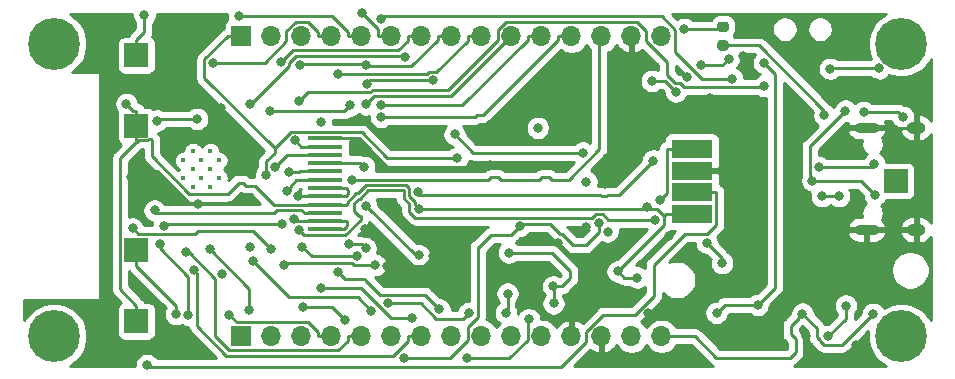
<source format=gbr>
%TF.GenerationSoftware,KiCad,Pcbnew,(5.1.12)-1*%
%TF.CreationDate,2022-11-06T18:41:51+01:00*%
%TF.ProjectId,NewmorphS3,4e65776d-6f72-4706-9853-332e6b696361,rev?*%
%TF.SameCoordinates,Original*%
%TF.FileFunction,Copper,L1,Top*%
%TF.FilePolarity,Positive*%
%FSLAX46Y46*%
G04 Gerber Fmt 4.6, Leading zero omitted, Abs format (unit mm)*
G04 Created by KiCad (PCBNEW (5.1.12)-1) date 2022-11-06 18:41:51*
%MOMM*%
%LPD*%
G01*
G04 APERTURE LIST*
%TA.AperFunction,SMDPad,CuDef*%
%ADD10R,3.000000X0.350000*%
%TD*%
%TA.AperFunction,ComponentPad*%
%ADD11O,1.600000X1.000000*%
%TD*%
%TA.AperFunction,ComponentPad*%
%ADD12O,2.100000X0.900000*%
%TD*%
%TA.AperFunction,ComponentPad*%
%ADD13C,0.400000*%
%TD*%
%TA.AperFunction,SMDPad,CuDef*%
%ADD14R,3.500000X1.524000*%
%TD*%
%TA.AperFunction,SMDPad,CuDef*%
%ADD15R,2.000000X2.000000*%
%TD*%
%TA.AperFunction,ComponentPad*%
%ADD16R,1.700000X1.700000*%
%TD*%
%TA.AperFunction,ComponentPad*%
%ADD17O,1.700000X1.700000*%
%TD*%
%TA.AperFunction,ComponentPad*%
%ADD18C,0.700000*%
%TD*%
%TA.AperFunction,ComponentPad*%
%ADD19C,4.400000*%
%TD*%
%TA.AperFunction,ViaPad*%
%ADD20C,0.800000*%
%TD*%
%TA.AperFunction,Conductor*%
%ADD21C,0.250000*%
%TD*%
%TA.AperFunction,Conductor*%
%ADD22C,0.254000*%
%TD*%
%TA.AperFunction,Conductor*%
%ADD23C,0.100000*%
%TD*%
G04 APERTURE END LIST*
D10*
%TO.P,U106,12*%
%TO.N,GND*%
X73124000Y-74693800D03*
%TO.P,U106,11*%
%TO.N,/DisplRST*%
X73124000Y-75393800D03*
%TO.P,U106,10*%
%TO.N,/MOSI*%
X73124000Y-76093800D03*
%TO.P,U106,9*%
%TO.N,/SCK*%
X73124000Y-76793800D03*
%TO.P,U106,8*%
%TO.N,/Display_CS*%
X73124000Y-77493800D03*
%TO.P,U106,7*%
%TO.N,/DisplayDC*%
X73124000Y-78193800D03*
%TO.P,U106,6*%
%TO.N,GND*%
X73124000Y-78893800D03*
%TO.P,U106,5*%
X73124000Y-79593800D03*
%TO.P,U106,4*%
%TO.N,+3V3*%
X73124000Y-80293800D03*
%TO.P,U106,3*%
%TO.N,/LEDA*%
X73124000Y-80993800D03*
%TO.P,U106,2*%
%TO.N,GND*%
X73124000Y-81693800D03*
%TO.P,U106,1*%
X73124000Y-82393800D03*
%TD*%
%TO.P,D102,1*%
%TO.N,Net-(D102-Pad1)*%
%TA.AperFunction,SMDPad,CuDef*%
G36*
G01*
X107063250Y-67265000D02*
X106550750Y-67265000D01*
G75*
G02*
X106332000Y-67046250I0J218750D01*
G01*
X106332000Y-66608750D01*
G75*
G02*
X106550750Y-66390000I218750J0D01*
G01*
X107063250Y-66390000D01*
G75*
G02*
X107282000Y-66608750I0J-218750D01*
G01*
X107282000Y-67046250D01*
G75*
G02*
X107063250Y-67265000I-218750J0D01*
G01*
G37*
%TD.AperFunction*%
%TO.P,D102,2*%
%TO.N,Net-(D102-Pad2)*%
%TA.AperFunction,SMDPad,CuDef*%
G36*
G01*
X107063250Y-65690000D02*
X106550750Y-65690000D01*
G75*
G02*
X106332000Y-65471250I0J218750D01*
G01*
X106332000Y-65033750D01*
G75*
G02*
X106550750Y-64815000I218750J0D01*
G01*
X107063250Y-64815000D01*
G75*
G02*
X107282000Y-65033750I0J-218750D01*
G01*
X107282000Y-65471250D01*
G75*
G02*
X107063250Y-65690000I-218750J0D01*
G01*
G37*
%TD.AperFunction*%
%TD*%
D11*
%TO.P,J101,S1*%
%TO.N,GND*%
X123155000Y-73785000D03*
X123155000Y-82425000D03*
D12*
X118975000Y-73785000D03*
X118975000Y-82425000D03*
%TD*%
D13*
%TO.P,U103,*%
%TO.N,*%
X62599000Y-78086000D03*
X64123000Y-76562000D03*
X63411800Y-77273200D03*
X64123000Y-78035200D03*
X61125800Y-76562000D03*
X62649800Y-76562000D03*
X63411800Y-75800000D03*
X61125800Y-78086000D03*
X61938600Y-75800000D03*
X61938600Y-77324000D03*
X61938600Y-78797200D03*
X63411800Y-78797200D03*
%TD*%
D14*
%TO.P,U105,1*%
%TO.N,/JoyX*%
X104170000Y-75580000D03*
%TO.P,U105,2*%
%TO.N,GND*%
X104170000Y-77430000D03*
%TO.P,U105,3*%
%TO.N,/JoyY*%
X104170000Y-79255000D03*
%TO.P,U105,4*%
%TO.N,+3V3*%
X104170000Y-81105000D03*
D15*
%TO.P,U105,*%
%TO.N,*%
X121470000Y-78305000D03*
%TD*%
D16*
%TO.P,J103,1*%
%TO.N,/MISO*%
X66040000Y-66040000D03*
D17*
%TO.P,J103,2*%
%TO.N,/MOSI*%
X68580000Y-66040000D03*
%TO.P,J103,3*%
%TO.N,/SCK*%
X71120000Y-66040000D03*
%TO.P,J103,4*%
%TO.N,/IO15*%
X73660000Y-66040000D03*
%TO.P,J103,5*%
%TO.N,/IO16*%
X76200000Y-66040000D03*
%TO.P,J103,6*%
%TO.N,/IO17*%
X78740000Y-66040000D03*
%TO.P,J103,7*%
%TO.N,/IO18*%
X81280000Y-66040000D03*
%TO.P,J103,8*%
%TO.N,/INT1*%
X83820000Y-66040000D03*
%TO.P,J103,9*%
%TO.N,/IO9*%
X86360000Y-66040000D03*
%TO.P,J103,10*%
%TO.N,/IO10*%
X88900000Y-66040000D03*
%TO.P,J103,11*%
%TO.N,/IO11*%
X91440000Y-66040000D03*
%TO.P,J103,12*%
%TO.N,/BCLK*%
X93980000Y-66040000D03*
%TO.P,J103,13*%
%TO.N,/IO13*%
X96520000Y-66040000D03*
%TO.P,J103,14*%
%TO.N,GND*%
X99060000Y-66040000D03*
%TO.P,J103,15*%
%TO.N,+3V3*%
X101600000Y-66040000D03*
%TD*%
%TO.P,J104,15*%
%TO.N,/VBAT*%
X101600000Y-91440000D03*
%TO.P,J104,14*%
%TO.N,/VUSB*%
X99060000Y-91440000D03*
%TO.P,J104,13*%
%TO.N,GND*%
X96520000Y-91440000D03*
%TO.P,J104,12*%
X93980000Y-91440000D03*
%TO.P,J104,11*%
%TO.N,+3V3*%
X91440000Y-91440000D03*
%TO.P,J104,10*%
%TO.N,/IO48*%
X88900000Y-91440000D03*
%TO.P,J104,9*%
%TO.N,/IO46*%
X86360000Y-91440000D03*
%TO.P,J104,8*%
%TO.N,/IO45*%
X83820000Y-91440000D03*
%TO.P,J104,7*%
%TO.N,/IO42*%
X81280000Y-91440000D03*
%TO.P,J104,6*%
%TO.N,/IO38*%
X78740000Y-91440000D03*
%TO.P,J104,5*%
%TO.N,/RXD*%
X76200000Y-91440000D03*
%TO.P,J104,4*%
%TO.N,/TXD*%
X73660000Y-91440000D03*
%TO.P,J104,3*%
%TO.N,/DIN*%
X71120000Y-91440000D03*
%TO.P,J104,2*%
%TO.N,/IO14*%
X68580000Y-91440000D03*
D16*
%TO.P,J104,1*%
%TO.N,/IO3*%
X66040000Y-91440000D03*
%TD*%
D15*
%TO.P,SW103,2*%
%TO.N,Net-(R108-Pad2)*%
X57150000Y-67660000D03*
%TO.P,SW103,1*%
%TO.N,+3V3*%
X57150000Y-73660000D03*
%TD*%
%TO.P,SW104,1*%
%TO.N,+3V3*%
X57150000Y-90185000D03*
%TO.P,SW104,2*%
%TO.N,Net-(R110-Pad2)*%
X57150000Y-84185000D03*
%TD*%
D18*
%TO.P,H101,1*%
%TO.N,N/C*%
X123086726Y-65508274D03*
X121920000Y-65025000D03*
X120753274Y-65508274D03*
X120270000Y-66675000D03*
X120753274Y-67841726D03*
X121920000Y-68325000D03*
X123086726Y-67841726D03*
X123570000Y-66675000D03*
D19*
X121920000Y-66675000D03*
%TD*%
%TO.P,H102,1*%
%TO.N,N/C*%
X121920000Y-91440000D03*
D18*
X123570000Y-91440000D03*
X123086726Y-92606726D03*
X121920000Y-93090000D03*
X120753274Y-92606726D03*
X120270000Y-91440000D03*
X120753274Y-90273274D03*
X121920000Y-89790000D03*
X123086726Y-90273274D03*
%TD*%
%TO.P,H103,1*%
%TO.N,N/C*%
X51331726Y-65508274D03*
X50165000Y-65025000D03*
X48998274Y-65508274D03*
X48515000Y-66675000D03*
X48998274Y-67841726D03*
X50165000Y-68325000D03*
X51331726Y-67841726D03*
X51815000Y-66675000D03*
D19*
X50165000Y-66675000D03*
%TD*%
%TO.P,H104,1*%
%TO.N,N/C*%
X50165000Y-91440000D03*
D18*
X51815000Y-91440000D03*
X51331726Y-92606726D03*
X50165000Y-93090000D03*
X48998274Y-92606726D03*
X48515000Y-91440000D03*
X48998274Y-90273274D03*
X50165000Y-89790000D03*
X51331726Y-90273274D03*
%TD*%
D20*
%TO.N,GND*%
X60625000Y-64525000D03*
X83900000Y-86800000D03*
X95200000Y-82200000D03*
X87200000Y-86750000D03*
X90650000Y-86750000D03*
X118100000Y-92200000D03*
X113800000Y-91450000D03*
X111900000Y-92050000D03*
X110250000Y-92100000D03*
X106200000Y-91450000D03*
X119750000Y-70000000D03*
X103750000Y-69500000D03*
%TO.N,/VUSB*%
X104910200Y-68484400D03*
X107305400Y-67934300D03*
%TO.N,GND*%
X56700000Y-77925000D03*
X62325000Y-80225000D03*
X78361978Y-85479646D03*
X82250000Y-84650000D03*
X102200000Y-82950000D03*
X95000000Y-70750000D03*
X101750000Y-71500000D03*
X98500000Y-72500000D03*
X105750000Y-71250000D03*
X108500000Y-67750000D03*
X97750000Y-88500000D03*
X103250000Y-89750000D03*
X95300000Y-86850000D03*
X92850000Y-83550000D03*
X79350000Y-86900000D03*
X87100000Y-76950000D03*
X70796356Y-79568800D03*
X70450000Y-81550000D03*
X76500000Y-82325000D03*
X123500000Y-78475000D03*
X107200000Y-76200000D03*
X109825000Y-86050000D03*
X119150000Y-93725000D03*
X98050000Y-76425000D03*
X89475000Y-85925000D03*
X100275000Y-93400000D03*
X100425000Y-89450000D03*
X64325000Y-72100000D03*
X60725000Y-71750000D03*
X60625000Y-68475000D03*
X54175000Y-65425000D03*
X60100000Y-92175000D03*
X80575000Y-75150000D03*
%TO.N,Net-(C102-Pad2)*%
X106744800Y-85244900D03*
X105433500Y-83526400D03*
%TO.N,Net-(C103-Pad2)*%
X110300100Y-68297400D03*
X106261200Y-89466200D03*
X109750900Y-88788900D03*
%TO.N,/VBAT*%
X115889200Y-68795600D03*
X120016300Y-68766800D03*
X119513500Y-89542100D03*
X113538000Y-89536200D03*
%TO.N,/EN*%
X77363400Y-85426300D03*
X69630000Y-85377900D03*
X68536400Y-84087000D03*
X56815400Y-82316900D03*
%TO.N,Net-(D102-Pad1)*%
X115387700Y-72750900D03*
%TO.N,Net-(D102-Pad2)*%
X103501600Y-65412100D03*
%TO.N,Net-(J101-PadA7)*%
X119697100Y-79482100D03*
X117176000Y-72348700D03*
X114376200Y-78278800D03*
%TO.N,Net-(J101-PadA6)*%
X119618600Y-76855000D03*
X114902300Y-77100200D03*
%TO.N,Net-(J101-PadB5)*%
X115175000Y-79588700D03*
X116625700Y-79588700D03*
%TO.N,Net-(J101-PadA5)*%
X122042400Y-72878900D03*
X118714200Y-72442300D03*
%TO.N,/IO15*%
X63643000Y-68331900D03*
X95250000Y-78375000D03*
%TO.N,/IO16*%
X65828300Y-64350000D03*
%TO.N,/IO17*%
X76254800Y-64117900D03*
%TO.N,/IO18*%
X69368200Y-68221300D03*
%TO.N,/IO9*%
X74192200Y-69274600D03*
%TO.N,/IO10*%
X76568600Y-71817800D03*
%TO.N,/IO11*%
X77896200Y-71873100D03*
%TO.N,/IO13*%
X75409000Y-78190900D03*
%TO.N,+3V3*%
X97881200Y-85963600D03*
X100401200Y-80526600D03*
X81093500Y-80672900D03*
X56292800Y-71765400D03*
X99549592Y-86474592D03*
%TO.N,/IO48*%
X74227100Y-86021500D03*
X82788900Y-89170600D03*
%TO.N,/IO46*%
X72775000Y-73270000D03*
%TO.N,/IO45*%
X72788700Y-87359900D03*
X80496400Y-89902500D03*
%TO.N,/IO42*%
X62060500Y-85875100D03*
%TO.N,/RXD*%
X61317700Y-84351100D03*
%TO.N,/TXD*%
X65014100Y-89617800D03*
%TO.N,/IO14*%
X85096200Y-93299200D03*
X90374200Y-90007800D03*
X88420900Y-89464200D03*
X88565400Y-87843900D03*
X81106400Y-84599900D03*
X76600000Y-80400000D03*
%TO.N,Net-(R101-Pad2)*%
X117212500Y-88843400D03*
X115723400Y-91440000D03*
%TO.N,ChkBat*%
X58917000Y-73185800D03*
X62285100Y-73042300D03*
X68464700Y-72397800D03*
X75242900Y-71902300D03*
X76661300Y-70048900D03*
X82248500Y-69773800D03*
%TO.N,Net-(R108-Pad2)*%
X57819100Y-64283100D03*
%TO.N,Net-(R110-Pad2)*%
X60512600Y-89575400D03*
%TO.N,/BUTT2*%
X61549100Y-89650200D03*
X59128000Y-83630800D03*
%TO.N,/D-*%
X107577200Y-69650100D03*
X77867400Y-64610800D03*
X79924100Y-67823400D03*
X66728900Y-71750700D03*
%TO.N,/D+*%
X110283400Y-70277600D03*
X70885700Y-71525300D03*
%TO.N,/IO0*%
X71220500Y-88995400D03*
X74790000Y-90087100D03*
X78481200Y-88662700D03*
X85271500Y-89488900D03*
%TO.N,/LEDA*%
X58684600Y-80796300D03*
%TO.N,/DisplRST*%
X70545700Y-74857900D03*
%TO.N,/Display_CS*%
X66800000Y-83900000D03*
X70100000Y-77575000D03*
%TO.N,/DisplayDC*%
X64386365Y-86160867D03*
X69900153Y-79125153D03*
%TO.N,/JoyX*%
X59460800Y-82071800D03*
X69453000Y-81966300D03*
X70886000Y-82491600D03*
X101082300Y-81566200D03*
X101515700Y-79922900D03*
%TO.N,/JoyY*%
X58047200Y-93900300D03*
%TO.N,/MISO*%
X84307100Y-76349200D03*
X68139300Y-77773500D03*
%TO.N,/MOSI*%
X68880800Y-77100200D03*
X97047600Y-82588721D03*
X91125000Y-73800000D03*
%TO.N,/SCK*%
X79806500Y-93257800D03*
X96322600Y-81846800D03*
X76418200Y-77100200D03*
X89596800Y-82124400D03*
%TO.N,/IO38*%
X67050100Y-85105300D03*
X77049400Y-89282600D03*
%TO.N,/IO3*%
X63350400Y-84096800D03*
X66685900Y-89245000D03*
%TO.N,/INT1*%
X76566600Y-68482700D03*
X84085400Y-74361600D03*
X94953600Y-75899200D03*
X70977800Y-68516600D03*
%TO.N,/BCLK*%
X75817000Y-84684600D03*
X71203300Y-83873100D03*
X77871600Y-72873500D03*
%TO.N,/DIN*%
X75146200Y-83670100D03*
X76554200Y-83990900D03*
%TO.N,Net-(R115-Pad1)*%
X80948200Y-79222200D03*
X100891800Y-76567600D03*
X100778100Y-69825400D03*
X102823300Y-70727200D03*
%TO.N,/SDMODE*%
X88680000Y-84366200D03*
X92464600Y-88671200D03*
X92436500Y-87220500D03*
%TD*%
D21*
%TO.N,/VUSB*%
X104910200Y-68484400D02*
X106755300Y-68484400D01*
X106755300Y-68484400D02*
X107305400Y-67934300D01*
%TO.N,GND*%
X74876190Y-79593800D02*
X73124000Y-79593800D01*
X75050000Y-79419990D02*
X74876190Y-79593800D01*
X75050000Y-79075000D02*
X75050000Y-79419990D01*
X74868800Y-78893800D02*
X75050000Y-79075000D01*
X73124000Y-78893800D02*
X74868800Y-78893800D01*
X74693290Y-82393800D02*
X73124000Y-82393800D01*
X74995290Y-82091800D02*
X74693290Y-82393800D01*
X74995290Y-81745290D02*
X74995290Y-82091800D01*
X74943800Y-81693800D02*
X74995290Y-81745290D01*
X73124000Y-81693800D02*
X74943800Y-81693800D01*
X56700000Y-77925000D02*
X57500000Y-77925000D01*
X57500000Y-77925000D02*
X57950000Y-77475000D01*
X57950000Y-77475000D02*
X58900000Y-77475000D01*
X61650000Y-80225000D02*
X62325000Y-80225000D01*
X58900000Y-77475000D02*
X61650000Y-80225000D01*
X78361978Y-85479646D02*
X81520354Y-85479646D01*
X82250000Y-84750000D02*
X82250000Y-84650000D01*
X81520354Y-85479646D02*
X82250000Y-84750000D01*
X118975000Y-73785000D02*
X123155000Y-73785000D01*
X76021810Y-74693800D02*
X77011409Y-75683399D01*
X73124000Y-74693800D02*
X76021810Y-74693800D01*
X77011409Y-75683399D02*
X77011409Y-75761409D01*
X77011409Y-75761409D02*
X78400000Y-77150000D01*
X86900000Y-77150000D02*
X87100000Y-76950000D01*
X78400000Y-77150000D02*
X86900000Y-77150000D01*
X70821356Y-79593800D02*
X70796356Y-79568800D01*
X73124000Y-79593800D02*
X70821356Y-79593800D01*
X70450000Y-81550000D02*
X70550000Y-81650000D01*
X70550000Y-81650000D02*
X71200000Y-81650000D01*
X71243800Y-81693800D02*
X73124000Y-81693800D01*
X71200000Y-81650000D02*
X71243800Y-81693800D01*
%TO.N,Net-(C102-Pad2)*%
X105433500Y-83526400D02*
X106744800Y-84837700D01*
X106744800Y-84837700D02*
X106744800Y-85244900D01*
%TO.N,Net-(C103-Pad2)*%
X109750900Y-88788900D02*
X111207600Y-87332200D01*
X111207600Y-87332200D02*
X111207600Y-69204900D01*
X111207600Y-69204900D02*
X110300100Y-68297400D01*
X109750900Y-88788900D02*
X106938500Y-88788900D01*
X106938500Y-88788900D02*
X106261200Y-89466200D01*
%TO.N,/VBAT*%
X113121600Y-89952600D02*
X113538000Y-89536200D01*
X115339100Y-92170200D02*
X116885400Y-92170200D01*
X116885400Y-92170200D02*
X119513500Y-89542100D01*
X120016300Y-68766800D02*
X115918000Y-68766800D01*
X115918000Y-68766800D02*
X115889200Y-68795600D01*
X112537100Y-91287100D02*
X112537100Y-90537100D01*
X112950000Y-92800000D02*
X112950000Y-91700000D01*
X112500000Y-93250000D02*
X112950000Y-92800000D01*
X106250000Y-93250000D02*
X112500000Y-93250000D01*
X112537100Y-90537100D02*
X113121600Y-89952600D01*
X112950000Y-91700000D02*
X112537100Y-91287100D01*
X104440000Y-91440000D02*
X106250000Y-93250000D01*
X101600000Y-91440000D02*
X104440000Y-91440000D01*
X115009457Y-91799059D02*
X114750000Y-91539602D01*
X115009457Y-91840543D02*
X115009457Y-91799059D01*
X115009457Y-91840543D02*
X115339100Y-92170200D01*
X114750000Y-90748200D02*
X113538000Y-89536200D01*
X114750000Y-91539602D02*
X114750000Y-90748200D01*
%TO.N,/EN*%
X68536400Y-84087000D02*
X66975200Y-82525800D01*
X66975200Y-82525800D02*
X62375100Y-82525800D01*
X62375100Y-82525800D02*
X62090400Y-82810500D01*
X62090400Y-82810500D02*
X57309000Y-82810500D01*
X57309000Y-82810500D02*
X56815400Y-82316900D01*
X69630000Y-85377900D02*
X69738100Y-85269800D01*
X69738100Y-85269800D02*
X75376500Y-85269800D01*
X75376500Y-85269800D02*
X75533000Y-85426300D01*
X75533000Y-85426300D02*
X77363400Y-85426300D01*
%TO.N,Net-(D102-Pad1)*%
X115387700Y-72750900D02*
X115387700Y-72359200D01*
X115387700Y-72359200D02*
X109856000Y-66827500D01*
X109856000Y-66827500D02*
X106807000Y-66827500D01*
%TO.N,Net-(D102-Pad2)*%
X103501600Y-65412100D02*
X106647400Y-65412100D01*
X106647400Y-65412100D02*
X106807000Y-65252500D01*
%TO.N,Net-(J101-PadA7)*%
X119697100Y-79482100D02*
X118493900Y-78278900D01*
X118493900Y-78278900D02*
X114376200Y-78278900D01*
X114376200Y-78278900D02*
X114376200Y-78278800D01*
X117176000Y-72348700D02*
X114149600Y-75375100D01*
X114149600Y-75375100D02*
X114149600Y-78052200D01*
X114149600Y-78052200D02*
X114376200Y-78278800D01*
%TO.N,Net-(J101-PadA6)*%
X114902300Y-77100200D02*
X119373400Y-77100200D01*
X119373400Y-77100200D02*
X119618600Y-76855000D01*
%TO.N,Net-(J101-PadB5)*%
X115175000Y-79588700D02*
X116625700Y-79588700D01*
%TO.N,Net-(J101-PadA5)*%
X118714200Y-72442300D02*
X121605800Y-72442300D01*
X121605800Y-72442300D02*
X122042400Y-72878900D01*
%TO.N,/IO15*%
X72484700Y-66040000D02*
X72484700Y-65672700D01*
X72484700Y-65672700D02*
X71663900Y-64851900D01*
X71663900Y-64851900D02*
X70622400Y-64851900D01*
X70622400Y-64851900D02*
X69850000Y-65624300D01*
X69850000Y-65624300D02*
X69850000Y-66473600D01*
X69850000Y-66473600D02*
X67991700Y-68331900D01*
X67991700Y-68331900D02*
X63643000Y-68331900D01*
X73660000Y-66040000D02*
X72484700Y-66040000D01*
%TO.N,/IO16*%
X76200000Y-66040000D02*
X75024700Y-66040000D01*
X75024700Y-66040000D02*
X75024700Y-65672700D01*
X75024700Y-65672700D02*
X73702000Y-64350000D01*
X73702000Y-64350000D02*
X65828300Y-64350000D01*
%TO.N,/IO17*%
X78740000Y-66040000D02*
X77564700Y-66040000D01*
X77564700Y-66040000D02*
X77564700Y-65427800D01*
X77564700Y-65427800D02*
X76254800Y-64117900D01*
%TO.N,/IO18*%
X80104700Y-66040000D02*
X80104700Y-66407400D01*
X80104700Y-66407400D02*
X79296800Y-67215300D01*
X79296800Y-67215300D02*
X70374200Y-67215300D01*
X70374200Y-67215300D02*
X69368200Y-68221300D01*
X81280000Y-66040000D02*
X80104700Y-66040000D01*
%TO.N,/IO9*%
X85184700Y-66040000D02*
X85184700Y-66407400D01*
X85184700Y-66407400D02*
X82543600Y-69048500D01*
X82543600Y-69048500D02*
X81948100Y-69048500D01*
X81948100Y-69048500D02*
X81722000Y-69274600D01*
X81722000Y-69274600D02*
X74192200Y-69274600D01*
X86360000Y-66040000D02*
X85184700Y-66040000D01*
%TO.N,/IO10*%
X88900000Y-66040000D02*
X83803500Y-71136500D01*
X83803500Y-71136500D02*
X77249900Y-71136500D01*
X77249900Y-71136500D02*
X76568600Y-71817800D01*
%TO.N,/IO11*%
X90264700Y-66040000D02*
X90264700Y-66341300D01*
X90264700Y-66341300D02*
X84732900Y-71873100D01*
X84732900Y-71873100D02*
X77896200Y-71873100D01*
X91440000Y-66040000D02*
X90264700Y-66040000D01*
%TO.N,/IO13*%
X96520000Y-66040000D02*
X96348700Y-66211300D01*
X96348700Y-66211300D02*
X96348700Y-75575000D01*
X96348700Y-75575000D02*
X93732800Y-78190900D01*
X93732800Y-78190900D02*
X92313200Y-78190900D01*
X92313200Y-78190900D02*
X92083600Y-77961300D01*
X92083600Y-77961300D02*
X91482700Y-77961300D01*
X91482700Y-77961300D02*
X91253100Y-78190900D01*
X91253100Y-78190900D02*
X88008800Y-78190900D01*
X88008800Y-78190900D02*
X87779200Y-77961300D01*
X87779200Y-77961300D02*
X87178300Y-77961300D01*
X87178300Y-77961300D02*
X86948700Y-78190900D01*
X86948700Y-78190900D02*
X75409000Y-78190900D01*
%TO.N,+3V3*%
X71298700Y-80293800D02*
X68765000Y-80293800D01*
X68765000Y-80293800D02*
X67154600Y-78683400D01*
X67154600Y-78683400D02*
X66393600Y-78683400D01*
X66393600Y-78683400D02*
X66162600Y-78452400D01*
X66162600Y-78452400D02*
X65789400Y-78452400D01*
X65789400Y-78452400D02*
X64876200Y-79365600D01*
X64876200Y-79365600D02*
X61639500Y-79365600D01*
X61639500Y-79365600D02*
X58485300Y-76211400D01*
X58485300Y-76211400D02*
X58485300Y-74845200D01*
X58485300Y-74845200D02*
X58412200Y-74772100D01*
X58412200Y-74772100D02*
X58168900Y-74772100D01*
X58168900Y-74772100D02*
X58091500Y-74849500D01*
X58091500Y-74849500D02*
X57358900Y-74849500D01*
X57358900Y-74849500D02*
X57285800Y-74922600D01*
X57285800Y-74922600D02*
X57285800Y-74922700D01*
X57285800Y-74922700D02*
X57223200Y-74985300D01*
X57223200Y-74985300D02*
X57150000Y-74985300D01*
X100401200Y-80671200D02*
X100401200Y-80526600D01*
X101807600Y-81265700D02*
X101213100Y-80671200D01*
X101213100Y-80671200D02*
X100401200Y-80671200D01*
X100401200Y-80671200D02*
X81095200Y-80671200D01*
X81095200Y-80671200D02*
X81093500Y-80672900D01*
X101807600Y-81265700D02*
X101807600Y-82037200D01*
X101807600Y-82037200D02*
X97881200Y-85963600D01*
X57150000Y-74985300D02*
X55742600Y-76392700D01*
X55742600Y-76392700D02*
X55742600Y-87452300D01*
X55742600Y-87452300D02*
X57150000Y-88859700D01*
X102094700Y-81105000D02*
X101968300Y-81105000D01*
X101968300Y-81105000D02*
X101807600Y-81265700D01*
X57150000Y-90185000D02*
X57150000Y-88859700D01*
X104170000Y-81105000D02*
X102094700Y-81105000D01*
X57150000Y-73660000D02*
X57150000Y-72334700D01*
X56292800Y-71765400D02*
X56862100Y-72334700D01*
X56862100Y-72334700D02*
X57150000Y-72334700D01*
X73124000Y-80293800D02*
X71298700Y-80293800D01*
X57150000Y-73660000D02*
X57150000Y-74985300D01*
X98392192Y-86474592D02*
X97881200Y-85963600D01*
X99549592Y-86474592D02*
X98392192Y-86474592D01*
X80710300Y-80289700D02*
X81093500Y-80672900D01*
X80223199Y-79570201D02*
X80710300Y-80057302D01*
X79989910Y-78640910D02*
X80223199Y-78874199D01*
X76609090Y-78640910D02*
X79989910Y-78640910D01*
X75891700Y-79358300D02*
X76609090Y-78640910D01*
X75748100Y-79358300D02*
X75891700Y-79358300D01*
X80710300Y-80057302D02*
X80710300Y-80289700D01*
X80223199Y-78874199D02*
X80223199Y-79570201D01*
X74949300Y-80157100D02*
X75748100Y-79358300D01*
X74949300Y-80293800D02*
X74949300Y-80157100D01*
X73124000Y-80293800D02*
X74949300Y-80293800D01*
%TO.N,/IO48*%
X74807500Y-86601900D02*
X74227100Y-86021500D01*
X76498100Y-86601900D02*
X74807500Y-86601900D01*
X76498100Y-86648100D02*
X76498100Y-86601900D01*
X77787699Y-87937699D02*
X76498100Y-86648100D01*
X81555999Y-87937699D02*
X77787699Y-87937699D01*
X82788900Y-89170600D02*
X81555999Y-87937699D01*
%TO.N,/IO45*%
X80496400Y-89902500D02*
X78695100Y-89902500D01*
X78695100Y-89902500D02*
X76152500Y-87359900D01*
X76152500Y-87359900D02*
X72788700Y-87359900D01*
%TO.N,/IO42*%
X62060500Y-85875100D02*
X62302000Y-86116600D01*
X62302000Y-86116600D02*
X62302000Y-90617800D01*
X62302000Y-90617800D02*
X64765300Y-93081100D01*
X64765300Y-93081100D02*
X78830900Y-93081100D01*
X78830900Y-93081100D02*
X80104700Y-91807300D01*
X80104700Y-91807300D02*
X80104700Y-91440000D01*
X81280000Y-91440000D02*
X80104700Y-91440000D01*
%TO.N,/RXD*%
X61317700Y-84351100D02*
X61562300Y-84351100D01*
X61562300Y-84351100D02*
X63804300Y-86593100D01*
X63804300Y-86593100D02*
X63804300Y-91406800D01*
X63804300Y-91406800D02*
X65012800Y-92615300D01*
X65012800Y-92615300D02*
X74216800Y-92615300D01*
X74216800Y-92615300D02*
X75024700Y-91807400D01*
X75024700Y-91807400D02*
X75024700Y-91440000D01*
X76200000Y-91440000D02*
X75024700Y-91440000D01*
%TO.N,/TXD*%
X65014100Y-89617800D02*
X65661000Y-90264700D01*
X65661000Y-90264700D02*
X71676800Y-90264700D01*
X71676800Y-90264700D02*
X72484700Y-91072600D01*
X72484700Y-91072600D02*
X72484700Y-91440000D01*
X73660000Y-91440000D02*
X72484700Y-91440000D01*
%TO.N,/IO14*%
X90374200Y-90007800D02*
X90264600Y-90117400D01*
X90264600Y-90117400D02*
X90264600Y-91756800D01*
X90264600Y-91756800D02*
X88722200Y-93299200D01*
X88722200Y-93299200D02*
X85096200Y-93299200D01*
X88565400Y-87843900D02*
X88565400Y-89319700D01*
X88565400Y-89319700D02*
X88420900Y-89464200D01*
X80799900Y-84599900D02*
X81106400Y-84599900D01*
X76600000Y-80400000D02*
X80799900Y-84599900D01*
%TO.N,Net-(R101-Pad2)*%
X115723400Y-91440000D02*
X117212500Y-89950900D01*
X117212500Y-89950900D02*
X117212500Y-88843400D01*
%TO.N,ChkBat*%
X62285100Y-73042300D02*
X59060500Y-73042300D01*
X59060500Y-73042300D02*
X58917000Y-73185800D01*
X75242900Y-71902300D02*
X74747400Y-72397800D01*
X74747400Y-72397800D02*
X68464700Y-72397800D01*
X82248500Y-69773800D02*
X76936400Y-69773800D01*
X76936400Y-69773800D02*
X76661300Y-70048900D01*
%TO.N,Net-(R108-Pad2)*%
X57150000Y-67660000D02*
X57150000Y-66334700D01*
X57150000Y-66334700D02*
X57819100Y-65665600D01*
X57819100Y-65665600D02*
X57819100Y-64283100D01*
%TO.N,Net-(R110-Pad2)*%
X57150000Y-84185000D02*
X57150000Y-85510300D01*
X60512600Y-89575400D02*
X60512600Y-88872900D01*
X60512600Y-88872900D02*
X57150000Y-85510300D01*
%TO.N,/BUTT2*%
X59128000Y-83630800D02*
X59128000Y-83968300D01*
X59128000Y-83968300D02*
X61549100Y-86389400D01*
X61549100Y-86389400D02*
X61549100Y-89650200D01*
%TO.N,/D-*%
X77867400Y-64610800D02*
X78130000Y-64348200D01*
X78130000Y-64348200D02*
X101604000Y-64348200D01*
X101604000Y-64348200D02*
X102775400Y-65519600D01*
X102775400Y-65519600D02*
X102775400Y-67414400D01*
X102775400Y-67414400D02*
X105011100Y-69650100D01*
X105011100Y-69650100D02*
X107577200Y-69650100D01*
X66728900Y-71750700D02*
X66877700Y-71750700D01*
X66877700Y-71750700D02*
X70093600Y-68534800D01*
X70093600Y-68534800D02*
X70093600Y-68333800D01*
X70093600Y-68333800D02*
X70682900Y-67744500D01*
X70682900Y-67744500D02*
X79845200Y-67744500D01*
X79845200Y-67744500D02*
X79924100Y-67823400D01*
%TO.N,/D+*%
X110185600Y-70375400D02*
X110283400Y-70277600D01*
X103544502Y-70375400D02*
X110185600Y-70375400D01*
X103171301Y-70002199D02*
X103544502Y-70375400D01*
X102752199Y-70002199D02*
X103171301Y-70002199D01*
X100330000Y-65636600D02*
X100330000Y-66457500D01*
X71636800Y-70774200D02*
X76961800Y-70774200D01*
X70885700Y-71525300D02*
X71636800Y-70774200D01*
X99501600Y-64808200D02*
X100330000Y-65636600D01*
X102061250Y-68188750D02*
X102061250Y-69311250D01*
X76961800Y-70774200D02*
X77172500Y-70563500D01*
X102061250Y-69311250D02*
X102752199Y-70002199D01*
X77172500Y-70563500D02*
X83504900Y-70563500D01*
X83504900Y-70563500D02*
X87724700Y-66343700D01*
X87724700Y-66343700D02*
X87724700Y-65553100D01*
X87724700Y-65553100D02*
X88469600Y-64808200D01*
X88469600Y-64808200D02*
X99501600Y-64808200D01*
X100330000Y-66457500D02*
X102061250Y-68188750D01*
%TO.N,/IO0*%
X85271500Y-89488900D02*
X84810500Y-89949900D01*
X84810500Y-89949900D02*
X82535100Y-89949900D01*
X82535100Y-89949900D02*
X81247900Y-88662700D01*
X81247900Y-88662700D02*
X78481200Y-88662700D01*
X74790000Y-90087100D02*
X73698300Y-88995400D01*
X73698300Y-88995400D02*
X71220500Y-88995400D01*
%TO.N,/LEDA*%
X58684600Y-80796300D02*
X58882100Y-80993800D01*
X73124000Y-80993800D02*
X71298700Y-80993800D01*
X71298700Y-80948700D02*
X71093810Y-80743810D01*
X71298700Y-80993800D02*
X71298700Y-80948700D01*
X71093810Y-80743810D02*
X69056190Y-80743810D01*
X69056190Y-80743810D02*
X68806200Y-80993800D01*
X58882100Y-80993800D02*
X68806200Y-80993800D01*
%TO.N,/DisplRST*%
X73124000Y-75393800D02*
X71081600Y-75393800D01*
X71081600Y-75393800D02*
X70545700Y-74857900D01*
%TO.N,/Display_CS*%
X70100000Y-77575000D02*
X70875000Y-77575000D01*
X70956200Y-77493800D02*
X73124000Y-77493800D01*
X70875000Y-77575000D02*
X70956200Y-77493800D01*
%TO.N,/DisplayDC*%
X69900153Y-79125153D02*
X70200000Y-78825306D01*
X70200000Y-78825306D02*
X70200000Y-78700000D01*
X70200000Y-78700000D02*
X70700000Y-78200000D01*
X73117800Y-78200000D02*
X73124000Y-78193800D01*
X70700000Y-78200000D02*
X73117800Y-78200000D01*
%TO.N,/JoyX*%
X104170000Y-75580000D02*
X102094700Y-75580000D01*
X69453000Y-81966300D02*
X59566300Y-81966300D01*
X59566300Y-81966300D02*
X59460800Y-82071800D01*
X102094700Y-75580000D02*
X102094700Y-79343900D01*
X102094700Y-79343900D02*
X101515700Y-79922900D01*
X95744300Y-81399400D02*
X96022200Y-81121500D01*
X96623100Y-81121500D02*
X97067800Y-81566200D01*
X80746998Y-81399400D02*
X95744300Y-81399400D01*
X80260290Y-80912692D02*
X80746998Y-81399400D01*
X79773189Y-79756601D02*
X80260290Y-80243702D01*
X79773189Y-79090920D02*
X79773189Y-79756601D01*
X97067800Y-81566200D02*
X101082300Y-81566200D01*
X70886000Y-82491600D02*
X71294800Y-82900400D01*
X71294800Y-82900400D02*
X74823100Y-82900400D01*
X74823100Y-82900400D02*
X76123501Y-81599999D01*
X96022200Y-81121500D02*
X96623100Y-81121500D01*
X76123501Y-81599999D02*
X76123501Y-81376499D01*
X76200000Y-81258901D02*
X75974099Y-81258901D01*
X75597099Y-80881901D02*
X75597099Y-80185899D01*
X75982998Y-79800000D02*
X76086410Y-79800000D01*
X76123501Y-81376499D02*
X76200000Y-81300000D01*
X76086410Y-79800000D02*
X76795490Y-79090920D01*
X76200000Y-81300000D02*
X76200000Y-81258901D01*
X75974099Y-81258901D02*
X75597099Y-80881901D01*
X80260290Y-80243702D02*
X80260290Y-80912692D01*
X75597099Y-80185899D02*
X75982998Y-79800000D01*
X76795490Y-79090920D02*
X79773189Y-79090920D01*
%TO.N,/JoyY*%
X58047200Y-93900300D02*
X58171400Y-94024500D01*
X58171400Y-94024500D02*
X93070700Y-94024500D01*
X93070700Y-94024500D02*
X95183300Y-91911900D01*
X95183300Y-91911900D02*
X95183300Y-91113100D01*
X105458900Y-82801000D02*
X106245300Y-82014600D01*
X106245300Y-82014600D02*
X106245300Y-79255000D01*
X104170000Y-79255000D02*
X106245300Y-79255000D01*
X96673200Y-89623200D02*
X99351800Y-89623200D01*
X95183300Y-91113100D02*
X96673200Y-89623200D01*
X99351800Y-89623200D02*
X100950000Y-88025000D01*
X100950000Y-85402000D02*
X103551000Y-82801000D01*
X100950000Y-88025000D02*
X100950000Y-85402000D01*
X103551000Y-82801000D02*
X105458900Y-82801000D01*
%TO.N,/MISO*%
X68837800Y-75540100D02*
X62902900Y-69605300D01*
X62902900Y-69605300D02*
X62902900Y-68001800D01*
X62902900Y-68001800D02*
X64864700Y-66040000D01*
X68139300Y-77773500D02*
X68139300Y-76638600D01*
X68139300Y-76638600D02*
X68837800Y-75940100D01*
X68837800Y-75940100D02*
X68837800Y-75540200D01*
X68837800Y-75540200D02*
X68837800Y-75540100D01*
X84307100Y-76349200D02*
X78369200Y-76349200D01*
X78369200Y-76349200D02*
X76213400Y-74193400D01*
X76213400Y-74193400D02*
X70907000Y-74193400D01*
X70907000Y-74193400D02*
X70846200Y-74132600D01*
X70846200Y-74132600D02*
X70245300Y-74132600D01*
X70245300Y-74132600D02*
X68837800Y-75540100D01*
X66040000Y-66040000D02*
X64864700Y-66040000D01*
%TO.N,/MOSI*%
X72211400Y-76093800D02*
X73124000Y-76093800D01*
X71298700Y-76093800D02*
X69887200Y-76093800D01*
X69887200Y-76093800D02*
X68880800Y-77100200D01*
X72211400Y-76093800D02*
X71298700Y-76093800D01*
%TO.N,/SCK*%
X86027400Y-89833800D02*
X85184600Y-90676600D01*
X85184600Y-90676600D02*
X85184600Y-91767200D01*
X85184600Y-91767200D02*
X83694000Y-93257800D01*
X83694000Y-93257800D02*
X79806500Y-93257800D01*
X88848600Y-82872600D02*
X89596800Y-82124400D01*
X86122600Y-83922600D02*
X87172600Y-82872600D01*
X86027400Y-83922600D02*
X86122600Y-83922600D01*
X87172600Y-82872600D02*
X88848600Y-82872600D01*
X86027400Y-83922600D02*
X86027400Y-89833800D01*
X89818000Y-81903200D02*
X89596800Y-82124400D01*
X92153200Y-81953200D02*
X92153200Y-81903200D01*
X92153200Y-81903200D02*
X89818000Y-81903200D01*
X93024999Y-82824999D02*
X92153200Y-81953200D01*
X93198001Y-82824999D02*
X93024999Y-82824999D01*
X94123002Y-83750000D02*
X93198001Y-82824999D01*
X95200000Y-83750000D02*
X94123002Y-83750000D01*
X96322599Y-82627401D02*
X95200000Y-83750000D01*
X96322600Y-81846800D02*
X96322599Y-82627401D01*
X76111800Y-76793800D02*
X76418200Y-77100200D01*
X73124000Y-76793800D02*
X76111800Y-76793800D01*
%TO.N,/IO38*%
X67050100Y-85105300D02*
X70086800Y-88142000D01*
X70086800Y-88142000D02*
X75908800Y-88142000D01*
X75908800Y-88142000D02*
X77049400Y-89282600D01*
%TO.N,/IO3*%
X66685900Y-89245000D02*
X66685900Y-87432300D01*
X66685900Y-87432300D02*
X63350400Y-84096800D01*
%TO.N,/INT1*%
X76566600Y-68482700D02*
X76632600Y-68548700D01*
X76632600Y-68548700D02*
X80434100Y-68548700D01*
X80434100Y-68548700D02*
X82644700Y-66338100D01*
X82644700Y-66338100D02*
X82644700Y-66040000D01*
X84085400Y-74361600D02*
X85623000Y-75899200D01*
X85623000Y-75899200D02*
X94953600Y-75899200D01*
X76566600Y-68482700D02*
X76460000Y-68376100D01*
X76460000Y-68376100D02*
X71118300Y-68376100D01*
X71118300Y-68376100D02*
X70977800Y-68516600D01*
X83820000Y-66040000D02*
X82644700Y-66040000D01*
%TO.N,/BCLK*%
X92804700Y-66040000D02*
X92804700Y-66386500D01*
X92804700Y-66386500D02*
X86496600Y-72694600D01*
X86496600Y-72694600D02*
X85992400Y-72694600D01*
X85992400Y-72694600D02*
X85813500Y-72873500D01*
X85813500Y-72873500D02*
X77871600Y-72873500D01*
X71203300Y-83873100D02*
X72014800Y-84684600D01*
X72014800Y-84684600D02*
X75817000Y-84684600D01*
X93980000Y-66040000D02*
X92804700Y-66040000D01*
%TO.N,/DIN*%
X76554200Y-83990900D02*
X76233400Y-83670100D01*
X76233400Y-83670100D02*
X75146200Y-83670100D01*
%TO.N,Net-(R115-Pad1)*%
X80948200Y-79222200D02*
X81189300Y-79463300D01*
X81189300Y-79463300D02*
X96409300Y-79463300D01*
X96409300Y-79463300D02*
X96559000Y-79613000D01*
X96559000Y-79613000D02*
X96932200Y-79613000D01*
X96932200Y-79613000D02*
X97081900Y-79463300D01*
X97081900Y-79463300D02*
X97996100Y-79463300D01*
X97996100Y-79463300D02*
X100891800Y-76567600D01*
X102823300Y-70727200D02*
X101921500Y-69825400D01*
X101921500Y-69825400D02*
X100778100Y-69825400D01*
%TO.N,/SDMODE*%
X92436500Y-87220500D02*
X93198800Y-87220500D01*
X93198800Y-87220500D02*
X93886800Y-86532500D01*
X93886800Y-86532500D02*
X93886800Y-85931900D01*
X93886800Y-85931900D02*
X92321100Y-84366200D01*
X92321100Y-84366200D02*
X88680000Y-84366200D01*
X92464600Y-88671200D02*
X92464600Y-87248600D01*
X92464600Y-87248600D02*
X92436500Y-87220500D01*
%TD*%
D22*
%TO.N,GND*%
X56784100Y-64181161D02*
X56784100Y-64385039D01*
X56823874Y-64584998D01*
X56901895Y-64773356D01*
X57015163Y-64942874D01*
X57059100Y-64986811D01*
X57059100Y-65350798D01*
X56638998Y-65770901D01*
X56610000Y-65794699D01*
X56586202Y-65823697D01*
X56586201Y-65823698D01*
X56515026Y-65910424D01*
X56455425Y-66021928D01*
X56150000Y-66021928D01*
X56025518Y-66034188D01*
X55905820Y-66070498D01*
X55795506Y-66129463D01*
X55698815Y-66208815D01*
X55619463Y-66305506D01*
X55560498Y-66415820D01*
X55524188Y-66535518D01*
X55511928Y-66660000D01*
X55511928Y-68660000D01*
X55524188Y-68784482D01*
X55560498Y-68904180D01*
X55619463Y-69014494D01*
X55698815Y-69111185D01*
X55795506Y-69190537D01*
X55905820Y-69249502D01*
X56025518Y-69285812D01*
X56150000Y-69298072D01*
X58150000Y-69298072D01*
X58274482Y-69285812D01*
X58394180Y-69249502D01*
X58504494Y-69190537D01*
X58601185Y-69111185D01*
X58680537Y-69014494D01*
X58739502Y-68904180D01*
X58775812Y-68784482D01*
X58788072Y-68660000D01*
X58788072Y-66660000D01*
X58775812Y-66535518D01*
X58739502Y-66415820D01*
X58680537Y-66305506D01*
X58601185Y-66208815D01*
X58504494Y-66129463D01*
X58446866Y-66098659D01*
X58454074Y-66089876D01*
X58524646Y-65957847D01*
X58568103Y-65814586D01*
X58579100Y-65702933D01*
X58579100Y-65702924D01*
X58582776Y-65665601D01*
X58579100Y-65628278D01*
X58579100Y-64986811D01*
X58623037Y-64942874D01*
X58736305Y-64773356D01*
X58814326Y-64584998D01*
X58854100Y-64385039D01*
X58854100Y-64181161D01*
X58849891Y-64160000D01*
X64810816Y-64160000D01*
X64793300Y-64248061D01*
X64793300Y-64451939D01*
X64833074Y-64651898D01*
X64836080Y-64659156D01*
X64835506Y-64659463D01*
X64738815Y-64738815D01*
X64659463Y-64835506D01*
X64600498Y-64945820D01*
X64564188Y-65065518D01*
X64551928Y-65190000D01*
X64551928Y-65345425D01*
X64440424Y-65405026D01*
X64324699Y-65499999D01*
X64300901Y-65528997D01*
X62391898Y-67438001D01*
X62362900Y-67461799D01*
X62339102Y-67490797D01*
X62339101Y-67490798D01*
X62267926Y-67577524D01*
X62197354Y-67709554D01*
X62174227Y-67785798D01*
X62153898Y-67852814D01*
X62147899Y-67913726D01*
X62139224Y-68001800D01*
X62142901Y-68039132D01*
X62142900Y-69567978D01*
X62139224Y-69605306D01*
X62142900Y-69642626D01*
X62142900Y-69642632D01*
X62153897Y-69754285D01*
X62197354Y-69897546D01*
X62267926Y-70029575D01*
X62267927Y-70029576D01*
X62267930Y-70029581D01*
X62298989Y-70067426D01*
X62362899Y-70145301D01*
X62391902Y-70169103D01*
X67962995Y-75740103D01*
X67628298Y-76074801D01*
X67599300Y-76098599D01*
X67575502Y-76127597D01*
X67575501Y-76127598D01*
X67504326Y-76214324D01*
X67433754Y-76346354D01*
X67428176Y-76364744D01*
X67390485Y-76489000D01*
X67390298Y-76489615D01*
X67375624Y-76638600D01*
X67379301Y-76675932D01*
X67379301Y-77069788D01*
X67335363Y-77113726D01*
X67222095Y-77283244D01*
X67144074Y-77471602D01*
X67104300Y-77671561D01*
X67104300Y-77875439D01*
X67113840Y-77923400D01*
X66711629Y-77923400D01*
X66702601Y-77912399D01*
X66586876Y-77817426D01*
X66454847Y-77746854D01*
X66311586Y-77703397D01*
X66199933Y-77692400D01*
X66199922Y-77692400D01*
X66162600Y-77688724D01*
X66125278Y-77692400D01*
X65826723Y-77692400D01*
X65789400Y-77688724D01*
X65752077Y-77692400D01*
X65752067Y-77692400D01*
X65640414Y-77703397D01*
X65497153Y-77746854D01*
X65365124Y-77817426D01*
X65249399Y-77912399D01*
X65225601Y-77941397D01*
X64935265Y-78231733D01*
X64958000Y-78117440D01*
X64958000Y-77952960D01*
X64925911Y-77791640D01*
X64862967Y-77639679D01*
X64771587Y-77502919D01*
X64655281Y-77386613D01*
X64523560Y-77298600D01*
X64655281Y-77210587D01*
X64771587Y-77094281D01*
X64862967Y-76957521D01*
X64925911Y-76805560D01*
X64958000Y-76644240D01*
X64958000Y-76479760D01*
X64925911Y-76318440D01*
X64862967Y-76166479D01*
X64771587Y-76029719D01*
X64655281Y-75913413D01*
X64518521Y-75822033D01*
X64366560Y-75759089D01*
X64246800Y-75735267D01*
X64246800Y-75717760D01*
X64214711Y-75556440D01*
X64151767Y-75404479D01*
X64060387Y-75267719D01*
X63944081Y-75151413D01*
X63807321Y-75060033D01*
X63655360Y-74997089D01*
X63494040Y-74965000D01*
X63329560Y-74965000D01*
X63168240Y-74997089D01*
X63016279Y-75060033D01*
X62879519Y-75151413D01*
X62763213Y-75267719D01*
X62675200Y-75399440D01*
X62587187Y-75267719D01*
X62470881Y-75151413D01*
X62334121Y-75060033D01*
X62182160Y-74997089D01*
X62020840Y-74965000D01*
X61856360Y-74965000D01*
X61695040Y-74997089D01*
X61543079Y-75060033D01*
X61406319Y-75151413D01*
X61290013Y-75267719D01*
X61198633Y-75404479D01*
X61135689Y-75556440D01*
X61103600Y-75717760D01*
X61103600Y-75727000D01*
X61043560Y-75727000D01*
X60882240Y-75759089D01*
X60730279Y-75822033D01*
X60593519Y-75913413D01*
X60477213Y-76029719D01*
X60385833Y-76166479D01*
X60322889Y-76318440D01*
X60290800Y-76479760D01*
X60290800Y-76644240D01*
X60322889Y-76805560D01*
X60385833Y-76957521D01*
X60477213Y-77094281D01*
X60593519Y-77210587D01*
X60730279Y-77301967D01*
X60783472Y-77324000D01*
X60730279Y-77346033D01*
X60708972Y-77360270D01*
X59245300Y-75896599D01*
X59245300Y-74882522D01*
X59248976Y-74845199D01*
X59245300Y-74807877D01*
X59245300Y-74807867D01*
X59234303Y-74696214D01*
X59190846Y-74552953D01*
X59120274Y-74420924D01*
X59025301Y-74305199D01*
X58996297Y-74281396D01*
X58976004Y-74261103D01*
X58952201Y-74232099D01*
X58938433Y-74220800D01*
X59018939Y-74220800D01*
X59218898Y-74181026D01*
X59407256Y-74103005D01*
X59576774Y-73989737D01*
X59720937Y-73845574D01*
X59749852Y-73802300D01*
X61581389Y-73802300D01*
X61625326Y-73846237D01*
X61794844Y-73959505D01*
X61983202Y-74037526D01*
X62183161Y-74077300D01*
X62387039Y-74077300D01*
X62586998Y-74037526D01*
X62775356Y-73959505D01*
X62944874Y-73846237D01*
X63089037Y-73702074D01*
X63202305Y-73532556D01*
X63280326Y-73344198D01*
X63320100Y-73144239D01*
X63320100Y-72940361D01*
X63280326Y-72740402D01*
X63202305Y-72552044D01*
X63089037Y-72382526D01*
X62944874Y-72238363D01*
X62775356Y-72125095D01*
X62586998Y-72047074D01*
X62387039Y-72007300D01*
X62183161Y-72007300D01*
X61983202Y-72047074D01*
X61794844Y-72125095D01*
X61625326Y-72238363D01*
X61581389Y-72282300D01*
X59427767Y-72282300D01*
X59407256Y-72268595D01*
X59218898Y-72190574D01*
X59018939Y-72150800D01*
X58815061Y-72150800D01*
X58615102Y-72190574D01*
X58591082Y-72200524D01*
X58504494Y-72129463D01*
X58394180Y-72070498D01*
X58274482Y-72034188D01*
X58150000Y-72021928D01*
X57844575Y-72021928D01*
X57784974Y-71910424D01*
X57690001Y-71794699D01*
X57574276Y-71699726D01*
X57442247Y-71629154D01*
X57313189Y-71590005D01*
X57288026Y-71463502D01*
X57210005Y-71275144D01*
X57096737Y-71105626D01*
X56952574Y-70961463D01*
X56783056Y-70848195D01*
X56594698Y-70770174D01*
X56394739Y-70730400D01*
X56190861Y-70730400D01*
X55990902Y-70770174D01*
X55802544Y-70848195D01*
X55633026Y-70961463D01*
X55488863Y-71105626D01*
X55375595Y-71275144D01*
X55297574Y-71463502D01*
X55257800Y-71663461D01*
X55257800Y-71867339D01*
X55297574Y-72067298D01*
X55375595Y-72255656D01*
X55488863Y-72425174D01*
X55541648Y-72477959D01*
X55524188Y-72535518D01*
X55511928Y-72660000D01*
X55511928Y-74660000D01*
X55524188Y-74784482D01*
X55560498Y-74904180D01*
X55619463Y-75014494D01*
X55698815Y-75111185D01*
X55795506Y-75190537D01*
X55844026Y-75216472D01*
X55231603Y-75828896D01*
X55202599Y-75852699D01*
X55148352Y-75918800D01*
X55107626Y-75968424D01*
X55055898Y-76065200D01*
X55037054Y-76100454D01*
X54993597Y-76243715D01*
X54982600Y-76355368D01*
X54982600Y-76355378D01*
X54978924Y-76392700D01*
X54982600Y-76430022D01*
X54982601Y-87414968D01*
X54978924Y-87452300D01*
X54982601Y-87489633D01*
X54993598Y-87601286D01*
X55002611Y-87630997D01*
X55037054Y-87744546D01*
X55107626Y-87876576D01*
X55178801Y-87963302D01*
X55202600Y-87992301D01*
X55231598Y-88016099D01*
X55844026Y-88628528D01*
X55795506Y-88654463D01*
X55698815Y-88733815D01*
X55619463Y-88830506D01*
X55560498Y-88940820D01*
X55524188Y-89060518D01*
X55511928Y-89185000D01*
X55511928Y-91185000D01*
X55524188Y-91309482D01*
X55560498Y-91429180D01*
X55619463Y-91539494D01*
X55698815Y-91636185D01*
X55795506Y-91715537D01*
X55905820Y-91774502D01*
X56025518Y-91810812D01*
X56150000Y-91823072D01*
X58150000Y-91823072D01*
X58274482Y-91810812D01*
X58394180Y-91774502D01*
X58504494Y-91715537D01*
X58601185Y-91636185D01*
X58680537Y-91539494D01*
X58739502Y-91429180D01*
X58775812Y-91309482D01*
X58788072Y-91185000D01*
X58788072Y-89185000D01*
X58775812Y-89060518D01*
X58739502Y-88940820D01*
X58680537Y-88830506D01*
X58601185Y-88733815D01*
X58504494Y-88654463D01*
X58394180Y-88595498D01*
X58274482Y-88559188D01*
X58150000Y-88546928D01*
X57844575Y-88546928D01*
X57784974Y-88435424D01*
X57690001Y-88319699D01*
X57661003Y-88295901D01*
X56502600Y-87137499D01*
X56502600Y-85911329D01*
X56515026Y-85934576D01*
X56562563Y-85992499D01*
X56610000Y-86050301D01*
X56638998Y-86074099D01*
X59617284Y-89052385D01*
X59595395Y-89085144D01*
X59517374Y-89273502D01*
X59477600Y-89473461D01*
X59477600Y-89677339D01*
X59517374Y-89877298D01*
X59595395Y-90065656D01*
X59708663Y-90235174D01*
X59852826Y-90379337D01*
X60022344Y-90492605D01*
X60210702Y-90570626D01*
X60410661Y-90610400D01*
X60614539Y-90610400D01*
X60814498Y-90570626D01*
X60968312Y-90506914D01*
X61058844Y-90567405D01*
X61247202Y-90645426D01*
X61447161Y-90685200D01*
X61544962Y-90685200D01*
X61552998Y-90766786D01*
X61564499Y-90804701D01*
X61596454Y-90910046D01*
X61667026Y-91042076D01*
X61732476Y-91121826D01*
X61762000Y-91157801D01*
X61790998Y-91181599D01*
X63873898Y-93264500D01*
X58867156Y-93264500D01*
X58851137Y-93240526D01*
X58706974Y-93096363D01*
X58537456Y-92983095D01*
X58349098Y-92905074D01*
X58149139Y-92865300D01*
X57945261Y-92865300D01*
X57745302Y-92905074D01*
X57556944Y-92983095D01*
X57387426Y-93096363D01*
X57243263Y-93240526D01*
X57129995Y-93410044D01*
X57051974Y-93598402D01*
X57012200Y-93798361D01*
X57012200Y-93955000D01*
X51501464Y-93955000D01*
X51507876Y-93952344D01*
X51972207Y-93642088D01*
X52367088Y-93247207D01*
X52677344Y-92782876D01*
X52891052Y-92266939D01*
X53000000Y-91719223D01*
X53000000Y-91160777D01*
X52891052Y-90613061D01*
X52677344Y-90097124D01*
X52367088Y-89632793D01*
X51972207Y-89237912D01*
X51507876Y-88927656D01*
X50991939Y-88713948D01*
X50444223Y-88605000D01*
X49885777Y-88605000D01*
X49338061Y-88713948D01*
X48822124Y-88927656D01*
X48357793Y-89237912D01*
X47962912Y-89632793D01*
X47652656Y-90097124D01*
X47650000Y-90103536D01*
X47650000Y-88392000D01*
X53975000Y-88392000D01*
X53999776Y-88389560D01*
X54023601Y-88382333D01*
X54045557Y-88370597D01*
X54064803Y-88354803D01*
X54080597Y-88335557D01*
X54092333Y-88313601D01*
X54099560Y-88289776D01*
X54102000Y-88265000D01*
X54102000Y-69215000D01*
X54099560Y-69190224D01*
X54092333Y-69166399D01*
X54080597Y-69144443D01*
X54064803Y-69125197D01*
X54045557Y-69109403D01*
X54023601Y-69097667D01*
X53999776Y-69090440D01*
X53975000Y-69088000D01*
X51656555Y-69088000D01*
X51972207Y-68877088D01*
X52367088Y-68482207D01*
X52677344Y-68017876D01*
X52891052Y-67501939D01*
X53000000Y-66954223D01*
X53000000Y-66395777D01*
X52891052Y-65848061D01*
X52677344Y-65332124D01*
X52367088Y-64867793D01*
X51972207Y-64472912D01*
X51507876Y-64162656D01*
X51501464Y-64160000D01*
X56788309Y-64160000D01*
X56784100Y-64181161D01*
%TA.AperFunction,Conductor*%
D23*
G36*
X56784100Y-64181161D02*
G01*
X56784100Y-64385039D01*
X56823874Y-64584998D01*
X56901895Y-64773356D01*
X57015163Y-64942874D01*
X57059100Y-64986811D01*
X57059100Y-65350798D01*
X56638998Y-65770901D01*
X56610000Y-65794699D01*
X56586202Y-65823697D01*
X56586201Y-65823698D01*
X56515026Y-65910424D01*
X56455425Y-66021928D01*
X56150000Y-66021928D01*
X56025518Y-66034188D01*
X55905820Y-66070498D01*
X55795506Y-66129463D01*
X55698815Y-66208815D01*
X55619463Y-66305506D01*
X55560498Y-66415820D01*
X55524188Y-66535518D01*
X55511928Y-66660000D01*
X55511928Y-68660000D01*
X55524188Y-68784482D01*
X55560498Y-68904180D01*
X55619463Y-69014494D01*
X55698815Y-69111185D01*
X55795506Y-69190537D01*
X55905820Y-69249502D01*
X56025518Y-69285812D01*
X56150000Y-69298072D01*
X58150000Y-69298072D01*
X58274482Y-69285812D01*
X58394180Y-69249502D01*
X58504494Y-69190537D01*
X58601185Y-69111185D01*
X58680537Y-69014494D01*
X58739502Y-68904180D01*
X58775812Y-68784482D01*
X58788072Y-68660000D01*
X58788072Y-66660000D01*
X58775812Y-66535518D01*
X58739502Y-66415820D01*
X58680537Y-66305506D01*
X58601185Y-66208815D01*
X58504494Y-66129463D01*
X58446866Y-66098659D01*
X58454074Y-66089876D01*
X58524646Y-65957847D01*
X58568103Y-65814586D01*
X58579100Y-65702933D01*
X58579100Y-65702924D01*
X58582776Y-65665601D01*
X58579100Y-65628278D01*
X58579100Y-64986811D01*
X58623037Y-64942874D01*
X58736305Y-64773356D01*
X58814326Y-64584998D01*
X58854100Y-64385039D01*
X58854100Y-64181161D01*
X58849891Y-64160000D01*
X64810816Y-64160000D01*
X64793300Y-64248061D01*
X64793300Y-64451939D01*
X64833074Y-64651898D01*
X64836080Y-64659156D01*
X64835506Y-64659463D01*
X64738815Y-64738815D01*
X64659463Y-64835506D01*
X64600498Y-64945820D01*
X64564188Y-65065518D01*
X64551928Y-65190000D01*
X64551928Y-65345425D01*
X64440424Y-65405026D01*
X64324699Y-65499999D01*
X64300901Y-65528997D01*
X62391898Y-67438001D01*
X62362900Y-67461799D01*
X62339102Y-67490797D01*
X62339101Y-67490798D01*
X62267926Y-67577524D01*
X62197354Y-67709554D01*
X62174227Y-67785798D01*
X62153898Y-67852814D01*
X62147899Y-67913726D01*
X62139224Y-68001800D01*
X62142901Y-68039132D01*
X62142900Y-69567978D01*
X62139224Y-69605306D01*
X62142900Y-69642626D01*
X62142900Y-69642632D01*
X62153897Y-69754285D01*
X62197354Y-69897546D01*
X62267926Y-70029575D01*
X62267927Y-70029576D01*
X62267930Y-70029581D01*
X62298989Y-70067426D01*
X62362899Y-70145301D01*
X62391902Y-70169103D01*
X67962995Y-75740103D01*
X67628298Y-76074801D01*
X67599300Y-76098599D01*
X67575502Y-76127597D01*
X67575501Y-76127598D01*
X67504326Y-76214324D01*
X67433754Y-76346354D01*
X67428176Y-76364744D01*
X67390485Y-76489000D01*
X67390298Y-76489615D01*
X67375624Y-76638600D01*
X67379301Y-76675932D01*
X67379301Y-77069788D01*
X67335363Y-77113726D01*
X67222095Y-77283244D01*
X67144074Y-77471602D01*
X67104300Y-77671561D01*
X67104300Y-77875439D01*
X67113840Y-77923400D01*
X66711629Y-77923400D01*
X66702601Y-77912399D01*
X66586876Y-77817426D01*
X66454847Y-77746854D01*
X66311586Y-77703397D01*
X66199933Y-77692400D01*
X66199922Y-77692400D01*
X66162600Y-77688724D01*
X66125278Y-77692400D01*
X65826723Y-77692400D01*
X65789400Y-77688724D01*
X65752077Y-77692400D01*
X65752067Y-77692400D01*
X65640414Y-77703397D01*
X65497153Y-77746854D01*
X65365124Y-77817426D01*
X65249399Y-77912399D01*
X65225601Y-77941397D01*
X64935265Y-78231733D01*
X64958000Y-78117440D01*
X64958000Y-77952960D01*
X64925911Y-77791640D01*
X64862967Y-77639679D01*
X64771587Y-77502919D01*
X64655281Y-77386613D01*
X64523560Y-77298600D01*
X64655281Y-77210587D01*
X64771587Y-77094281D01*
X64862967Y-76957521D01*
X64925911Y-76805560D01*
X64958000Y-76644240D01*
X64958000Y-76479760D01*
X64925911Y-76318440D01*
X64862967Y-76166479D01*
X64771587Y-76029719D01*
X64655281Y-75913413D01*
X64518521Y-75822033D01*
X64366560Y-75759089D01*
X64246800Y-75735267D01*
X64246800Y-75717760D01*
X64214711Y-75556440D01*
X64151767Y-75404479D01*
X64060387Y-75267719D01*
X63944081Y-75151413D01*
X63807321Y-75060033D01*
X63655360Y-74997089D01*
X63494040Y-74965000D01*
X63329560Y-74965000D01*
X63168240Y-74997089D01*
X63016279Y-75060033D01*
X62879519Y-75151413D01*
X62763213Y-75267719D01*
X62675200Y-75399440D01*
X62587187Y-75267719D01*
X62470881Y-75151413D01*
X62334121Y-75060033D01*
X62182160Y-74997089D01*
X62020840Y-74965000D01*
X61856360Y-74965000D01*
X61695040Y-74997089D01*
X61543079Y-75060033D01*
X61406319Y-75151413D01*
X61290013Y-75267719D01*
X61198633Y-75404479D01*
X61135689Y-75556440D01*
X61103600Y-75717760D01*
X61103600Y-75727000D01*
X61043560Y-75727000D01*
X60882240Y-75759089D01*
X60730279Y-75822033D01*
X60593519Y-75913413D01*
X60477213Y-76029719D01*
X60385833Y-76166479D01*
X60322889Y-76318440D01*
X60290800Y-76479760D01*
X60290800Y-76644240D01*
X60322889Y-76805560D01*
X60385833Y-76957521D01*
X60477213Y-77094281D01*
X60593519Y-77210587D01*
X60730279Y-77301967D01*
X60783472Y-77324000D01*
X60730279Y-77346033D01*
X60708972Y-77360270D01*
X59245300Y-75896599D01*
X59245300Y-74882522D01*
X59248976Y-74845199D01*
X59245300Y-74807877D01*
X59245300Y-74807867D01*
X59234303Y-74696214D01*
X59190846Y-74552953D01*
X59120274Y-74420924D01*
X59025301Y-74305199D01*
X58996297Y-74281396D01*
X58976004Y-74261103D01*
X58952201Y-74232099D01*
X58938433Y-74220800D01*
X59018939Y-74220800D01*
X59218898Y-74181026D01*
X59407256Y-74103005D01*
X59576774Y-73989737D01*
X59720937Y-73845574D01*
X59749852Y-73802300D01*
X61581389Y-73802300D01*
X61625326Y-73846237D01*
X61794844Y-73959505D01*
X61983202Y-74037526D01*
X62183161Y-74077300D01*
X62387039Y-74077300D01*
X62586998Y-74037526D01*
X62775356Y-73959505D01*
X62944874Y-73846237D01*
X63089037Y-73702074D01*
X63202305Y-73532556D01*
X63280326Y-73344198D01*
X63320100Y-73144239D01*
X63320100Y-72940361D01*
X63280326Y-72740402D01*
X63202305Y-72552044D01*
X63089037Y-72382526D01*
X62944874Y-72238363D01*
X62775356Y-72125095D01*
X62586998Y-72047074D01*
X62387039Y-72007300D01*
X62183161Y-72007300D01*
X61983202Y-72047074D01*
X61794844Y-72125095D01*
X61625326Y-72238363D01*
X61581389Y-72282300D01*
X59427767Y-72282300D01*
X59407256Y-72268595D01*
X59218898Y-72190574D01*
X59018939Y-72150800D01*
X58815061Y-72150800D01*
X58615102Y-72190574D01*
X58591082Y-72200524D01*
X58504494Y-72129463D01*
X58394180Y-72070498D01*
X58274482Y-72034188D01*
X58150000Y-72021928D01*
X57844575Y-72021928D01*
X57784974Y-71910424D01*
X57690001Y-71794699D01*
X57574276Y-71699726D01*
X57442247Y-71629154D01*
X57313189Y-71590005D01*
X57288026Y-71463502D01*
X57210005Y-71275144D01*
X57096737Y-71105626D01*
X56952574Y-70961463D01*
X56783056Y-70848195D01*
X56594698Y-70770174D01*
X56394739Y-70730400D01*
X56190861Y-70730400D01*
X55990902Y-70770174D01*
X55802544Y-70848195D01*
X55633026Y-70961463D01*
X55488863Y-71105626D01*
X55375595Y-71275144D01*
X55297574Y-71463502D01*
X55257800Y-71663461D01*
X55257800Y-71867339D01*
X55297574Y-72067298D01*
X55375595Y-72255656D01*
X55488863Y-72425174D01*
X55541648Y-72477959D01*
X55524188Y-72535518D01*
X55511928Y-72660000D01*
X55511928Y-74660000D01*
X55524188Y-74784482D01*
X55560498Y-74904180D01*
X55619463Y-75014494D01*
X55698815Y-75111185D01*
X55795506Y-75190537D01*
X55844026Y-75216472D01*
X55231603Y-75828896D01*
X55202599Y-75852699D01*
X55148352Y-75918800D01*
X55107626Y-75968424D01*
X55055898Y-76065200D01*
X55037054Y-76100454D01*
X54993597Y-76243715D01*
X54982600Y-76355368D01*
X54982600Y-76355378D01*
X54978924Y-76392700D01*
X54982600Y-76430022D01*
X54982601Y-87414968D01*
X54978924Y-87452300D01*
X54982601Y-87489633D01*
X54993598Y-87601286D01*
X55002611Y-87630997D01*
X55037054Y-87744546D01*
X55107626Y-87876576D01*
X55178801Y-87963302D01*
X55202600Y-87992301D01*
X55231598Y-88016099D01*
X55844026Y-88628528D01*
X55795506Y-88654463D01*
X55698815Y-88733815D01*
X55619463Y-88830506D01*
X55560498Y-88940820D01*
X55524188Y-89060518D01*
X55511928Y-89185000D01*
X55511928Y-91185000D01*
X55524188Y-91309482D01*
X55560498Y-91429180D01*
X55619463Y-91539494D01*
X55698815Y-91636185D01*
X55795506Y-91715537D01*
X55905820Y-91774502D01*
X56025518Y-91810812D01*
X56150000Y-91823072D01*
X58150000Y-91823072D01*
X58274482Y-91810812D01*
X58394180Y-91774502D01*
X58504494Y-91715537D01*
X58601185Y-91636185D01*
X58680537Y-91539494D01*
X58739502Y-91429180D01*
X58775812Y-91309482D01*
X58788072Y-91185000D01*
X58788072Y-89185000D01*
X58775812Y-89060518D01*
X58739502Y-88940820D01*
X58680537Y-88830506D01*
X58601185Y-88733815D01*
X58504494Y-88654463D01*
X58394180Y-88595498D01*
X58274482Y-88559188D01*
X58150000Y-88546928D01*
X57844575Y-88546928D01*
X57784974Y-88435424D01*
X57690001Y-88319699D01*
X57661003Y-88295901D01*
X56502600Y-87137499D01*
X56502600Y-85911329D01*
X56515026Y-85934576D01*
X56562563Y-85992499D01*
X56610000Y-86050301D01*
X56638998Y-86074099D01*
X59617284Y-89052385D01*
X59595395Y-89085144D01*
X59517374Y-89273502D01*
X59477600Y-89473461D01*
X59477600Y-89677339D01*
X59517374Y-89877298D01*
X59595395Y-90065656D01*
X59708663Y-90235174D01*
X59852826Y-90379337D01*
X60022344Y-90492605D01*
X60210702Y-90570626D01*
X60410661Y-90610400D01*
X60614539Y-90610400D01*
X60814498Y-90570626D01*
X60968312Y-90506914D01*
X61058844Y-90567405D01*
X61247202Y-90645426D01*
X61447161Y-90685200D01*
X61544962Y-90685200D01*
X61552998Y-90766786D01*
X61564499Y-90804701D01*
X61596454Y-90910046D01*
X61667026Y-91042076D01*
X61732476Y-91121826D01*
X61762000Y-91157801D01*
X61790998Y-91181599D01*
X63873898Y-93264500D01*
X58867156Y-93264500D01*
X58851137Y-93240526D01*
X58706974Y-93096363D01*
X58537456Y-92983095D01*
X58349098Y-92905074D01*
X58149139Y-92865300D01*
X57945261Y-92865300D01*
X57745302Y-92905074D01*
X57556944Y-92983095D01*
X57387426Y-93096363D01*
X57243263Y-93240526D01*
X57129995Y-93410044D01*
X57051974Y-93598402D01*
X57012200Y-93798361D01*
X57012200Y-93955000D01*
X51501464Y-93955000D01*
X51507876Y-93952344D01*
X51972207Y-93642088D01*
X52367088Y-93247207D01*
X52677344Y-92782876D01*
X52891052Y-92266939D01*
X53000000Y-91719223D01*
X53000000Y-91160777D01*
X52891052Y-90613061D01*
X52677344Y-90097124D01*
X52367088Y-89632793D01*
X51972207Y-89237912D01*
X51507876Y-88927656D01*
X50991939Y-88713948D01*
X50444223Y-88605000D01*
X49885777Y-88605000D01*
X49338061Y-88713948D01*
X48822124Y-88927656D01*
X48357793Y-89237912D01*
X47962912Y-89632793D01*
X47652656Y-90097124D01*
X47650000Y-90103536D01*
X47650000Y-88392000D01*
X53975000Y-88392000D01*
X53999776Y-88389560D01*
X54023601Y-88382333D01*
X54045557Y-88370597D01*
X54064803Y-88354803D01*
X54080597Y-88335557D01*
X54092333Y-88313601D01*
X54099560Y-88289776D01*
X54102000Y-88265000D01*
X54102000Y-69215000D01*
X54099560Y-69190224D01*
X54092333Y-69166399D01*
X54080597Y-69144443D01*
X54064803Y-69125197D01*
X54045557Y-69109403D01*
X54023601Y-69097667D01*
X53999776Y-69090440D01*
X53975000Y-69088000D01*
X51656555Y-69088000D01*
X51972207Y-68877088D01*
X52367088Y-68482207D01*
X52677344Y-68017876D01*
X52891052Y-67501939D01*
X53000000Y-66954223D01*
X53000000Y-66395777D01*
X52891052Y-65848061D01*
X52677344Y-65332124D01*
X52367088Y-64867793D01*
X51972207Y-64472912D01*
X51507876Y-64162656D01*
X51501464Y-64160000D01*
X56788309Y-64160000D01*
X56784100Y-64181161D01*
G37*
%TD.AperFunction*%
D22*
X96647000Y-91313000D02*
X96667000Y-91313000D01*
X96667000Y-91567000D01*
X96647000Y-91567000D01*
X96647000Y-92760155D01*
X96876890Y-92881476D01*
X97024099Y-92836825D01*
X97286920Y-92711641D01*
X97520269Y-92537588D01*
X97715178Y-92321355D01*
X97784805Y-92204466D01*
X97906525Y-92386632D01*
X98113368Y-92593475D01*
X98356589Y-92755990D01*
X98626842Y-92867932D01*
X98913740Y-92925000D01*
X99206260Y-92925000D01*
X99493158Y-92867932D01*
X99763411Y-92755990D01*
X100006632Y-92593475D01*
X100213475Y-92386632D01*
X100330000Y-92212240D01*
X100446525Y-92386632D01*
X100653368Y-92593475D01*
X100896589Y-92755990D01*
X101166842Y-92867932D01*
X101453740Y-92925000D01*
X101746260Y-92925000D01*
X102033158Y-92867932D01*
X102303411Y-92755990D01*
X102546632Y-92593475D01*
X102753475Y-92386632D01*
X102878178Y-92200000D01*
X104125199Y-92200000D01*
X105686201Y-93761003D01*
X105709999Y-93790001D01*
X105825724Y-93884974D01*
X105956732Y-93955000D01*
X94215001Y-93955000D01*
X95584273Y-92585729D01*
X95753080Y-92711641D01*
X96015901Y-92836825D01*
X96163110Y-92881476D01*
X96393000Y-92760155D01*
X96393000Y-91567000D01*
X96373000Y-91567000D01*
X96373000Y-91313000D01*
X96393000Y-91313000D01*
X96393000Y-91293000D01*
X96647000Y-91293000D01*
X96647000Y-91313000D01*
%TA.AperFunction,Conductor*%
D23*
G36*
X96647000Y-91313000D02*
G01*
X96667000Y-91313000D01*
X96667000Y-91567000D01*
X96647000Y-91567000D01*
X96647000Y-92760155D01*
X96876890Y-92881476D01*
X97024099Y-92836825D01*
X97286920Y-92711641D01*
X97520269Y-92537588D01*
X97715178Y-92321355D01*
X97784805Y-92204466D01*
X97906525Y-92386632D01*
X98113368Y-92593475D01*
X98356589Y-92755990D01*
X98626842Y-92867932D01*
X98913740Y-92925000D01*
X99206260Y-92925000D01*
X99493158Y-92867932D01*
X99763411Y-92755990D01*
X100006632Y-92593475D01*
X100213475Y-92386632D01*
X100330000Y-92212240D01*
X100446525Y-92386632D01*
X100653368Y-92593475D01*
X100896589Y-92755990D01*
X101166842Y-92867932D01*
X101453740Y-92925000D01*
X101746260Y-92925000D01*
X102033158Y-92867932D01*
X102303411Y-92755990D01*
X102546632Y-92593475D01*
X102753475Y-92386632D01*
X102878178Y-92200000D01*
X104125199Y-92200000D01*
X105686201Y-93761003D01*
X105709999Y-93790001D01*
X105825724Y-93884974D01*
X105956732Y-93955000D01*
X94215001Y-93955000D01*
X95584273Y-92585729D01*
X95753080Y-92711641D01*
X96015901Y-92836825D01*
X96163110Y-92881476D01*
X96393000Y-92760155D01*
X96393000Y-91567000D01*
X96373000Y-91567000D01*
X96373000Y-91313000D01*
X96393000Y-91313000D01*
X96393000Y-91293000D01*
X96647000Y-91293000D01*
X96647000Y-91313000D01*
G37*
%TD.AperFunction*%
D22*
X113990000Y-91063002D02*
X113990000Y-91502280D01*
X113986324Y-91539602D01*
X113990000Y-91576924D01*
X113990000Y-91576934D01*
X114000997Y-91688587D01*
X114034508Y-91799059D01*
X114044454Y-91831848D01*
X114115026Y-91963878D01*
X114138636Y-91992646D01*
X114209999Y-92079603D01*
X114239003Y-92103406D01*
X114344704Y-92209107D01*
X114374474Y-92264805D01*
X114374480Y-92264812D01*
X114374483Y-92264818D01*
X114429071Y-92331334D01*
X114445647Y-92351533D01*
X114445650Y-92351536D01*
X114469456Y-92380544D01*
X114498452Y-92404341D01*
X114775295Y-92681195D01*
X114799099Y-92710201D01*
X114843693Y-92746798D01*
X114914811Y-92805165D01*
X114914817Y-92805168D01*
X114914824Y-92805174D01*
X114981367Y-92840743D01*
X115046838Y-92875740D01*
X115046847Y-92875743D01*
X115046853Y-92875746D01*
X115107161Y-92894040D01*
X115190098Y-92919200D01*
X115190107Y-92919201D01*
X115190114Y-92919203D01*
X115261444Y-92926229D01*
X115339084Y-92933877D01*
X115376424Y-92930200D01*
X116848078Y-92930200D01*
X116885400Y-92933876D01*
X116922722Y-92930200D01*
X116922733Y-92930200D01*
X117034386Y-92919203D01*
X117177647Y-92875746D01*
X117309676Y-92805174D01*
X117425401Y-92710201D01*
X117449204Y-92681197D01*
X119113648Y-91016753D01*
X119085000Y-91160777D01*
X119085000Y-91719223D01*
X119193948Y-92266939D01*
X119407656Y-92782876D01*
X119717912Y-93247207D01*
X120112793Y-93642088D01*
X120577124Y-93952344D01*
X120583536Y-93955000D01*
X112793268Y-93955000D01*
X112924276Y-93884974D01*
X113040001Y-93790001D01*
X113063804Y-93760997D01*
X113460998Y-93363803D01*
X113490001Y-93340001D01*
X113563863Y-93250000D01*
X113584974Y-93224277D01*
X113655546Y-93092247D01*
X113657101Y-93087121D01*
X113699003Y-92948986D01*
X113710000Y-92837333D01*
X113710000Y-92837324D01*
X113713676Y-92800001D01*
X113710000Y-92762678D01*
X113710000Y-91737325D01*
X113713676Y-91700000D01*
X113710000Y-91662675D01*
X113710000Y-91662667D01*
X113699003Y-91551014D01*
X113655546Y-91407753D01*
X113584974Y-91275724D01*
X113490001Y-91159999D01*
X113460997Y-91136196D01*
X113297100Y-90972299D01*
X113297100Y-90851901D01*
X113538000Y-90611002D01*
X113990000Y-91063002D01*
%TA.AperFunction,Conductor*%
D23*
G36*
X113990000Y-91063002D02*
G01*
X113990000Y-91502280D01*
X113986324Y-91539602D01*
X113990000Y-91576924D01*
X113990000Y-91576934D01*
X114000997Y-91688587D01*
X114034508Y-91799059D01*
X114044454Y-91831848D01*
X114115026Y-91963878D01*
X114138636Y-91992646D01*
X114209999Y-92079603D01*
X114239003Y-92103406D01*
X114344704Y-92209107D01*
X114374474Y-92264805D01*
X114374480Y-92264812D01*
X114374483Y-92264818D01*
X114429071Y-92331334D01*
X114445647Y-92351533D01*
X114445650Y-92351536D01*
X114469456Y-92380544D01*
X114498452Y-92404341D01*
X114775295Y-92681195D01*
X114799099Y-92710201D01*
X114843693Y-92746798D01*
X114914811Y-92805165D01*
X114914817Y-92805168D01*
X114914824Y-92805174D01*
X114981367Y-92840743D01*
X115046838Y-92875740D01*
X115046847Y-92875743D01*
X115046853Y-92875746D01*
X115107161Y-92894040D01*
X115190098Y-92919200D01*
X115190107Y-92919201D01*
X115190114Y-92919203D01*
X115261444Y-92926229D01*
X115339084Y-92933877D01*
X115376424Y-92930200D01*
X116848078Y-92930200D01*
X116885400Y-92933876D01*
X116922722Y-92930200D01*
X116922733Y-92930200D01*
X117034386Y-92919203D01*
X117177647Y-92875746D01*
X117309676Y-92805174D01*
X117425401Y-92710201D01*
X117449204Y-92681197D01*
X119113648Y-91016753D01*
X119085000Y-91160777D01*
X119085000Y-91719223D01*
X119193948Y-92266939D01*
X119407656Y-92782876D01*
X119717912Y-93247207D01*
X120112793Y-93642088D01*
X120577124Y-93952344D01*
X120583536Y-93955000D01*
X112793268Y-93955000D01*
X112924276Y-93884974D01*
X113040001Y-93790001D01*
X113063804Y-93760997D01*
X113460998Y-93363803D01*
X113490001Y-93340001D01*
X113563863Y-93250000D01*
X113584974Y-93224277D01*
X113655546Y-93092247D01*
X113657101Y-93087121D01*
X113699003Y-92948986D01*
X113710000Y-92837333D01*
X113710000Y-92837324D01*
X113713676Y-92800001D01*
X113710000Y-92762678D01*
X113710000Y-91737325D01*
X113713676Y-91700000D01*
X113710000Y-91662675D01*
X113710000Y-91662667D01*
X113699003Y-91551014D01*
X113655546Y-91407753D01*
X113584974Y-91275724D01*
X113490001Y-91159999D01*
X113460997Y-91136196D01*
X113297100Y-90972299D01*
X113297100Y-90851901D01*
X113538000Y-90611002D01*
X113990000Y-91063002D01*
G37*
%TD.AperFunction*%
D22*
X120577124Y-64162656D02*
X120112793Y-64472912D01*
X119717912Y-64867793D01*
X119407656Y-65332124D01*
X119193948Y-65848061D01*
X119085000Y-66395777D01*
X119085000Y-66954223D01*
X119193948Y-67501939D01*
X119378725Y-67948030D01*
X119356526Y-67962863D01*
X119312589Y-68006800D01*
X116564111Y-68006800D01*
X116548974Y-67991663D01*
X116379456Y-67878395D01*
X116191098Y-67800374D01*
X115991139Y-67760600D01*
X115787261Y-67760600D01*
X115587302Y-67800374D01*
X115398944Y-67878395D01*
X115229426Y-67991663D01*
X115085263Y-68135826D01*
X114971995Y-68305344D01*
X114893974Y-68493702D01*
X114854200Y-68693661D01*
X114854200Y-68897539D01*
X114893974Y-69097498D01*
X114971995Y-69285856D01*
X115085263Y-69455374D01*
X115229426Y-69599537D01*
X115398944Y-69712805D01*
X115587302Y-69790826D01*
X115787261Y-69830600D01*
X115991139Y-69830600D01*
X116191098Y-69790826D01*
X116379456Y-69712805D01*
X116548974Y-69599537D01*
X116621711Y-69526800D01*
X119312589Y-69526800D01*
X119356526Y-69570737D01*
X119526044Y-69684005D01*
X119714402Y-69762026D01*
X119914361Y-69801800D01*
X120118239Y-69801800D01*
X120318198Y-69762026D01*
X120506556Y-69684005D01*
X120676074Y-69570737D01*
X120820237Y-69426574D01*
X120892734Y-69318074D01*
X121093061Y-69401052D01*
X121640777Y-69510000D01*
X122199223Y-69510000D01*
X122746939Y-69401052D01*
X123262876Y-69187344D01*
X123727207Y-68877088D01*
X124122088Y-68482207D01*
X124432344Y-68017876D01*
X124435001Y-68011462D01*
X124435001Y-73207226D01*
X124347369Y-73072236D01*
X124191169Y-72911839D01*
X124006678Y-72784997D01*
X123800987Y-72696585D01*
X123582000Y-72650000D01*
X123282000Y-72650000D01*
X123282000Y-73658000D01*
X123302000Y-73658000D01*
X123302000Y-73912000D01*
X123282000Y-73912000D01*
X123282000Y-74920000D01*
X123582000Y-74920000D01*
X123800987Y-74873415D01*
X124006678Y-74785003D01*
X124191169Y-74658161D01*
X124347369Y-74497764D01*
X124435001Y-74362774D01*
X124435000Y-81847225D01*
X124347369Y-81712236D01*
X124191169Y-81551839D01*
X124006678Y-81424997D01*
X123800987Y-81336585D01*
X123582000Y-81290000D01*
X123282000Y-81290000D01*
X123282000Y-82298000D01*
X123302000Y-82298000D01*
X123302000Y-82552000D01*
X123282000Y-82552000D01*
X123282000Y-83560000D01*
X123582000Y-83560000D01*
X123800987Y-83513415D01*
X124006678Y-83425003D01*
X124191169Y-83298161D01*
X124347369Y-83137764D01*
X124435000Y-83002775D01*
X124435000Y-90103536D01*
X124432344Y-90097124D01*
X124122088Y-89632793D01*
X123727207Y-89237912D01*
X123262876Y-88927656D01*
X122746939Y-88713948D01*
X122199223Y-88605000D01*
X121640777Y-88605000D01*
X121093061Y-88713948D01*
X120577124Y-88927656D01*
X120418531Y-89033624D01*
X120317437Y-88882326D01*
X120173274Y-88738163D01*
X120003756Y-88624895D01*
X119815398Y-88546874D01*
X119615439Y-88507100D01*
X119411561Y-88507100D01*
X119211602Y-88546874D01*
X119023244Y-88624895D01*
X118853726Y-88738163D01*
X118709563Y-88882326D01*
X118596295Y-89051844D01*
X118518274Y-89240202D01*
X118478500Y-89440161D01*
X118478500Y-89502298D01*
X117970308Y-90010491D01*
X117972500Y-89988233D01*
X117972500Y-89988224D01*
X117976176Y-89950901D01*
X117972500Y-89913578D01*
X117972500Y-89547111D01*
X118016437Y-89503174D01*
X118129705Y-89333656D01*
X118207726Y-89145298D01*
X118247500Y-88945339D01*
X118247500Y-88741461D01*
X118207726Y-88541502D01*
X118129705Y-88353144D01*
X118016437Y-88183626D01*
X117872274Y-88039463D01*
X117702756Y-87926195D01*
X117514398Y-87848174D01*
X117314439Y-87808400D01*
X117110561Y-87808400D01*
X116910602Y-87848174D01*
X116722244Y-87926195D01*
X116552726Y-88039463D01*
X116408563Y-88183626D01*
X116295295Y-88353144D01*
X116217274Y-88541502D01*
X116177500Y-88741461D01*
X116177500Y-88945339D01*
X116217274Y-89145298D01*
X116295295Y-89333656D01*
X116408563Y-89503174D01*
X116452500Y-89547111D01*
X116452500Y-89636097D01*
X115683598Y-90405000D01*
X115621461Y-90405000D01*
X115446873Y-90439727D01*
X115384974Y-90323924D01*
X115290001Y-90208199D01*
X115261003Y-90184401D01*
X114573000Y-89496399D01*
X114573000Y-89434261D01*
X114533226Y-89234302D01*
X114455205Y-89045944D01*
X114341937Y-88876426D01*
X114197774Y-88732263D01*
X114028256Y-88618995D01*
X113839898Y-88540974D01*
X113639939Y-88501200D01*
X113436061Y-88501200D01*
X113236102Y-88540974D01*
X113047744Y-88618995D01*
X112878226Y-88732263D01*
X112734063Y-88876426D01*
X112620795Y-89045944D01*
X112542774Y-89234302D01*
X112503000Y-89434261D01*
X112503000Y-89496398D01*
X112026098Y-89973301D01*
X111997100Y-89997099D01*
X111973302Y-90026097D01*
X111973301Y-90026098D01*
X111902126Y-90112824D01*
X111831554Y-90244854D01*
X111820893Y-90280000D01*
X111788097Y-90388114D01*
X111777100Y-90499767D01*
X111777100Y-90499778D01*
X111773424Y-90537100D01*
X111777100Y-90574422D01*
X111777100Y-91249778D01*
X111773424Y-91287100D01*
X111777100Y-91324422D01*
X111777100Y-91324432D01*
X111788097Y-91436085D01*
X111819498Y-91539602D01*
X111831554Y-91579346D01*
X111902126Y-91711376D01*
X111919254Y-91732246D01*
X111997099Y-91827101D01*
X112026103Y-91850904D01*
X112190001Y-92014802D01*
X112190000Y-92485199D01*
X112185199Y-92490000D01*
X106564802Y-92490000D01*
X105003804Y-90929003D01*
X104980001Y-90899999D01*
X104864276Y-90805026D01*
X104732247Y-90734454D01*
X104588986Y-90690997D01*
X104477333Y-90680000D01*
X104477322Y-90680000D01*
X104440000Y-90676324D01*
X104402678Y-90680000D01*
X102878178Y-90680000D01*
X102753475Y-90493368D01*
X102546632Y-90286525D01*
X102303411Y-90124010D01*
X102033158Y-90012068D01*
X101746260Y-89955000D01*
X101453740Y-89955000D01*
X101166842Y-90012068D01*
X100896589Y-90124010D01*
X100653368Y-90286525D01*
X100446525Y-90493368D01*
X100330000Y-90667760D01*
X100213475Y-90493368D01*
X100006632Y-90286525D01*
X99860504Y-90188886D01*
X99891801Y-90163201D01*
X99915604Y-90134197D01*
X101461004Y-88588798D01*
X101490001Y-88565001D01*
X101537519Y-88507100D01*
X101584974Y-88449277D01*
X101655546Y-88317247D01*
X101667723Y-88277105D01*
X101699003Y-88173986D01*
X101710000Y-88062333D01*
X101710000Y-88062324D01*
X101713676Y-88025001D01*
X101710000Y-87987678D01*
X101710000Y-87782239D01*
X101877748Y-87949987D01*
X102145537Y-88128918D01*
X102443088Y-88252168D01*
X102758967Y-88315000D01*
X103081033Y-88315000D01*
X103396912Y-88252168D01*
X103694463Y-88128918D01*
X103962252Y-87949987D01*
X104189987Y-87722252D01*
X104368918Y-87454463D01*
X104492168Y-87156912D01*
X104555000Y-86841033D01*
X104555000Y-86518967D01*
X104492168Y-86203088D01*
X104368918Y-85905537D01*
X104189987Y-85637748D01*
X103962252Y-85410013D01*
X103694463Y-85231082D01*
X103396912Y-85107832D01*
X103081033Y-85045000D01*
X102758967Y-85045000D01*
X102443088Y-85107832D01*
X102231204Y-85195597D01*
X103865803Y-83561000D01*
X104398500Y-83561000D01*
X104398500Y-83628339D01*
X104438274Y-83828298D01*
X104516295Y-84016656D01*
X104629563Y-84186174D01*
X104773726Y-84330337D01*
X104943244Y-84443605D01*
X105131602Y-84521626D01*
X105331561Y-84561400D01*
X105393699Y-84561400D01*
X105757109Y-84924811D01*
X105749574Y-84943002D01*
X105709800Y-85142961D01*
X105709800Y-85346839D01*
X105749574Y-85546798D01*
X105827595Y-85735156D01*
X105940863Y-85904674D01*
X106085026Y-86048837D01*
X106254544Y-86162105D01*
X106442902Y-86240126D01*
X106642861Y-86279900D01*
X106846739Y-86279900D01*
X107046698Y-86240126D01*
X107235056Y-86162105D01*
X107404574Y-86048837D01*
X107548737Y-85904674D01*
X107662005Y-85735156D01*
X107740026Y-85546798D01*
X107779800Y-85346839D01*
X107779800Y-85142961D01*
X107740026Y-84943002D01*
X107662005Y-84754644D01*
X107548737Y-84585126D01*
X107404574Y-84440963D01*
X107388894Y-84430486D01*
X107379774Y-84413424D01*
X107284801Y-84297699D01*
X107255804Y-84273902D01*
X106468500Y-83486599D01*
X106468500Y-83424461D01*
X106428726Y-83224502D01*
X106350705Y-83036144D01*
X106329818Y-83004884D01*
X106756304Y-82578398D01*
X106785301Y-82554601D01*
X106880274Y-82438876D01*
X106950846Y-82306847D01*
X106994303Y-82163586D01*
X107005300Y-82051933D01*
X107005300Y-82051932D01*
X107008977Y-82014600D01*
X107005300Y-81977267D01*
X107005300Y-79292333D01*
X107008977Y-79255000D01*
X106994303Y-79106014D01*
X106950846Y-78962753D01*
X106880274Y-78830724D01*
X106785301Y-78714999D01*
X106669576Y-78620026D01*
X106558072Y-78560425D01*
X106558072Y-78493000D01*
X106545812Y-78368518D01*
X106537920Y-78342500D01*
X106545812Y-78316482D01*
X106558072Y-78192000D01*
X106555000Y-77715750D01*
X106396250Y-77557000D01*
X104297000Y-77557000D01*
X104297000Y-77577000D01*
X104043000Y-77577000D01*
X104043000Y-77557000D01*
X104023000Y-77557000D01*
X104023000Y-77303000D01*
X104043000Y-77303000D01*
X104043000Y-77283000D01*
X104297000Y-77283000D01*
X104297000Y-77303000D01*
X106396250Y-77303000D01*
X106555000Y-77144250D01*
X106558072Y-76668000D01*
X106545812Y-76543518D01*
X106534128Y-76505000D01*
X106545812Y-76466482D01*
X106558072Y-76342000D01*
X106558072Y-74818000D01*
X106545812Y-74693518D01*
X106509502Y-74573820D01*
X106450537Y-74463506D01*
X106371185Y-74366815D01*
X106274494Y-74287463D01*
X106164180Y-74228498D01*
X106044482Y-74192188D01*
X105920000Y-74179928D01*
X102420000Y-74179928D01*
X102295518Y-74192188D01*
X102175820Y-74228498D01*
X102065506Y-74287463D01*
X101968815Y-74366815D01*
X101889463Y-74463506D01*
X101830498Y-74573820D01*
X101794188Y-74693518D01*
X101781928Y-74818000D01*
X101781928Y-74885425D01*
X101670424Y-74945026D01*
X101554699Y-75039999D01*
X101459726Y-75155724D01*
X101389154Y-75287753D01*
X101345697Y-75431014D01*
X101331023Y-75580000D01*
X101334700Y-75617333D01*
X101334700Y-75630779D01*
X101193698Y-75572374D01*
X100993739Y-75532600D01*
X100789861Y-75532600D01*
X100589902Y-75572374D01*
X100401544Y-75650395D01*
X100232026Y-75763663D01*
X100087863Y-75907826D01*
X99974595Y-76077344D01*
X99896574Y-76265702D01*
X99856800Y-76465661D01*
X99856800Y-76527798D01*
X97681299Y-78703300D01*
X97119225Y-78703300D01*
X97081900Y-78699624D01*
X97044575Y-78703300D01*
X97044567Y-78703300D01*
X96932914Y-78714297D01*
X96789653Y-78757754D01*
X96745600Y-78781301D01*
X96701547Y-78757754D01*
X96558286Y-78714297D01*
X96446633Y-78703300D01*
X96446622Y-78703300D01*
X96409300Y-78699624D01*
X96371978Y-78703300D01*
X96234290Y-78703300D01*
X96245226Y-78676898D01*
X96285000Y-78476939D01*
X96285000Y-78273061D01*
X96245226Y-78073102D01*
X96167205Y-77884744D01*
X96053937Y-77715226D01*
X95909774Y-77571063D01*
X95740256Y-77457795D01*
X95599153Y-77399348D01*
X96859703Y-76138799D01*
X96888701Y-76115001D01*
X96983674Y-75999276D01*
X97054246Y-75867247D01*
X97097703Y-75723986D01*
X97108700Y-75612333D01*
X97108700Y-75612324D01*
X97112376Y-75575001D01*
X97108700Y-75537678D01*
X97108700Y-67403505D01*
X97223411Y-67355990D01*
X97466632Y-67193475D01*
X97673475Y-66986632D01*
X97795195Y-66804466D01*
X97864822Y-66921355D01*
X98059731Y-67137588D01*
X98293080Y-67311641D01*
X98555901Y-67436825D01*
X98703110Y-67481476D01*
X98933000Y-67360155D01*
X98933000Y-66167000D01*
X98913000Y-66167000D01*
X98913000Y-65913000D01*
X98933000Y-65913000D01*
X98933000Y-65893000D01*
X99187000Y-65893000D01*
X99187000Y-65913000D01*
X99207000Y-65913000D01*
X99207000Y-66167000D01*
X99187000Y-66167000D01*
X99187000Y-67360155D01*
X99416890Y-67481476D01*
X99564099Y-67436825D01*
X99826920Y-67311641D01*
X99988683Y-67190984D01*
X101301250Y-68503552D01*
X101301251Y-68930174D01*
X101268356Y-68908195D01*
X101079998Y-68830174D01*
X100880039Y-68790400D01*
X100676161Y-68790400D01*
X100476202Y-68830174D01*
X100287844Y-68908195D01*
X100118326Y-69021463D01*
X99974163Y-69165626D01*
X99860895Y-69335144D01*
X99782874Y-69523502D01*
X99743100Y-69723461D01*
X99743100Y-69927339D01*
X99782874Y-70127298D01*
X99860895Y-70315656D01*
X99974163Y-70485174D01*
X100118326Y-70629337D01*
X100287844Y-70742605D01*
X100476202Y-70820626D01*
X100676161Y-70860400D01*
X100880039Y-70860400D01*
X101079998Y-70820626D01*
X101268356Y-70742605D01*
X101437874Y-70629337D01*
X101481811Y-70585400D01*
X101606699Y-70585400D01*
X101788300Y-70767001D01*
X101788300Y-70829139D01*
X101828074Y-71029098D01*
X101906095Y-71217456D01*
X102019363Y-71386974D01*
X102163526Y-71531137D01*
X102333044Y-71644405D01*
X102521402Y-71722426D01*
X102721361Y-71762200D01*
X102925239Y-71762200D01*
X103125198Y-71722426D01*
X103313556Y-71644405D01*
X103483074Y-71531137D01*
X103627237Y-71386974D01*
X103740505Y-71217456D01*
X103774494Y-71135400D01*
X109704238Y-71135400D01*
X109793144Y-71194805D01*
X109981502Y-71272826D01*
X110181461Y-71312600D01*
X110385339Y-71312600D01*
X110447601Y-71300215D01*
X110447600Y-87017398D01*
X109711099Y-87753900D01*
X109648961Y-87753900D01*
X109449002Y-87793674D01*
X109260644Y-87871695D01*
X109091126Y-87984963D01*
X109047189Y-88028900D01*
X106975823Y-88028900D01*
X106938500Y-88025224D01*
X106901177Y-88028900D01*
X106901167Y-88028900D01*
X106789514Y-88039897D01*
X106646253Y-88083354D01*
X106514224Y-88153926D01*
X106398499Y-88248899D01*
X106374701Y-88277898D01*
X106221398Y-88431200D01*
X106159261Y-88431200D01*
X105959302Y-88470974D01*
X105770944Y-88548995D01*
X105601426Y-88662263D01*
X105457263Y-88806426D01*
X105343995Y-88975944D01*
X105265974Y-89164302D01*
X105226200Y-89364261D01*
X105226200Y-89568139D01*
X105265974Y-89768098D01*
X105343995Y-89956456D01*
X105457263Y-90125974D01*
X105601426Y-90270137D01*
X105770944Y-90383405D01*
X105959302Y-90461426D01*
X106159261Y-90501200D01*
X106363139Y-90501200D01*
X106563098Y-90461426D01*
X106751456Y-90383405D01*
X106920974Y-90270137D01*
X107065137Y-90125974D01*
X107178405Y-89956456D01*
X107256426Y-89768098D01*
X107296200Y-89568139D01*
X107296200Y-89548900D01*
X109047189Y-89548900D01*
X109091126Y-89592837D01*
X109260644Y-89706105D01*
X109449002Y-89784126D01*
X109648961Y-89823900D01*
X109852839Y-89823900D01*
X110052798Y-89784126D01*
X110241156Y-89706105D01*
X110410674Y-89592837D01*
X110554837Y-89448674D01*
X110668105Y-89279156D01*
X110746126Y-89090798D01*
X110785900Y-88890839D01*
X110785900Y-88828701D01*
X111718604Y-87895998D01*
X111747601Y-87872201D01*
X111801465Y-87806568D01*
X111842574Y-87756477D01*
X111913146Y-87624447D01*
X111935227Y-87551653D01*
X111956603Y-87481186D01*
X111967600Y-87369533D01*
X111967600Y-87369523D01*
X111971276Y-87332200D01*
X111967600Y-87294877D01*
X111967600Y-85693967D01*
X121035000Y-85693967D01*
X121035000Y-86016033D01*
X121097832Y-86331912D01*
X121221082Y-86629463D01*
X121400013Y-86897252D01*
X121627748Y-87124987D01*
X121895537Y-87303918D01*
X122193088Y-87427168D01*
X122508967Y-87490000D01*
X122831033Y-87490000D01*
X123146912Y-87427168D01*
X123444463Y-87303918D01*
X123712252Y-87124987D01*
X123939987Y-86897252D01*
X124118918Y-86629463D01*
X124242168Y-86331912D01*
X124305000Y-86016033D01*
X124305000Y-85693967D01*
X124242168Y-85378088D01*
X124118918Y-85080537D01*
X123939987Y-84812748D01*
X123712252Y-84585013D01*
X123444463Y-84406082D01*
X123146912Y-84282832D01*
X122831033Y-84220000D01*
X122508967Y-84220000D01*
X122193088Y-84282832D01*
X121895537Y-84406082D01*
X121627748Y-84585013D01*
X121400013Y-84812748D01*
X121221082Y-85080537D01*
X121097832Y-85378088D01*
X121035000Y-85693967D01*
X111967600Y-85693967D01*
X111967600Y-82719001D01*
X117330592Y-82719001D01*
X117402298Y-82922197D01*
X117517986Y-83102408D01*
X117666609Y-83256587D01*
X117842455Y-83378809D01*
X118038767Y-83464376D01*
X118248000Y-83510000D01*
X118848000Y-83510000D01*
X118848000Y-82552000D01*
X119102000Y-82552000D01*
X119102000Y-83510000D01*
X119702000Y-83510000D01*
X119911233Y-83464376D01*
X120107545Y-83378809D01*
X120283391Y-83256587D01*
X120432014Y-83102408D01*
X120547702Y-82922197D01*
X120616629Y-82726874D01*
X121760881Y-82726874D01*
X121840724Y-82949976D01*
X121962631Y-83137764D01*
X122118831Y-83298161D01*
X122303322Y-83425003D01*
X122509013Y-83513415D01*
X122728000Y-83560000D01*
X123028000Y-83560000D01*
X123028000Y-82552000D01*
X121887046Y-82552000D01*
X121760881Y-82726874D01*
X120616629Y-82726874D01*
X120619408Y-82719001D01*
X120492502Y-82552000D01*
X119102000Y-82552000D01*
X118848000Y-82552000D01*
X117457498Y-82552000D01*
X117330592Y-82719001D01*
X111967600Y-82719001D01*
X111967600Y-70013901D01*
X114395469Y-72441771D01*
X114392474Y-72449002D01*
X114352700Y-72648961D01*
X114352700Y-72852839D01*
X114392474Y-73052798D01*
X114470495Y-73241156D01*
X114583763Y-73410674D01*
X114727926Y-73554837D01*
X114828117Y-73621782D01*
X113638603Y-74811296D01*
X113609599Y-74835099D01*
X113571435Y-74881603D01*
X113514626Y-74950824D01*
X113444055Y-75082853D01*
X113444054Y-75082854D01*
X113400597Y-75226115D01*
X113389600Y-75337768D01*
X113389600Y-75337778D01*
X113385924Y-75375100D01*
X113389600Y-75412423D01*
X113389601Y-77956075D01*
X113380974Y-77976902D01*
X113341200Y-78176861D01*
X113341200Y-78380739D01*
X113380974Y-78580698D01*
X113458995Y-78769056D01*
X113572263Y-78938574D01*
X113716426Y-79082737D01*
X113885944Y-79196005D01*
X114074302Y-79274026D01*
X114178204Y-79294693D01*
X114140000Y-79486761D01*
X114140000Y-79690639D01*
X114179774Y-79890598D01*
X114257795Y-80078956D01*
X114371063Y-80248474D01*
X114515226Y-80392637D01*
X114684744Y-80505905D01*
X114873102Y-80583926D01*
X115073061Y-80623700D01*
X115276939Y-80623700D01*
X115476898Y-80583926D01*
X115665256Y-80505905D01*
X115834774Y-80392637D01*
X115878711Y-80348700D01*
X115921989Y-80348700D01*
X115965926Y-80392637D01*
X116135444Y-80505905D01*
X116323802Y-80583926D01*
X116523761Y-80623700D01*
X116727639Y-80623700D01*
X116927598Y-80583926D01*
X117115956Y-80505905D01*
X117285474Y-80392637D01*
X117429637Y-80248474D01*
X117542905Y-80078956D01*
X117620926Y-79890598D01*
X117660700Y-79690639D01*
X117660700Y-79486761D01*
X117620926Y-79286802D01*
X117542905Y-79098444D01*
X117503119Y-79038900D01*
X118179099Y-79038900D01*
X118662100Y-79521902D01*
X118662100Y-79584039D01*
X118701874Y-79783998D01*
X118779895Y-79972356D01*
X118893163Y-80141874D01*
X118945504Y-80194215D01*
X118863036Y-80249319D01*
X118729319Y-80383036D01*
X118624259Y-80540269D01*
X118551892Y-80714978D01*
X118515000Y-80900448D01*
X118515000Y-81089552D01*
X118551892Y-81275022D01*
X118578807Y-81340000D01*
X118248000Y-81340000D01*
X118038767Y-81385624D01*
X117842455Y-81471191D01*
X117666609Y-81593413D01*
X117517986Y-81747592D01*
X117402298Y-81927803D01*
X117330592Y-82130999D01*
X117457498Y-82298000D01*
X118848000Y-82298000D01*
X118848000Y-82278000D01*
X119102000Y-82278000D01*
X119102000Y-82298000D01*
X120492502Y-82298000D01*
X120619408Y-82130999D01*
X120616630Y-82123126D01*
X121760881Y-82123126D01*
X121887046Y-82298000D01*
X123028000Y-82298000D01*
X123028000Y-81290000D01*
X122728000Y-81290000D01*
X122509013Y-81336585D01*
X122303322Y-81424997D01*
X122118831Y-81551839D01*
X121962631Y-81712236D01*
X121840724Y-81900024D01*
X121760881Y-82123126D01*
X120616630Y-82123126D01*
X120547702Y-81927803D01*
X120432014Y-81747592D01*
X120283391Y-81593413D01*
X120246752Y-81567947D01*
X120325741Y-81449731D01*
X120398108Y-81275022D01*
X120435000Y-81089552D01*
X120435000Y-80900448D01*
X120398108Y-80714978D01*
X120325741Y-80540269D01*
X120220681Y-80383036D01*
X120217085Y-80379440D01*
X120356874Y-80286037D01*
X120501037Y-80141874D01*
X120614305Y-79972356D01*
X120626435Y-79943072D01*
X122470000Y-79943072D01*
X122594482Y-79930812D01*
X122714180Y-79894502D01*
X122824494Y-79835537D01*
X122921185Y-79756185D01*
X123000537Y-79659494D01*
X123059502Y-79549180D01*
X123095812Y-79429482D01*
X123108072Y-79305000D01*
X123108072Y-77305000D01*
X123095812Y-77180518D01*
X123059502Y-77060820D01*
X123000537Y-76950506D01*
X122921185Y-76853815D01*
X122824494Y-76774463D01*
X122714180Y-76715498D01*
X122594482Y-76679188D01*
X122470000Y-76666928D01*
X120636467Y-76666928D01*
X120613826Y-76553102D01*
X120535805Y-76364744D01*
X120422537Y-76195226D01*
X120278374Y-76051063D01*
X120109452Y-75938193D01*
X120220681Y-75826964D01*
X120325741Y-75669731D01*
X120398108Y-75495022D01*
X120435000Y-75309552D01*
X120435000Y-75120448D01*
X120398108Y-74934978D01*
X120325741Y-74760269D01*
X120246752Y-74642053D01*
X120283391Y-74616587D01*
X120432014Y-74462408D01*
X120547702Y-74282197D01*
X120619408Y-74079001D01*
X120492502Y-73912000D01*
X119102000Y-73912000D01*
X119102000Y-73932000D01*
X118848000Y-73932000D01*
X118848000Y-73912000D01*
X117457498Y-73912000D01*
X117330592Y-74079001D01*
X117402298Y-74282197D01*
X117517986Y-74462408D01*
X117666609Y-74616587D01*
X117842455Y-74738809D01*
X118038767Y-74824376D01*
X118248000Y-74870000D01*
X118578807Y-74870000D01*
X118551892Y-74934978D01*
X118515000Y-75120448D01*
X118515000Y-75309552D01*
X118551892Y-75495022D01*
X118624259Y-75669731D01*
X118729319Y-75826964D01*
X118863036Y-75960681D01*
X118978564Y-76037875D01*
X118958826Y-76051063D01*
X118814663Y-76195226D01*
X118717795Y-76340200D01*
X115606011Y-76340200D01*
X115562074Y-76296263D01*
X115392556Y-76182995D01*
X115204198Y-76104974D01*
X115004239Y-76065200D01*
X114909600Y-76065200D01*
X114909600Y-75689901D01*
X117215802Y-73383700D01*
X117277939Y-73383700D01*
X117375290Y-73364336D01*
X117330592Y-73490999D01*
X117457498Y-73658000D01*
X118848000Y-73658000D01*
X118848000Y-73638000D01*
X119102000Y-73638000D01*
X119102000Y-73658000D01*
X120492502Y-73658000D01*
X120619408Y-73490999D01*
X120547702Y-73287803D01*
X120492813Y-73202300D01*
X121056080Y-73202300D01*
X121125195Y-73369156D01*
X121238463Y-73538674D01*
X121382626Y-73682837D01*
X121552144Y-73796105D01*
X121720000Y-73865634D01*
X121720000Y-73912002D01*
X121887045Y-73912002D01*
X121760881Y-74086874D01*
X121840724Y-74309976D01*
X121962631Y-74497764D01*
X122118831Y-74658161D01*
X122303322Y-74785003D01*
X122509013Y-74873415D01*
X122728000Y-74920000D01*
X123028000Y-74920000D01*
X123028000Y-73912000D01*
X123008000Y-73912000D01*
X123008000Y-73658000D01*
X123028000Y-73658000D01*
X123028000Y-73204037D01*
X123037626Y-73180798D01*
X123077400Y-72980839D01*
X123077400Y-72776961D01*
X123037626Y-72577002D01*
X122959605Y-72388644D01*
X122846337Y-72219126D01*
X122702174Y-72074963D01*
X122532656Y-71961695D01*
X122344298Y-71883674D01*
X122144339Y-71843900D01*
X122074642Y-71843900D01*
X122030076Y-71807326D01*
X121898047Y-71736754D01*
X121754786Y-71693297D01*
X121643133Y-71682300D01*
X121643122Y-71682300D01*
X121605800Y-71678624D01*
X121568478Y-71682300D01*
X119417911Y-71682300D01*
X119373974Y-71638363D01*
X119204456Y-71525095D01*
X119016098Y-71447074D01*
X118816139Y-71407300D01*
X118612261Y-71407300D01*
X118412302Y-71447074D01*
X118223944Y-71525095D01*
X118054426Y-71638363D01*
X117989520Y-71703269D01*
X117979937Y-71688926D01*
X117835774Y-71544763D01*
X117666256Y-71431495D01*
X117477898Y-71353474D01*
X117277939Y-71313700D01*
X117074061Y-71313700D01*
X116874102Y-71353474D01*
X116685744Y-71431495D01*
X116516226Y-71544763D01*
X116372063Y-71688926D01*
X116258795Y-71858444D01*
X116180774Y-72046802D01*
X116175222Y-72074711D01*
X116047474Y-71946963D01*
X116014439Y-71924890D01*
X115927701Y-71819199D01*
X115898703Y-71795401D01*
X110419804Y-66316503D01*
X110396001Y-66287499D01*
X110280276Y-66192526D01*
X110148247Y-66121954D01*
X110004986Y-66078497D01*
X109893333Y-66067500D01*
X109893322Y-66067500D01*
X109856000Y-66063824D01*
X109818678Y-66067500D01*
X107722143Y-66067500D01*
X107699574Y-66040000D01*
X107775671Y-65947275D01*
X107854850Y-65799142D01*
X107903608Y-65638408D01*
X107920072Y-65471250D01*
X107920072Y-65349137D01*
X110953000Y-65349137D01*
X110953000Y-65562863D01*
X110994696Y-65772483D01*
X111076485Y-65969940D01*
X111195225Y-66147647D01*
X111346353Y-66298775D01*
X111524060Y-66417515D01*
X111721517Y-66499304D01*
X111931137Y-66541000D01*
X112144863Y-66541000D01*
X112354483Y-66499304D01*
X112551940Y-66417515D01*
X112729647Y-66298775D01*
X112880775Y-66147647D01*
X112999515Y-65969940D01*
X113081304Y-65772483D01*
X113123000Y-65562863D01*
X113123000Y-65349137D01*
X113953000Y-65349137D01*
X113953000Y-65562863D01*
X113994696Y-65772483D01*
X114076485Y-65969940D01*
X114195225Y-66147647D01*
X114346353Y-66298775D01*
X114524060Y-66417515D01*
X114721517Y-66499304D01*
X114931137Y-66541000D01*
X115144863Y-66541000D01*
X115354483Y-66499304D01*
X115551940Y-66417515D01*
X115729647Y-66298775D01*
X115880775Y-66147647D01*
X115999515Y-65969940D01*
X116081304Y-65772483D01*
X116123000Y-65562863D01*
X116123000Y-65349137D01*
X116081304Y-65139517D01*
X115999515Y-64942060D01*
X115880775Y-64764353D01*
X115729647Y-64613225D01*
X115551940Y-64494485D01*
X115354483Y-64412696D01*
X115144863Y-64371000D01*
X114931137Y-64371000D01*
X114721517Y-64412696D01*
X114524060Y-64494485D01*
X114346353Y-64613225D01*
X114195225Y-64764353D01*
X114076485Y-64942060D01*
X113994696Y-65139517D01*
X113953000Y-65349137D01*
X113123000Y-65349137D01*
X113081304Y-65139517D01*
X112999515Y-64942060D01*
X112880775Y-64764353D01*
X112729647Y-64613225D01*
X112551940Y-64494485D01*
X112354483Y-64412696D01*
X112144863Y-64371000D01*
X111931137Y-64371000D01*
X111721517Y-64412696D01*
X111524060Y-64494485D01*
X111346353Y-64613225D01*
X111195225Y-64764353D01*
X111076485Y-64942060D01*
X110994696Y-65139517D01*
X110953000Y-65349137D01*
X107920072Y-65349137D01*
X107920072Y-65033750D01*
X107903608Y-64866592D01*
X107854850Y-64705858D01*
X107775671Y-64557725D01*
X107669115Y-64427885D01*
X107539275Y-64321329D01*
X107391142Y-64242150D01*
X107230408Y-64193392D01*
X107063250Y-64176928D01*
X106550750Y-64176928D01*
X106383592Y-64193392D01*
X106222858Y-64242150D01*
X106074725Y-64321329D01*
X105944885Y-64427885D01*
X105838329Y-64557725D01*
X105787884Y-64652100D01*
X104205311Y-64652100D01*
X104161374Y-64608163D01*
X103991856Y-64494895D01*
X103803498Y-64416874D01*
X103603539Y-64377100D01*
X103399661Y-64377100D01*
X103199702Y-64416874D01*
X103011344Y-64494895D01*
X102899937Y-64569335D01*
X102490601Y-64160000D01*
X120583536Y-64160000D01*
X120577124Y-64162656D01*
%TA.AperFunction,Conductor*%
D23*
G36*
X120577124Y-64162656D02*
G01*
X120112793Y-64472912D01*
X119717912Y-64867793D01*
X119407656Y-65332124D01*
X119193948Y-65848061D01*
X119085000Y-66395777D01*
X119085000Y-66954223D01*
X119193948Y-67501939D01*
X119378725Y-67948030D01*
X119356526Y-67962863D01*
X119312589Y-68006800D01*
X116564111Y-68006800D01*
X116548974Y-67991663D01*
X116379456Y-67878395D01*
X116191098Y-67800374D01*
X115991139Y-67760600D01*
X115787261Y-67760600D01*
X115587302Y-67800374D01*
X115398944Y-67878395D01*
X115229426Y-67991663D01*
X115085263Y-68135826D01*
X114971995Y-68305344D01*
X114893974Y-68493702D01*
X114854200Y-68693661D01*
X114854200Y-68897539D01*
X114893974Y-69097498D01*
X114971995Y-69285856D01*
X115085263Y-69455374D01*
X115229426Y-69599537D01*
X115398944Y-69712805D01*
X115587302Y-69790826D01*
X115787261Y-69830600D01*
X115991139Y-69830600D01*
X116191098Y-69790826D01*
X116379456Y-69712805D01*
X116548974Y-69599537D01*
X116621711Y-69526800D01*
X119312589Y-69526800D01*
X119356526Y-69570737D01*
X119526044Y-69684005D01*
X119714402Y-69762026D01*
X119914361Y-69801800D01*
X120118239Y-69801800D01*
X120318198Y-69762026D01*
X120506556Y-69684005D01*
X120676074Y-69570737D01*
X120820237Y-69426574D01*
X120892734Y-69318074D01*
X121093061Y-69401052D01*
X121640777Y-69510000D01*
X122199223Y-69510000D01*
X122746939Y-69401052D01*
X123262876Y-69187344D01*
X123727207Y-68877088D01*
X124122088Y-68482207D01*
X124432344Y-68017876D01*
X124435001Y-68011462D01*
X124435001Y-73207226D01*
X124347369Y-73072236D01*
X124191169Y-72911839D01*
X124006678Y-72784997D01*
X123800987Y-72696585D01*
X123582000Y-72650000D01*
X123282000Y-72650000D01*
X123282000Y-73658000D01*
X123302000Y-73658000D01*
X123302000Y-73912000D01*
X123282000Y-73912000D01*
X123282000Y-74920000D01*
X123582000Y-74920000D01*
X123800987Y-74873415D01*
X124006678Y-74785003D01*
X124191169Y-74658161D01*
X124347369Y-74497764D01*
X124435001Y-74362774D01*
X124435000Y-81847225D01*
X124347369Y-81712236D01*
X124191169Y-81551839D01*
X124006678Y-81424997D01*
X123800987Y-81336585D01*
X123582000Y-81290000D01*
X123282000Y-81290000D01*
X123282000Y-82298000D01*
X123302000Y-82298000D01*
X123302000Y-82552000D01*
X123282000Y-82552000D01*
X123282000Y-83560000D01*
X123582000Y-83560000D01*
X123800987Y-83513415D01*
X124006678Y-83425003D01*
X124191169Y-83298161D01*
X124347369Y-83137764D01*
X124435000Y-83002775D01*
X124435000Y-90103536D01*
X124432344Y-90097124D01*
X124122088Y-89632793D01*
X123727207Y-89237912D01*
X123262876Y-88927656D01*
X122746939Y-88713948D01*
X122199223Y-88605000D01*
X121640777Y-88605000D01*
X121093061Y-88713948D01*
X120577124Y-88927656D01*
X120418531Y-89033624D01*
X120317437Y-88882326D01*
X120173274Y-88738163D01*
X120003756Y-88624895D01*
X119815398Y-88546874D01*
X119615439Y-88507100D01*
X119411561Y-88507100D01*
X119211602Y-88546874D01*
X119023244Y-88624895D01*
X118853726Y-88738163D01*
X118709563Y-88882326D01*
X118596295Y-89051844D01*
X118518274Y-89240202D01*
X118478500Y-89440161D01*
X118478500Y-89502298D01*
X117970308Y-90010491D01*
X117972500Y-89988233D01*
X117972500Y-89988224D01*
X117976176Y-89950901D01*
X117972500Y-89913578D01*
X117972500Y-89547111D01*
X118016437Y-89503174D01*
X118129705Y-89333656D01*
X118207726Y-89145298D01*
X118247500Y-88945339D01*
X118247500Y-88741461D01*
X118207726Y-88541502D01*
X118129705Y-88353144D01*
X118016437Y-88183626D01*
X117872274Y-88039463D01*
X117702756Y-87926195D01*
X117514398Y-87848174D01*
X117314439Y-87808400D01*
X117110561Y-87808400D01*
X116910602Y-87848174D01*
X116722244Y-87926195D01*
X116552726Y-88039463D01*
X116408563Y-88183626D01*
X116295295Y-88353144D01*
X116217274Y-88541502D01*
X116177500Y-88741461D01*
X116177500Y-88945339D01*
X116217274Y-89145298D01*
X116295295Y-89333656D01*
X116408563Y-89503174D01*
X116452500Y-89547111D01*
X116452500Y-89636097D01*
X115683598Y-90405000D01*
X115621461Y-90405000D01*
X115446873Y-90439727D01*
X115384974Y-90323924D01*
X115290001Y-90208199D01*
X115261003Y-90184401D01*
X114573000Y-89496399D01*
X114573000Y-89434261D01*
X114533226Y-89234302D01*
X114455205Y-89045944D01*
X114341937Y-88876426D01*
X114197774Y-88732263D01*
X114028256Y-88618995D01*
X113839898Y-88540974D01*
X113639939Y-88501200D01*
X113436061Y-88501200D01*
X113236102Y-88540974D01*
X113047744Y-88618995D01*
X112878226Y-88732263D01*
X112734063Y-88876426D01*
X112620795Y-89045944D01*
X112542774Y-89234302D01*
X112503000Y-89434261D01*
X112503000Y-89496398D01*
X112026098Y-89973301D01*
X111997100Y-89997099D01*
X111973302Y-90026097D01*
X111973301Y-90026098D01*
X111902126Y-90112824D01*
X111831554Y-90244854D01*
X111820893Y-90280000D01*
X111788097Y-90388114D01*
X111777100Y-90499767D01*
X111777100Y-90499778D01*
X111773424Y-90537100D01*
X111777100Y-90574422D01*
X111777100Y-91249778D01*
X111773424Y-91287100D01*
X111777100Y-91324422D01*
X111777100Y-91324432D01*
X111788097Y-91436085D01*
X111819498Y-91539602D01*
X111831554Y-91579346D01*
X111902126Y-91711376D01*
X111919254Y-91732246D01*
X111997099Y-91827101D01*
X112026103Y-91850904D01*
X112190001Y-92014802D01*
X112190000Y-92485199D01*
X112185199Y-92490000D01*
X106564802Y-92490000D01*
X105003804Y-90929003D01*
X104980001Y-90899999D01*
X104864276Y-90805026D01*
X104732247Y-90734454D01*
X104588986Y-90690997D01*
X104477333Y-90680000D01*
X104477322Y-90680000D01*
X104440000Y-90676324D01*
X104402678Y-90680000D01*
X102878178Y-90680000D01*
X102753475Y-90493368D01*
X102546632Y-90286525D01*
X102303411Y-90124010D01*
X102033158Y-90012068D01*
X101746260Y-89955000D01*
X101453740Y-89955000D01*
X101166842Y-90012068D01*
X100896589Y-90124010D01*
X100653368Y-90286525D01*
X100446525Y-90493368D01*
X100330000Y-90667760D01*
X100213475Y-90493368D01*
X100006632Y-90286525D01*
X99860504Y-90188886D01*
X99891801Y-90163201D01*
X99915604Y-90134197D01*
X101461004Y-88588798D01*
X101490001Y-88565001D01*
X101537519Y-88507100D01*
X101584974Y-88449277D01*
X101655546Y-88317247D01*
X101667723Y-88277105D01*
X101699003Y-88173986D01*
X101710000Y-88062333D01*
X101710000Y-88062324D01*
X101713676Y-88025001D01*
X101710000Y-87987678D01*
X101710000Y-87782239D01*
X101877748Y-87949987D01*
X102145537Y-88128918D01*
X102443088Y-88252168D01*
X102758967Y-88315000D01*
X103081033Y-88315000D01*
X103396912Y-88252168D01*
X103694463Y-88128918D01*
X103962252Y-87949987D01*
X104189987Y-87722252D01*
X104368918Y-87454463D01*
X104492168Y-87156912D01*
X104555000Y-86841033D01*
X104555000Y-86518967D01*
X104492168Y-86203088D01*
X104368918Y-85905537D01*
X104189987Y-85637748D01*
X103962252Y-85410013D01*
X103694463Y-85231082D01*
X103396912Y-85107832D01*
X103081033Y-85045000D01*
X102758967Y-85045000D01*
X102443088Y-85107832D01*
X102231204Y-85195597D01*
X103865803Y-83561000D01*
X104398500Y-83561000D01*
X104398500Y-83628339D01*
X104438274Y-83828298D01*
X104516295Y-84016656D01*
X104629563Y-84186174D01*
X104773726Y-84330337D01*
X104943244Y-84443605D01*
X105131602Y-84521626D01*
X105331561Y-84561400D01*
X105393699Y-84561400D01*
X105757109Y-84924811D01*
X105749574Y-84943002D01*
X105709800Y-85142961D01*
X105709800Y-85346839D01*
X105749574Y-85546798D01*
X105827595Y-85735156D01*
X105940863Y-85904674D01*
X106085026Y-86048837D01*
X106254544Y-86162105D01*
X106442902Y-86240126D01*
X106642861Y-86279900D01*
X106846739Y-86279900D01*
X107046698Y-86240126D01*
X107235056Y-86162105D01*
X107404574Y-86048837D01*
X107548737Y-85904674D01*
X107662005Y-85735156D01*
X107740026Y-85546798D01*
X107779800Y-85346839D01*
X107779800Y-85142961D01*
X107740026Y-84943002D01*
X107662005Y-84754644D01*
X107548737Y-84585126D01*
X107404574Y-84440963D01*
X107388894Y-84430486D01*
X107379774Y-84413424D01*
X107284801Y-84297699D01*
X107255804Y-84273902D01*
X106468500Y-83486599D01*
X106468500Y-83424461D01*
X106428726Y-83224502D01*
X106350705Y-83036144D01*
X106329818Y-83004884D01*
X106756304Y-82578398D01*
X106785301Y-82554601D01*
X106880274Y-82438876D01*
X106950846Y-82306847D01*
X106994303Y-82163586D01*
X107005300Y-82051933D01*
X107005300Y-82051932D01*
X107008977Y-82014600D01*
X107005300Y-81977267D01*
X107005300Y-79292333D01*
X107008977Y-79255000D01*
X106994303Y-79106014D01*
X106950846Y-78962753D01*
X106880274Y-78830724D01*
X106785301Y-78714999D01*
X106669576Y-78620026D01*
X106558072Y-78560425D01*
X106558072Y-78493000D01*
X106545812Y-78368518D01*
X106537920Y-78342500D01*
X106545812Y-78316482D01*
X106558072Y-78192000D01*
X106555000Y-77715750D01*
X106396250Y-77557000D01*
X104297000Y-77557000D01*
X104297000Y-77577000D01*
X104043000Y-77577000D01*
X104043000Y-77557000D01*
X104023000Y-77557000D01*
X104023000Y-77303000D01*
X104043000Y-77303000D01*
X104043000Y-77283000D01*
X104297000Y-77283000D01*
X104297000Y-77303000D01*
X106396250Y-77303000D01*
X106555000Y-77144250D01*
X106558072Y-76668000D01*
X106545812Y-76543518D01*
X106534128Y-76505000D01*
X106545812Y-76466482D01*
X106558072Y-76342000D01*
X106558072Y-74818000D01*
X106545812Y-74693518D01*
X106509502Y-74573820D01*
X106450537Y-74463506D01*
X106371185Y-74366815D01*
X106274494Y-74287463D01*
X106164180Y-74228498D01*
X106044482Y-74192188D01*
X105920000Y-74179928D01*
X102420000Y-74179928D01*
X102295518Y-74192188D01*
X102175820Y-74228498D01*
X102065506Y-74287463D01*
X101968815Y-74366815D01*
X101889463Y-74463506D01*
X101830498Y-74573820D01*
X101794188Y-74693518D01*
X101781928Y-74818000D01*
X101781928Y-74885425D01*
X101670424Y-74945026D01*
X101554699Y-75039999D01*
X101459726Y-75155724D01*
X101389154Y-75287753D01*
X101345697Y-75431014D01*
X101331023Y-75580000D01*
X101334700Y-75617333D01*
X101334700Y-75630779D01*
X101193698Y-75572374D01*
X100993739Y-75532600D01*
X100789861Y-75532600D01*
X100589902Y-75572374D01*
X100401544Y-75650395D01*
X100232026Y-75763663D01*
X100087863Y-75907826D01*
X99974595Y-76077344D01*
X99896574Y-76265702D01*
X99856800Y-76465661D01*
X99856800Y-76527798D01*
X97681299Y-78703300D01*
X97119225Y-78703300D01*
X97081900Y-78699624D01*
X97044575Y-78703300D01*
X97044567Y-78703300D01*
X96932914Y-78714297D01*
X96789653Y-78757754D01*
X96745600Y-78781301D01*
X96701547Y-78757754D01*
X96558286Y-78714297D01*
X96446633Y-78703300D01*
X96446622Y-78703300D01*
X96409300Y-78699624D01*
X96371978Y-78703300D01*
X96234290Y-78703300D01*
X96245226Y-78676898D01*
X96285000Y-78476939D01*
X96285000Y-78273061D01*
X96245226Y-78073102D01*
X96167205Y-77884744D01*
X96053937Y-77715226D01*
X95909774Y-77571063D01*
X95740256Y-77457795D01*
X95599153Y-77399348D01*
X96859703Y-76138799D01*
X96888701Y-76115001D01*
X96983674Y-75999276D01*
X97054246Y-75867247D01*
X97097703Y-75723986D01*
X97108700Y-75612333D01*
X97108700Y-75612324D01*
X97112376Y-75575001D01*
X97108700Y-75537678D01*
X97108700Y-67403505D01*
X97223411Y-67355990D01*
X97466632Y-67193475D01*
X97673475Y-66986632D01*
X97795195Y-66804466D01*
X97864822Y-66921355D01*
X98059731Y-67137588D01*
X98293080Y-67311641D01*
X98555901Y-67436825D01*
X98703110Y-67481476D01*
X98933000Y-67360155D01*
X98933000Y-66167000D01*
X98913000Y-66167000D01*
X98913000Y-65913000D01*
X98933000Y-65913000D01*
X98933000Y-65893000D01*
X99187000Y-65893000D01*
X99187000Y-65913000D01*
X99207000Y-65913000D01*
X99207000Y-66167000D01*
X99187000Y-66167000D01*
X99187000Y-67360155D01*
X99416890Y-67481476D01*
X99564099Y-67436825D01*
X99826920Y-67311641D01*
X99988683Y-67190984D01*
X101301250Y-68503552D01*
X101301251Y-68930174D01*
X101268356Y-68908195D01*
X101079998Y-68830174D01*
X100880039Y-68790400D01*
X100676161Y-68790400D01*
X100476202Y-68830174D01*
X100287844Y-68908195D01*
X100118326Y-69021463D01*
X99974163Y-69165626D01*
X99860895Y-69335144D01*
X99782874Y-69523502D01*
X99743100Y-69723461D01*
X99743100Y-69927339D01*
X99782874Y-70127298D01*
X99860895Y-70315656D01*
X99974163Y-70485174D01*
X100118326Y-70629337D01*
X100287844Y-70742605D01*
X100476202Y-70820626D01*
X100676161Y-70860400D01*
X100880039Y-70860400D01*
X101079998Y-70820626D01*
X101268356Y-70742605D01*
X101437874Y-70629337D01*
X101481811Y-70585400D01*
X101606699Y-70585400D01*
X101788300Y-70767001D01*
X101788300Y-70829139D01*
X101828074Y-71029098D01*
X101906095Y-71217456D01*
X102019363Y-71386974D01*
X102163526Y-71531137D01*
X102333044Y-71644405D01*
X102521402Y-71722426D01*
X102721361Y-71762200D01*
X102925239Y-71762200D01*
X103125198Y-71722426D01*
X103313556Y-71644405D01*
X103483074Y-71531137D01*
X103627237Y-71386974D01*
X103740505Y-71217456D01*
X103774494Y-71135400D01*
X109704238Y-71135400D01*
X109793144Y-71194805D01*
X109981502Y-71272826D01*
X110181461Y-71312600D01*
X110385339Y-71312600D01*
X110447601Y-71300215D01*
X110447600Y-87017398D01*
X109711099Y-87753900D01*
X109648961Y-87753900D01*
X109449002Y-87793674D01*
X109260644Y-87871695D01*
X109091126Y-87984963D01*
X109047189Y-88028900D01*
X106975823Y-88028900D01*
X106938500Y-88025224D01*
X106901177Y-88028900D01*
X106901167Y-88028900D01*
X106789514Y-88039897D01*
X106646253Y-88083354D01*
X106514224Y-88153926D01*
X106398499Y-88248899D01*
X106374701Y-88277898D01*
X106221398Y-88431200D01*
X106159261Y-88431200D01*
X105959302Y-88470974D01*
X105770944Y-88548995D01*
X105601426Y-88662263D01*
X105457263Y-88806426D01*
X105343995Y-88975944D01*
X105265974Y-89164302D01*
X105226200Y-89364261D01*
X105226200Y-89568139D01*
X105265974Y-89768098D01*
X105343995Y-89956456D01*
X105457263Y-90125974D01*
X105601426Y-90270137D01*
X105770944Y-90383405D01*
X105959302Y-90461426D01*
X106159261Y-90501200D01*
X106363139Y-90501200D01*
X106563098Y-90461426D01*
X106751456Y-90383405D01*
X106920974Y-90270137D01*
X107065137Y-90125974D01*
X107178405Y-89956456D01*
X107256426Y-89768098D01*
X107296200Y-89568139D01*
X107296200Y-89548900D01*
X109047189Y-89548900D01*
X109091126Y-89592837D01*
X109260644Y-89706105D01*
X109449002Y-89784126D01*
X109648961Y-89823900D01*
X109852839Y-89823900D01*
X110052798Y-89784126D01*
X110241156Y-89706105D01*
X110410674Y-89592837D01*
X110554837Y-89448674D01*
X110668105Y-89279156D01*
X110746126Y-89090798D01*
X110785900Y-88890839D01*
X110785900Y-88828701D01*
X111718604Y-87895998D01*
X111747601Y-87872201D01*
X111801465Y-87806568D01*
X111842574Y-87756477D01*
X111913146Y-87624447D01*
X111935227Y-87551653D01*
X111956603Y-87481186D01*
X111967600Y-87369533D01*
X111967600Y-87369523D01*
X111971276Y-87332200D01*
X111967600Y-87294877D01*
X111967600Y-85693967D01*
X121035000Y-85693967D01*
X121035000Y-86016033D01*
X121097832Y-86331912D01*
X121221082Y-86629463D01*
X121400013Y-86897252D01*
X121627748Y-87124987D01*
X121895537Y-87303918D01*
X122193088Y-87427168D01*
X122508967Y-87490000D01*
X122831033Y-87490000D01*
X123146912Y-87427168D01*
X123444463Y-87303918D01*
X123712252Y-87124987D01*
X123939987Y-86897252D01*
X124118918Y-86629463D01*
X124242168Y-86331912D01*
X124305000Y-86016033D01*
X124305000Y-85693967D01*
X124242168Y-85378088D01*
X124118918Y-85080537D01*
X123939987Y-84812748D01*
X123712252Y-84585013D01*
X123444463Y-84406082D01*
X123146912Y-84282832D01*
X122831033Y-84220000D01*
X122508967Y-84220000D01*
X122193088Y-84282832D01*
X121895537Y-84406082D01*
X121627748Y-84585013D01*
X121400013Y-84812748D01*
X121221082Y-85080537D01*
X121097832Y-85378088D01*
X121035000Y-85693967D01*
X111967600Y-85693967D01*
X111967600Y-82719001D01*
X117330592Y-82719001D01*
X117402298Y-82922197D01*
X117517986Y-83102408D01*
X117666609Y-83256587D01*
X117842455Y-83378809D01*
X118038767Y-83464376D01*
X118248000Y-83510000D01*
X118848000Y-83510000D01*
X118848000Y-82552000D01*
X119102000Y-82552000D01*
X119102000Y-83510000D01*
X119702000Y-83510000D01*
X119911233Y-83464376D01*
X120107545Y-83378809D01*
X120283391Y-83256587D01*
X120432014Y-83102408D01*
X120547702Y-82922197D01*
X120616629Y-82726874D01*
X121760881Y-82726874D01*
X121840724Y-82949976D01*
X121962631Y-83137764D01*
X122118831Y-83298161D01*
X122303322Y-83425003D01*
X122509013Y-83513415D01*
X122728000Y-83560000D01*
X123028000Y-83560000D01*
X123028000Y-82552000D01*
X121887046Y-82552000D01*
X121760881Y-82726874D01*
X120616629Y-82726874D01*
X120619408Y-82719001D01*
X120492502Y-82552000D01*
X119102000Y-82552000D01*
X118848000Y-82552000D01*
X117457498Y-82552000D01*
X117330592Y-82719001D01*
X111967600Y-82719001D01*
X111967600Y-70013901D01*
X114395469Y-72441771D01*
X114392474Y-72449002D01*
X114352700Y-72648961D01*
X114352700Y-72852839D01*
X114392474Y-73052798D01*
X114470495Y-73241156D01*
X114583763Y-73410674D01*
X114727926Y-73554837D01*
X114828117Y-73621782D01*
X113638603Y-74811296D01*
X113609599Y-74835099D01*
X113571435Y-74881603D01*
X113514626Y-74950824D01*
X113444055Y-75082853D01*
X113444054Y-75082854D01*
X113400597Y-75226115D01*
X113389600Y-75337768D01*
X113389600Y-75337778D01*
X113385924Y-75375100D01*
X113389600Y-75412423D01*
X113389601Y-77956075D01*
X113380974Y-77976902D01*
X113341200Y-78176861D01*
X113341200Y-78380739D01*
X113380974Y-78580698D01*
X113458995Y-78769056D01*
X113572263Y-78938574D01*
X113716426Y-79082737D01*
X113885944Y-79196005D01*
X114074302Y-79274026D01*
X114178204Y-79294693D01*
X114140000Y-79486761D01*
X114140000Y-79690639D01*
X114179774Y-79890598D01*
X114257795Y-80078956D01*
X114371063Y-80248474D01*
X114515226Y-80392637D01*
X114684744Y-80505905D01*
X114873102Y-80583926D01*
X115073061Y-80623700D01*
X115276939Y-80623700D01*
X115476898Y-80583926D01*
X115665256Y-80505905D01*
X115834774Y-80392637D01*
X115878711Y-80348700D01*
X115921989Y-80348700D01*
X115965926Y-80392637D01*
X116135444Y-80505905D01*
X116323802Y-80583926D01*
X116523761Y-80623700D01*
X116727639Y-80623700D01*
X116927598Y-80583926D01*
X117115956Y-80505905D01*
X117285474Y-80392637D01*
X117429637Y-80248474D01*
X117542905Y-80078956D01*
X117620926Y-79890598D01*
X117660700Y-79690639D01*
X117660700Y-79486761D01*
X117620926Y-79286802D01*
X117542905Y-79098444D01*
X117503119Y-79038900D01*
X118179099Y-79038900D01*
X118662100Y-79521902D01*
X118662100Y-79584039D01*
X118701874Y-79783998D01*
X118779895Y-79972356D01*
X118893163Y-80141874D01*
X118945504Y-80194215D01*
X118863036Y-80249319D01*
X118729319Y-80383036D01*
X118624259Y-80540269D01*
X118551892Y-80714978D01*
X118515000Y-80900448D01*
X118515000Y-81089552D01*
X118551892Y-81275022D01*
X118578807Y-81340000D01*
X118248000Y-81340000D01*
X118038767Y-81385624D01*
X117842455Y-81471191D01*
X117666609Y-81593413D01*
X117517986Y-81747592D01*
X117402298Y-81927803D01*
X117330592Y-82130999D01*
X117457498Y-82298000D01*
X118848000Y-82298000D01*
X118848000Y-82278000D01*
X119102000Y-82278000D01*
X119102000Y-82298000D01*
X120492502Y-82298000D01*
X120619408Y-82130999D01*
X120616630Y-82123126D01*
X121760881Y-82123126D01*
X121887046Y-82298000D01*
X123028000Y-82298000D01*
X123028000Y-81290000D01*
X122728000Y-81290000D01*
X122509013Y-81336585D01*
X122303322Y-81424997D01*
X122118831Y-81551839D01*
X121962631Y-81712236D01*
X121840724Y-81900024D01*
X121760881Y-82123126D01*
X120616630Y-82123126D01*
X120547702Y-81927803D01*
X120432014Y-81747592D01*
X120283391Y-81593413D01*
X120246752Y-81567947D01*
X120325741Y-81449731D01*
X120398108Y-81275022D01*
X120435000Y-81089552D01*
X120435000Y-80900448D01*
X120398108Y-80714978D01*
X120325741Y-80540269D01*
X120220681Y-80383036D01*
X120217085Y-80379440D01*
X120356874Y-80286037D01*
X120501037Y-80141874D01*
X120614305Y-79972356D01*
X120626435Y-79943072D01*
X122470000Y-79943072D01*
X122594482Y-79930812D01*
X122714180Y-79894502D01*
X122824494Y-79835537D01*
X122921185Y-79756185D01*
X123000537Y-79659494D01*
X123059502Y-79549180D01*
X123095812Y-79429482D01*
X123108072Y-79305000D01*
X123108072Y-77305000D01*
X123095812Y-77180518D01*
X123059502Y-77060820D01*
X123000537Y-76950506D01*
X122921185Y-76853815D01*
X122824494Y-76774463D01*
X122714180Y-76715498D01*
X122594482Y-76679188D01*
X122470000Y-76666928D01*
X120636467Y-76666928D01*
X120613826Y-76553102D01*
X120535805Y-76364744D01*
X120422537Y-76195226D01*
X120278374Y-76051063D01*
X120109452Y-75938193D01*
X120220681Y-75826964D01*
X120325741Y-75669731D01*
X120398108Y-75495022D01*
X120435000Y-75309552D01*
X120435000Y-75120448D01*
X120398108Y-74934978D01*
X120325741Y-74760269D01*
X120246752Y-74642053D01*
X120283391Y-74616587D01*
X120432014Y-74462408D01*
X120547702Y-74282197D01*
X120619408Y-74079001D01*
X120492502Y-73912000D01*
X119102000Y-73912000D01*
X119102000Y-73932000D01*
X118848000Y-73932000D01*
X118848000Y-73912000D01*
X117457498Y-73912000D01*
X117330592Y-74079001D01*
X117402298Y-74282197D01*
X117517986Y-74462408D01*
X117666609Y-74616587D01*
X117842455Y-74738809D01*
X118038767Y-74824376D01*
X118248000Y-74870000D01*
X118578807Y-74870000D01*
X118551892Y-74934978D01*
X118515000Y-75120448D01*
X118515000Y-75309552D01*
X118551892Y-75495022D01*
X118624259Y-75669731D01*
X118729319Y-75826964D01*
X118863036Y-75960681D01*
X118978564Y-76037875D01*
X118958826Y-76051063D01*
X118814663Y-76195226D01*
X118717795Y-76340200D01*
X115606011Y-76340200D01*
X115562074Y-76296263D01*
X115392556Y-76182995D01*
X115204198Y-76104974D01*
X115004239Y-76065200D01*
X114909600Y-76065200D01*
X114909600Y-75689901D01*
X117215802Y-73383700D01*
X117277939Y-73383700D01*
X117375290Y-73364336D01*
X117330592Y-73490999D01*
X117457498Y-73658000D01*
X118848000Y-73658000D01*
X118848000Y-73638000D01*
X119102000Y-73638000D01*
X119102000Y-73658000D01*
X120492502Y-73658000D01*
X120619408Y-73490999D01*
X120547702Y-73287803D01*
X120492813Y-73202300D01*
X121056080Y-73202300D01*
X121125195Y-73369156D01*
X121238463Y-73538674D01*
X121382626Y-73682837D01*
X121552144Y-73796105D01*
X121720000Y-73865634D01*
X121720000Y-73912002D01*
X121887045Y-73912002D01*
X121760881Y-74086874D01*
X121840724Y-74309976D01*
X121962631Y-74497764D01*
X122118831Y-74658161D01*
X122303322Y-74785003D01*
X122509013Y-74873415D01*
X122728000Y-74920000D01*
X123028000Y-74920000D01*
X123028000Y-73912000D01*
X123008000Y-73912000D01*
X123008000Y-73658000D01*
X123028000Y-73658000D01*
X123028000Y-73204037D01*
X123037626Y-73180798D01*
X123077400Y-72980839D01*
X123077400Y-72776961D01*
X123037626Y-72577002D01*
X122959605Y-72388644D01*
X122846337Y-72219126D01*
X122702174Y-72074963D01*
X122532656Y-71961695D01*
X122344298Y-71883674D01*
X122144339Y-71843900D01*
X122074642Y-71843900D01*
X122030076Y-71807326D01*
X121898047Y-71736754D01*
X121754786Y-71693297D01*
X121643133Y-71682300D01*
X121643122Y-71682300D01*
X121605800Y-71678624D01*
X121568478Y-71682300D01*
X119417911Y-71682300D01*
X119373974Y-71638363D01*
X119204456Y-71525095D01*
X119016098Y-71447074D01*
X118816139Y-71407300D01*
X118612261Y-71407300D01*
X118412302Y-71447074D01*
X118223944Y-71525095D01*
X118054426Y-71638363D01*
X117989520Y-71703269D01*
X117979937Y-71688926D01*
X117835774Y-71544763D01*
X117666256Y-71431495D01*
X117477898Y-71353474D01*
X117277939Y-71313700D01*
X117074061Y-71313700D01*
X116874102Y-71353474D01*
X116685744Y-71431495D01*
X116516226Y-71544763D01*
X116372063Y-71688926D01*
X116258795Y-71858444D01*
X116180774Y-72046802D01*
X116175222Y-72074711D01*
X116047474Y-71946963D01*
X116014439Y-71924890D01*
X115927701Y-71819199D01*
X115898703Y-71795401D01*
X110419804Y-66316503D01*
X110396001Y-66287499D01*
X110280276Y-66192526D01*
X110148247Y-66121954D01*
X110004986Y-66078497D01*
X109893333Y-66067500D01*
X109893322Y-66067500D01*
X109856000Y-66063824D01*
X109818678Y-66067500D01*
X107722143Y-66067500D01*
X107699574Y-66040000D01*
X107775671Y-65947275D01*
X107854850Y-65799142D01*
X107903608Y-65638408D01*
X107920072Y-65471250D01*
X107920072Y-65349137D01*
X110953000Y-65349137D01*
X110953000Y-65562863D01*
X110994696Y-65772483D01*
X111076485Y-65969940D01*
X111195225Y-66147647D01*
X111346353Y-66298775D01*
X111524060Y-66417515D01*
X111721517Y-66499304D01*
X111931137Y-66541000D01*
X112144863Y-66541000D01*
X112354483Y-66499304D01*
X112551940Y-66417515D01*
X112729647Y-66298775D01*
X112880775Y-66147647D01*
X112999515Y-65969940D01*
X113081304Y-65772483D01*
X113123000Y-65562863D01*
X113123000Y-65349137D01*
X113953000Y-65349137D01*
X113953000Y-65562863D01*
X113994696Y-65772483D01*
X114076485Y-65969940D01*
X114195225Y-66147647D01*
X114346353Y-66298775D01*
X114524060Y-66417515D01*
X114721517Y-66499304D01*
X114931137Y-66541000D01*
X115144863Y-66541000D01*
X115354483Y-66499304D01*
X115551940Y-66417515D01*
X115729647Y-66298775D01*
X115880775Y-66147647D01*
X115999515Y-65969940D01*
X116081304Y-65772483D01*
X116123000Y-65562863D01*
X116123000Y-65349137D01*
X116081304Y-65139517D01*
X115999515Y-64942060D01*
X115880775Y-64764353D01*
X115729647Y-64613225D01*
X115551940Y-64494485D01*
X115354483Y-64412696D01*
X115144863Y-64371000D01*
X114931137Y-64371000D01*
X114721517Y-64412696D01*
X114524060Y-64494485D01*
X114346353Y-64613225D01*
X114195225Y-64764353D01*
X114076485Y-64942060D01*
X113994696Y-65139517D01*
X113953000Y-65349137D01*
X113123000Y-65349137D01*
X113081304Y-65139517D01*
X112999515Y-64942060D01*
X112880775Y-64764353D01*
X112729647Y-64613225D01*
X112551940Y-64494485D01*
X112354483Y-64412696D01*
X112144863Y-64371000D01*
X111931137Y-64371000D01*
X111721517Y-64412696D01*
X111524060Y-64494485D01*
X111346353Y-64613225D01*
X111195225Y-64764353D01*
X111076485Y-64942060D01*
X110994696Y-65139517D01*
X110953000Y-65349137D01*
X107920072Y-65349137D01*
X107920072Y-65033750D01*
X107903608Y-64866592D01*
X107854850Y-64705858D01*
X107775671Y-64557725D01*
X107669115Y-64427885D01*
X107539275Y-64321329D01*
X107391142Y-64242150D01*
X107230408Y-64193392D01*
X107063250Y-64176928D01*
X106550750Y-64176928D01*
X106383592Y-64193392D01*
X106222858Y-64242150D01*
X106074725Y-64321329D01*
X105944885Y-64427885D01*
X105838329Y-64557725D01*
X105787884Y-64652100D01*
X104205311Y-64652100D01*
X104161374Y-64608163D01*
X103991856Y-64494895D01*
X103803498Y-64416874D01*
X103603539Y-64377100D01*
X103399661Y-64377100D01*
X103199702Y-64416874D01*
X103011344Y-64494895D01*
X102899937Y-64569335D01*
X102490601Y-64160000D01*
X120583536Y-64160000D01*
X120577124Y-64162656D01*
G37*
%TD.AperFunction*%
D22*
X100411194Y-82358805D02*
X97841399Y-84928600D01*
X97779261Y-84928600D01*
X97579302Y-84968374D01*
X97390944Y-85046395D01*
X97221426Y-85159663D01*
X97077263Y-85303826D01*
X96963995Y-85473344D01*
X96885974Y-85661702D01*
X96846200Y-85861661D01*
X96846200Y-86065539D01*
X96885974Y-86265498D01*
X96963995Y-86453856D01*
X97077263Y-86623374D01*
X97221426Y-86767537D01*
X97390944Y-86880805D01*
X97579302Y-86958826D01*
X97779261Y-86998600D01*
X97839066Y-86998600D01*
X97852191Y-87014593D01*
X97967916Y-87109566D01*
X98099945Y-87180138D01*
X98243206Y-87223595D01*
X98354859Y-87234592D01*
X98354869Y-87234592D01*
X98392192Y-87238268D01*
X98429515Y-87234592D01*
X98845881Y-87234592D01*
X98889818Y-87278529D01*
X99059336Y-87391797D01*
X99247694Y-87469818D01*
X99447653Y-87509592D01*
X99651531Y-87509592D01*
X99851490Y-87469818D01*
X100039848Y-87391797D01*
X100190000Y-87291469D01*
X100190000Y-87710198D01*
X99036999Y-88863200D01*
X96710525Y-88863200D01*
X96673200Y-88859524D01*
X96635875Y-88863200D01*
X96635867Y-88863200D01*
X96524214Y-88874197D01*
X96380953Y-88917654D01*
X96248924Y-88988226D01*
X96133199Y-89083199D01*
X96109401Y-89112197D01*
X94922372Y-90299227D01*
X94746920Y-90168359D01*
X94484099Y-90043175D01*
X94336890Y-89998524D01*
X94107000Y-90119845D01*
X94107000Y-91313000D01*
X94127000Y-91313000D01*
X94127000Y-91567000D01*
X94107000Y-91567000D01*
X94107000Y-91587000D01*
X93853000Y-91587000D01*
X93853000Y-91567000D01*
X93833000Y-91567000D01*
X93833000Y-91313000D01*
X93853000Y-91313000D01*
X93853000Y-90119845D01*
X93623110Y-89998524D01*
X93475901Y-90043175D01*
X93213080Y-90168359D01*
X92979731Y-90342412D01*
X92784822Y-90558645D01*
X92715195Y-90675534D01*
X92593475Y-90493368D01*
X92386632Y-90286525D01*
X92143411Y-90124010D01*
X91873158Y-90012068D01*
X91586260Y-89955000D01*
X91409200Y-89955000D01*
X91409200Y-89905861D01*
X91369426Y-89705902D01*
X91291405Y-89517544D01*
X91178137Y-89348026D01*
X91033974Y-89203863D01*
X90864456Y-89090595D01*
X90676098Y-89012574D01*
X90476139Y-88972800D01*
X90272261Y-88972800D01*
X90072302Y-89012574D01*
X89883944Y-89090595D01*
X89714426Y-89203863D01*
X89570263Y-89348026D01*
X89456995Y-89517544D01*
X89455900Y-89520188D01*
X89455900Y-89362261D01*
X89416126Y-89162302D01*
X89338105Y-88973944D01*
X89325400Y-88954930D01*
X89325400Y-88547611D01*
X89369337Y-88503674D01*
X89482605Y-88334156D01*
X89560626Y-88145798D01*
X89600400Y-87945839D01*
X89600400Y-87741961D01*
X89560626Y-87542002D01*
X89482605Y-87353644D01*
X89369337Y-87184126D01*
X89225174Y-87039963D01*
X89055656Y-86926695D01*
X88867298Y-86848674D01*
X88667339Y-86808900D01*
X88463461Y-86808900D01*
X88263502Y-86848674D01*
X88075144Y-86926695D01*
X87905626Y-87039963D01*
X87761463Y-87184126D01*
X87648195Y-87353644D01*
X87570174Y-87542002D01*
X87530400Y-87741961D01*
X87530400Y-87945839D01*
X87570174Y-88145798D01*
X87648195Y-88334156D01*
X87761463Y-88503674D01*
X87805400Y-88547611D01*
X87805401Y-88630680D01*
X87761126Y-88660263D01*
X87616963Y-88804426D01*
X87503695Y-88973944D01*
X87425674Y-89162302D01*
X87385900Y-89362261D01*
X87385900Y-89566139D01*
X87425674Y-89766098D01*
X87503695Y-89954456D01*
X87616963Y-90123974D01*
X87761126Y-90268137D01*
X87887390Y-90352503D01*
X87746525Y-90493368D01*
X87630000Y-90667760D01*
X87513475Y-90493368D01*
X87306632Y-90286525D01*
X87063411Y-90124010D01*
X86793158Y-90012068D01*
X86768979Y-90007259D01*
X86776403Y-89982786D01*
X86787400Y-89871133D01*
X86787400Y-89871124D01*
X86791076Y-89833801D01*
X86787400Y-89796478D01*
X86787400Y-84332601D01*
X87487402Y-83632600D01*
X87949889Y-83632600D01*
X87876063Y-83706426D01*
X87762795Y-83875944D01*
X87684774Y-84064302D01*
X87645000Y-84264261D01*
X87645000Y-84468139D01*
X87684774Y-84668098D01*
X87762795Y-84856456D01*
X87876063Y-85025974D01*
X88020226Y-85170137D01*
X88189744Y-85283405D01*
X88378102Y-85361426D01*
X88578061Y-85401200D01*
X88781939Y-85401200D01*
X88981898Y-85361426D01*
X89170256Y-85283405D01*
X89339774Y-85170137D01*
X89383711Y-85126200D01*
X92006299Y-85126200D01*
X93112298Y-86232200D01*
X92995362Y-86349136D01*
X92926756Y-86303295D01*
X92738398Y-86225274D01*
X92538439Y-86185500D01*
X92334561Y-86185500D01*
X92134602Y-86225274D01*
X91946244Y-86303295D01*
X91776726Y-86416563D01*
X91632563Y-86560726D01*
X91519295Y-86730244D01*
X91441274Y-86918602D01*
X91401500Y-87118561D01*
X91401500Y-87322439D01*
X91441274Y-87522398D01*
X91519295Y-87710756D01*
X91632563Y-87880274D01*
X91704601Y-87952312D01*
X91704600Y-87967489D01*
X91660663Y-88011426D01*
X91547395Y-88180944D01*
X91469374Y-88369302D01*
X91429600Y-88569261D01*
X91429600Y-88773139D01*
X91469374Y-88973098D01*
X91547395Y-89161456D01*
X91660663Y-89330974D01*
X91804826Y-89475137D01*
X91974344Y-89588405D01*
X92162702Y-89666426D01*
X92362661Y-89706200D01*
X92566539Y-89706200D01*
X92766498Y-89666426D01*
X92954856Y-89588405D01*
X93124374Y-89475137D01*
X93268537Y-89330974D01*
X93381805Y-89161456D01*
X93459826Y-88973098D01*
X93499600Y-88773139D01*
X93499600Y-88569261D01*
X93459826Y-88369302D01*
X93381805Y-88180944D01*
X93268537Y-88011426D01*
X93237478Y-87980367D01*
X93347786Y-87969503D01*
X93491047Y-87926046D01*
X93623076Y-87855474D01*
X93738801Y-87760501D01*
X93762603Y-87731498D01*
X94397804Y-87096298D01*
X94426801Y-87072501D01*
X94472041Y-87017376D01*
X94521774Y-86956777D01*
X94592346Y-86824747D01*
X94593135Y-86822146D01*
X94635803Y-86681486D01*
X94646800Y-86569833D01*
X94646800Y-86569823D01*
X94650476Y-86532500D01*
X94646800Y-86495177D01*
X94646800Y-85969222D01*
X94650476Y-85931899D01*
X94646800Y-85894576D01*
X94646800Y-85894567D01*
X94635803Y-85782914D01*
X94592346Y-85639653D01*
X94521774Y-85507624D01*
X94426801Y-85391899D01*
X94397803Y-85368101D01*
X92884904Y-83855203D01*
X92861101Y-83826199D01*
X92745376Y-83731226D01*
X92613347Y-83660654D01*
X92470086Y-83617197D01*
X92358433Y-83606200D01*
X92358422Y-83606200D01*
X92321100Y-83602524D01*
X92283778Y-83606200D01*
X89383711Y-83606200D01*
X89339774Y-83562263D01*
X89264570Y-83512014D01*
X89272876Y-83507574D01*
X89388601Y-83412601D01*
X89412403Y-83383598D01*
X89636601Y-83159400D01*
X89698739Y-83159400D01*
X89898698Y-83119626D01*
X90087056Y-83041605D01*
X90256574Y-82928337D01*
X90400737Y-82784174D01*
X90481569Y-82663200D01*
X91788399Y-82663200D01*
X92461199Y-83336001D01*
X92484998Y-83365000D01*
X92513996Y-83388798D01*
X92600722Y-83459973D01*
X92732752Y-83530545D01*
X92870544Y-83572343D01*
X93559203Y-84261003D01*
X93583001Y-84290001D01*
X93611999Y-84313799D01*
X93698725Y-84384974D01*
X93808415Y-84443605D01*
X93830755Y-84455546D01*
X93974016Y-84499003D01*
X94085669Y-84510000D01*
X94085679Y-84510000D01*
X94123002Y-84513676D01*
X94160325Y-84510000D01*
X95162678Y-84510000D01*
X95200000Y-84513676D01*
X95237322Y-84510000D01*
X95237333Y-84510000D01*
X95348986Y-84499003D01*
X95492247Y-84455546D01*
X95624276Y-84384974D01*
X95740001Y-84290001D01*
X95763804Y-84260998D01*
X96534284Y-83490518D01*
X96557344Y-83505926D01*
X96745702Y-83583947D01*
X96945661Y-83623721D01*
X97149539Y-83623721D01*
X97349498Y-83583947D01*
X97537856Y-83505926D01*
X97707374Y-83392658D01*
X97851537Y-83248495D01*
X97964805Y-83078977D01*
X98042826Y-82890619D01*
X98082600Y-82690660D01*
X98082600Y-82486782D01*
X98050659Y-82326200D01*
X100378589Y-82326200D01*
X100411194Y-82358805D01*
%TA.AperFunction,Conductor*%
D23*
G36*
X100411194Y-82358805D02*
G01*
X97841399Y-84928600D01*
X97779261Y-84928600D01*
X97579302Y-84968374D01*
X97390944Y-85046395D01*
X97221426Y-85159663D01*
X97077263Y-85303826D01*
X96963995Y-85473344D01*
X96885974Y-85661702D01*
X96846200Y-85861661D01*
X96846200Y-86065539D01*
X96885974Y-86265498D01*
X96963995Y-86453856D01*
X97077263Y-86623374D01*
X97221426Y-86767537D01*
X97390944Y-86880805D01*
X97579302Y-86958826D01*
X97779261Y-86998600D01*
X97839066Y-86998600D01*
X97852191Y-87014593D01*
X97967916Y-87109566D01*
X98099945Y-87180138D01*
X98243206Y-87223595D01*
X98354859Y-87234592D01*
X98354869Y-87234592D01*
X98392192Y-87238268D01*
X98429515Y-87234592D01*
X98845881Y-87234592D01*
X98889818Y-87278529D01*
X99059336Y-87391797D01*
X99247694Y-87469818D01*
X99447653Y-87509592D01*
X99651531Y-87509592D01*
X99851490Y-87469818D01*
X100039848Y-87391797D01*
X100190000Y-87291469D01*
X100190000Y-87710198D01*
X99036999Y-88863200D01*
X96710525Y-88863200D01*
X96673200Y-88859524D01*
X96635875Y-88863200D01*
X96635867Y-88863200D01*
X96524214Y-88874197D01*
X96380953Y-88917654D01*
X96248924Y-88988226D01*
X96133199Y-89083199D01*
X96109401Y-89112197D01*
X94922372Y-90299227D01*
X94746920Y-90168359D01*
X94484099Y-90043175D01*
X94336890Y-89998524D01*
X94107000Y-90119845D01*
X94107000Y-91313000D01*
X94127000Y-91313000D01*
X94127000Y-91567000D01*
X94107000Y-91567000D01*
X94107000Y-91587000D01*
X93853000Y-91587000D01*
X93853000Y-91567000D01*
X93833000Y-91567000D01*
X93833000Y-91313000D01*
X93853000Y-91313000D01*
X93853000Y-90119845D01*
X93623110Y-89998524D01*
X93475901Y-90043175D01*
X93213080Y-90168359D01*
X92979731Y-90342412D01*
X92784822Y-90558645D01*
X92715195Y-90675534D01*
X92593475Y-90493368D01*
X92386632Y-90286525D01*
X92143411Y-90124010D01*
X91873158Y-90012068D01*
X91586260Y-89955000D01*
X91409200Y-89955000D01*
X91409200Y-89905861D01*
X91369426Y-89705902D01*
X91291405Y-89517544D01*
X91178137Y-89348026D01*
X91033974Y-89203863D01*
X90864456Y-89090595D01*
X90676098Y-89012574D01*
X90476139Y-88972800D01*
X90272261Y-88972800D01*
X90072302Y-89012574D01*
X89883944Y-89090595D01*
X89714426Y-89203863D01*
X89570263Y-89348026D01*
X89456995Y-89517544D01*
X89455900Y-89520188D01*
X89455900Y-89362261D01*
X89416126Y-89162302D01*
X89338105Y-88973944D01*
X89325400Y-88954930D01*
X89325400Y-88547611D01*
X89369337Y-88503674D01*
X89482605Y-88334156D01*
X89560626Y-88145798D01*
X89600400Y-87945839D01*
X89600400Y-87741961D01*
X89560626Y-87542002D01*
X89482605Y-87353644D01*
X89369337Y-87184126D01*
X89225174Y-87039963D01*
X89055656Y-86926695D01*
X88867298Y-86848674D01*
X88667339Y-86808900D01*
X88463461Y-86808900D01*
X88263502Y-86848674D01*
X88075144Y-86926695D01*
X87905626Y-87039963D01*
X87761463Y-87184126D01*
X87648195Y-87353644D01*
X87570174Y-87542002D01*
X87530400Y-87741961D01*
X87530400Y-87945839D01*
X87570174Y-88145798D01*
X87648195Y-88334156D01*
X87761463Y-88503674D01*
X87805400Y-88547611D01*
X87805401Y-88630680D01*
X87761126Y-88660263D01*
X87616963Y-88804426D01*
X87503695Y-88973944D01*
X87425674Y-89162302D01*
X87385900Y-89362261D01*
X87385900Y-89566139D01*
X87425674Y-89766098D01*
X87503695Y-89954456D01*
X87616963Y-90123974D01*
X87761126Y-90268137D01*
X87887390Y-90352503D01*
X87746525Y-90493368D01*
X87630000Y-90667760D01*
X87513475Y-90493368D01*
X87306632Y-90286525D01*
X87063411Y-90124010D01*
X86793158Y-90012068D01*
X86768979Y-90007259D01*
X86776403Y-89982786D01*
X86787400Y-89871133D01*
X86787400Y-89871124D01*
X86791076Y-89833801D01*
X86787400Y-89796478D01*
X86787400Y-84332601D01*
X87487402Y-83632600D01*
X87949889Y-83632600D01*
X87876063Y-83706426D01*
X87762795Y-83875944D01*
X87684774Y-84064302D01*
X87645000Y-84264261D01*
X87645000Y-84468139D01*
X87684774Y-84668098D01*
X87762795Y-84856456D01*
X87876063Y-85025974D01*
X88020226Y-85170137D01*
X88189744Y-85283405D01*
X88378102Y-85361426D01*
X88578061Y-85401200D01*
X88781939Y-85401200D01*
X88981898Y-85361426D01*
X89170256Y-85283405D01*
X89339774Y-85170137D01*
X89383711Y-85126200D01*
X92006299Y-85126200D01*
X93112298Y-86232200D01*
X92995362Y-86349136D01*
X92926756Y-86303295D01*
X92738398Y-86225274D01*
X92538439Y-86185500D01*
X92334561Y-86185500D01*
X92134602Y-86225274D01*
X91946244Y-86303295D01*
X91776726Y-86416563D01*
X91632563Y-86560726D01*
X91519295Y-86730244D01*
X91441274Y-86918602D01*
X91401500Y-87118561D01*
X91401500Y-87322439D01*
X91441274Y-87522398D01*
X91519295Y-87710756D01*
X91632563Y-87880274D01*
X91704601Y-87952312D01*
X91704600Y-87967489D01*
X91660663Y-88011426D01*
X91547395Y-88180944D01*
X91469374Y-88369302D01*
X91429600Y-88569261D01*
X91429600Y-88773139D01*
X91469374Y-88973098D01*
X91547395Y-89161456D01*
X91660663Y-89330974D01*
X91804826Y-89475137D01*
X91974344Y-89588405D01*
X92162702Y-89666426D01*
X92362661Y-89706200D01*
X92566539Y-89706200D01*
X92766498Y-89666426D01*
X92954856Y-89588405D01*
X93124374Y-89475137D01*
X93268537Y-89330974D01*
X93381805Y-89161456D01*
X93459826Y-88973098D01*
X93499600Y-88773139D01*
X93499600Y-88569261D01*
X93459826Y-88369302D01*
X93381805Y-88180944D01*
X93268537Y-88011426D01*
X93237478Y-87980367D01*
X93347786Y-87969503D01*
X93491047Y-87926046D01*
X93623076Y-87855474D01*
X93738801Y-87760501D01*
X93762603Y-87731498D01*
X94397804Y-87096298D01*
X94426801Y-87072501D01*
X94472041Y-87017376D01*
X94521774Y-86956777D01*
X94592346Y-86824747D01*
X94593135Y-86822146D01*
X94635803Y-86681486D01*
X94646800Y-86569833D01*
X94646800Y-86569823D01*
X94650476Y-86532500D01*
X94646800Y-86495177D01*
X94646800Y-85969222D01*
X94650476Y-85931899D01*
X94646800Y-85894576D01*
X94646800Y-85894567D01*
X94635803Y-85782914D01*
X94592346Y-85639653D01*
X94521774Y-85507624D01*
X94426801Y-85391899D01*
X94397803Y-85368101D01*
X92884904Y-83855203D01*
X92861101Y-83826199D01*
X92745376Y-83731226D01*
X92613347Y-83660654D01*
X92470086Y-83617197D01*
X92358433Y-83606200D01*
X92358422Y-83606200D01*
X92321100Y-83602524D01*
X92283778Y-83606200D01*
X89383711Y-83606200D01*
X89339774Y-83562263D01*
X89264570Y-83512014D01*
X89272876Y-83507574D01*
X89388601Y-83412601D01*
X89412403Y-83383598D01*
X89636601Y-83159400D01*
X89698739Y-83159400D01*
X89898698Y-83119626D01*
X90087056Y-83041605D01*
X90256574Y-82928337D01*
X90400737Y-82784174D01*
X90481569Y-82663200D01*
X91788399Y-82663200D01*
X92461199Y-83336001D01*
X92484998Y-83365000D01*
X92513996Y-83388798D01*
X92600722Y-83459973D01*
X92732752Y-83530545D01*
X92870544Y-83572343D01*
X93559203Y-84261003D01*
X93583001Y-84290001D01*
X93611999Y-84313799D01*
X93698725Y-84384974D01*
X93808415Y-84443605D01*
X93830755Y-84455546D01*
X93974016Y-84499003D01*
X94085669Y-84510000D01*
X94085679Y-84510000D01*
X94123002Y-84513676D01*
X94160325Y-84510000D01*
X95162678Y-84510000D01*
X95200000Y-84513676D01*
X95237322Y-84510000D01*
X95237333Y-84510000D01*
X95348986Y-84499003D01*
X95492247Y-84455546D01*
X95624276Y-84384974D01*
X95740001Y-84290001D01*
X95763804Y-84260998D01*
X96534284Y-83490518D01*
X96557344Y-83505926D01*
X96745702Y-83583947D01*
X96945661Y-83623721D01*
X97149539Y-83623721D01*
X97349498Y-83583947D01*
X97537856Y-83505926D01*
X97707374Y-83392658D01*
X97851537Y-83248495D01*
X97964805Y-83078977D01*
X98042826Y-82890619D01*
X98082600Y-82690660D01*
X98082600Y-82486782D01*
X98050659Y-82326200D01*
X100378589Y-82326200D01*
X100411194Y-82358805D01*
G37*
%TD.AperFunction*%
D22*
X79024186Y-79905587D02*
X79046800Y-79980134D01*
X79067643Y-80048847D01*
X79138215Y-80180877D01*
X79204119Y-80261180D01*
X79233189Y-80296602D01*
X79262187Y-80320400D01*
X79500290Y-80558503D01*
X79500290Y-80875370D01*
X79496614Y-80912692D01*
X79500290Y-80950014D01*
X79500290Y-80950025D01*
X79511287Y-81061678D01*
X79539353Y-81154198D01*
X79554744Y-81204938D01*
X79625316Y-81336968D01*
X79692519Y-81418854D01*
X79720290Y-81452693D01*
X79749288Y-81476491D01*
X80183194Y-81910397D01*
X80206997Y-81939401D01*
X80279305Y-81998743D01*
X80322721Y-82034374D01*
X80384366Y-82067324D01*
X80454751Y-82104946D01*
X80598012Y-82148403D01*
X80709665Y-82159400D01*
X80709674Y-82159400D01*
X80746997Y-82163076D01*
X80784320Y-82159400D01*
X86905585Y-82159400D01*
X86880353Y-82167054D01*
X86748324Y-82237626D01*
X86632599Y-82332599D01*
X86608801Y-82361597D01*
X85761266Y-83209133D01*
X85735153Y-83217054D01*
X85603124Y-83287626D01*
X85487399Y-83382599D01*
X85392426Y-83498324D01*
X85321854Y-83630353D01*
X85278397Y-83773614D01*
X85263723Y-83922600D01*
X85267400Y-83959933D01*
X85267401Y-88453900D01*
X85169561Y-88453900D01*
X84969602Y-88493674D01*
X84781244Y-88571695D01*
X84611726Y-88684963D01*
X84467563Y-88829126D01*
X84354295Y-88998644D01*
X84276274Y-89187002D01*
X84275698Y-89189900D01*
X83823900Y-89189900D01*
X83823900Y-89068661D01*
X83784126Y-88868702D01*
X83706105Y-88680344D01*
X83592837Y-88510826D01*
X83448674Y-88366663D01*
X83279156Y-88253395D01*
X83090798Y-88175374D01*
X82890839Y-88135600D01*
X82828702Y-88135600D01*
X82119803Y-87426702D01*
X82096000Y-87397698D01*
X81980275Y-87302725D01*
X81848246Y-87232153D01*
X81704985Y-87188696D01*
X81593332Y-87177699D01*
X81593321Y-87177699D01*
X81555999Y-87174023D01*
X81518677Y-87177699D01*
X78102502Y-87177699D01*
X77386102Y-86461300D01*
X77465339Y-86461300D01*
X77665298Y-86421526D01*
X77853656Y-86343505D01*
X78023174Y-86230237D01*
X78167337Y-86086074D01*
X78280605Y-85916556D01*
X78358626Y-85728198D01*
X78398400Y-85528239D01*
X78398400Y-85324361D01*
X78358626Y-85124402D01*
X78280605Y-84936044D01*
X78167337Y-84766526D01*
X78023174Y-84622363D01*
X77853656Y-84509095D01*
X77665298Y-84431074D01*
X77505330Y-84399255D01*
X77549426Y-84292798D01*
X77589200Y-84092839D01*
X77589200Y-83888961D01*
X77549426Y-83689002D01*
X77471405Y-83500644D01*
X77358137Y-83331126D01*
X77213974Y-83186963D01*
X77044456Y-83073695D01*
X76856098Y-82995674D01*
X76656139Y-82955900D01*
X76497118Y-82955900D01*
X76382386Y-82921097D01*
X76270733Y-82910100D01*
X76270722Y-82910100D01*
X76233400Y-82906424D01*
X76196078Y-82910100D01*
X75888201Y-82910100D01*
X76634505Y-82163797D01*
X76663502Y-82140000D01*
X76758475Y-82024275D01*
X76829047Y-81892246D01*
X76872504Y-81748985D01*
X76872655Y-81747456D01*
X80170698Y-85045500D01*
X80189195Y-85090156D01*
X80302463Y-85259674D01*
X80446626Y-85403837D01*
X80616144Y-85517105D01*
X80804502Y-85595126D01*
X81004461Y-85634900D01*
X81208339Y-85634900D01*
X81408298Y-85595126D01*
X81596656Y-85517105D01*
X81766174Y-85403837D01*
X81910337Y-85259674D01*
X82023605Y-85090156D01*
X82101626Y-84901798D01*
X82141400Y-84701839D01*
X82141400Y-84497961D01*
X82101626Y-84298002D01*
X82023605Y-84109644D01*
X81910337Y-83940126D01*
X81766174Y-83795963D01*
X81596656Y-83682695D01*
X81408298Y-83604674D01*
X81208339Y-83564900D01*
X81004461Y-83564900D01*
X80867037Y-83592235D01*
X77635000Y-80360199D01*
X77635000Y-80298061D01*
X77595226Y-80098102D01*
X77517205Y-79909744D01*
X77477900Y-79850920D01*
X79018802Y-79850920D01*
X79024186Y-79905587D01*
%TA.AperFunction,Conductor*%
D23*
G36*
X79024186Y-79905587D02*
G01*
X79046800Y-79980134D01*
X79067643Y-80048847D01*
X79138215Y-80180877D01*
X79204119Y-80261180D01*
X79233189Y-80296602D01*
X79262187Y-80320400D01*
X79500290Y-80558503D01*
X79500290Y-80875370D01*
X79496614Y-80912692D01*
X79500290Y-80950014D01*
X79500290Y-80950025D01*
X79511287Y-81061678D01*
X79539353Y-81154198D01*
X79554744Y-81204938D01*
X79625316Y-81336968D01*
X79692519Y-81418854D01*
X79720290Y-81452693D01*
X79749288Y-81476491D01*
X80183194Y-81910397D01*
X80206997Y-81939401D01*
X80279305Y-81998743D01*
X80322721Y-82034374D01*
X80384366Y-82067324D01*
X80454751Y-82104946D01*
X80598012Y-82148403D01*
X80709665Y-82159400D01*
X80709674Y-82159400D01*
X80746997Y-82163076D01*
X80784320Y-82159400D01*
X86905585Y-82159400D01*
X86880353Y-82167054D01*
X86748324Y-82237626D01*
X86632599Y-82332599D01*
X86608801Y-82361597D01*
X85761266Y-83209133D01*
X85735153Y-83217054D01*
X85603124Y-83287626D01*
X85487399Y-83382599D01*
X85392426Y-83498324D01*
X85321854Y-83630353D01*
X85278397Y-83773614D01*
X85263723Y-83922600D01*
X85267400Y-83959933D01*
X85267401Y-88453900D01*
X85169561Y-88453900D01*
X84969602Y-88493674D01*
X84781244Y-88571695D01*
X84611726Y-88684963D01*
X84467563Y-88829126D01*
X84354295Y-88998644D01*
X84276274Y-89187002D01*
X84275698Y-89189900D01*
X83823900Y-89189900D01*
X83823900Y-89068661D01*
X83784126Y-88868702D01*
X83706105Y-88680344D01*
X83592837Y-88510826D01*
X83448674Y-88366663D01*
X83279156Y-88253395D01*
X83090798Y-88175374D01*
X82890839Y-88135600D01*
X82828702Y-88135600D01*
X82119803Y-87426702D01*
X82096000Y-87397698D01*
X81980275Y-87302725D01*
X81848246Y-87232153D01*
X81704985Y-87188696D01*
X81593332Y-87177699D01*
X81593321Y-87177699D01*
X81555999Y-87174023D01*
X81518677Y-87177699D01*
X78102502Y-87177699D01*
X77386102Y-86461300D01*
X77465339Y-86461300D01*
X77665298Y-86421526D01*
X77853656Y-86343505D01*
X78023174Y-86230237D01*
X78167337Y-86086074D01*
X78280605Y-85916556D01*
X78358626Y-85728198D01*
X78398400Y-85528239D01*
X78398400Y-85324361D01*
X78358626Y-85124402D01*
X78280605Y-84936044D01*
X78167337Y-84766526D01*
X78023174Y-84622363D01*
X77853656Y-84509095D01*
X77665298Y-84431074D01*
X77505330Y-84399255D01*
X77549426Y-84292798D01*
X77589200Y-84092839D01*
X77589200Y-83888961D01*
X77549426Y-83689002D01*
X77471405Y-83500644D01*
X77358137Y-83331126D01*
X77213974Y-83186963D01*
X77044456Y-83073695D01*
X76856098Y-82995674D01*
X76656139Y-82955900D01*
X76497118Y-82955900D01*
X76382386Y-82921097D01*
X76270733Y-82910100D01*
X76270722Y-82910100D01*
X76233400Y-82906424D01*
X76196078Y-82910100D01*
X75888201Y-82910100D01*
X76634505Y-82163797D01*
X76663502Y-82140000D01*
X76758475Y-82024275D01*
X76829047Y-81892246D01*
X76872504Y-81748985D01*
X76872655Y-81747456D01*
X80170698Y-85045500D01*
X80189195Y-85090156D01*
X80302463Y-85259674D01*
X80446626Y-85403837D01*
X80616144Y-85517105D01*
X80804502Y-85595126D01*
X81004461Y-85634900D01*
X81208339Y-85634900D01*
X81408298Y-85595126D01*
X81596656Y-85517105D01*
X81766174Y-85403837D01*
X81910337Y-85259674D01*
X82023605Y-85090156D01*
X82101626Y-84901798D01*
X82141400Y-84701839D01*
X82141400Y-84497961D01*
X82101626Y-84298002D01*
X82023605Y-84109644D01*
X81910337Y-83940126D01*
X81766174Y-83795963D01*
X81596656Y-83682695D01*
X81408298Y-83604674D01*
X81208339Y-83564900D01*
X81004461Y-83564900D01*
X80867037Y-83592235D01*
X77635000Y-80360199D01*
X77635000Y-80298061D01*
X77595226Y-80098102D01*
X77517205Y-79909744D01*
X77477900Y-79850920D01*
X79018802Y-79850920D01*
X79024186Y-79905587D01*
G37*
%TD.AperFunction*%
D22*
X102420000Y-82505072D02*
X102772125Y-82505072D01*
X100438998Y-84838201D01*
X100410000Y-84861999D01*
X100386202Y-84890997D01*
X100386201Y-84890998D01*
X100315026Y-84977724D01*
X100244454Y-85109754D01*
X100222267Y-85182897D01*
X100200998Y-85253014D01*
X100191757Y-85346839D01*
X100186324Y-85402000D01*
X100190001Y-85439332D01*
X100190001Y-85657716D01*
X100039848Y-85557387D01*
X99851490Y-85479366D01*
X99651531Y-85439592D01*
X99480009Y-85439592D01*
X102318603Y-82600999D01*
X102347601Y-82577201D01*
X102389785Y-82525800D01*
X102407784Y-82503869D01*
X102420000Y-82505072D01*
%TA.AperFunction,Conductor*%
D23*
G36*
X102420000Y-82505072D02*
G01*
X102772125Y-82505072D01*
X100438998Y-84838201D01*
X100410000Y-84861999D01*
X100386202Y-84890997D01*
X100386201Y-84890998D01*
X100315026Y-84977724D01*
X100244454Y-85109754D01*
X100222267Y-85182897D01*
X100200998Y-85253014D01*
X100191757Y-85346839D01*
X100186324Y-85402000D01*
X100190001Y-85439332D01*
X100190001Y-85657716D01*
X100039848Y-85557387D01*
X99851490Y-85479366D01*
X99651531Y-85439592D01*
X99480009Y-85439592D01*
X102318603Y-82600999D01*
X102347601Y-82577201D01*
X102389785Y-82525800D01*
X102407784Y-82503869D01*
X102420000Y-82505072D01*
G37*
%TD.AperFunction*%
D22*
X95405395Y-82337056D02*
X95458566Y-82416632D01*
X94885199Y-82990000D01*
X94437804Y-82990000D01*
X93761804Y-82314001D01*
X93738002Y-82284998D01*
X93622277Y-82190025D01*
X93564982Y-82159400D01*
X95331807Y-82159400D01*
X95405395Y-82337056D01*
%TA.AperFunction,Conductor*%
D23*
G36*
X95405395Y-82337056D02*
G01*
X95458566Y-82416632D01*
X94885199Y-82990000D01*
X94437804Y-82990000D01*
X93761804Y-82314001D01*
X93738002Y-82284998D01*
X93622277Y-82190025D01*
X93564982Y-82159400D01*
X95331807Y-82159400D01*
X95405395Y-82337056D01*
G37*
%TD.AperFunction*%
D22*
X57725300Y-76174077D02*
X57721624Y-76211400D01*
X57725300Y-76248722D01*
X57725300Y-76248732D01*
X57736297Y-76360385D01*
X57772612Y-76480101D01*
X57779754Y-76503646D01*
X57850326Y-76635676D01*
X57860607Y-76648203D01*
X57945299Y-76751401D01*
X57974303Y-76775204D01*
X61075705Y-79876608D01*
X61099499Y-79905601D01*
X61128492Y-79929395D01*
X61128496Y-79929399D01*
X61180840Y-79972356D01*
X61215224Y-80000574D01*
X61347253Y-80071146D01*
X61490514Y-80114603D01*
X61602167Y-80125600D01*
X61602176Y-80125600D01*
X61639499Y-80129276D01*
X61676822Y-80125600D01*
X64838878Y-80125600D01*
X64876200Y-80129276D01*
X64913522Y-80125600D01*
X64913533Y-80125600D01*
X65025186Y-80114603D01*
X65168447Y-80071146D01*
X65300476Y-80000574D01*
X65416201Y-79905601D01*
X65440003Y-79876598D01*
X65988160Y-79328442D01*
X66101353Y-79388946D01*
X66244614Y-79432403D01*
X66356267Y-79443400D01*
X66356276Y-79443400D01*
X66393599Y-79447076D01*
X66430922Y-79443400D01*
X66839799Y-79443400D01*
X67630198Y-80233800D01*
X59553533Y-80233800D01*
X59488537Y-80136526D01*
X59344374Y-79992363D01*
X59174856Y-79879095D01*
X58986498Y-79801074D01*
X58786539Y-79761300D01*
X58582661Y-79761300D01*
X58382702Y-79801074D01*
X58194344Y-79879095D01*
X58024826Y-79992363D01*
X57880663Y-80136526D01*
X57767395Y-80306044D01*
X57689374Y-80494402D01*
X57649600Y-80694361D01*
X57649600Y-80898239D01*
X57689374Y-81098198D01*
X57767395Y-81286556D01*
X57880663Y-81456074D01*
X58024826Y-81600237D01*
X58194344Y-81713505D01*
X58382702Y-81791526D01*
X58458282Y-81806560D01*
X58425800Y-81969861D01*
X58425800Y-82050500D01*
X57817687Y-82050500D01*
X57810626Y-82015002D01*
X57732605Y-81826644D01*
X57619337Y-81657126D01*
X57475174Y-81512963D01*
X57305656Y-81399695D01*
X57117298Y-81321674D01*
X56917339Y-81281900D01*
X56713461Y-81281900D01*
X56513502Y-81321674D01*
X56502600Y-81326190D01*
X56502600Y-76707501D01*
X57523630Y-75686472D01*
X57647476Y-75620274D01*
X57660604Y-75609500D01*
X57725300Y-75609500D01*
X57725300Y-76174077D01*
%TA.AperFunction,Conductor*%
D23*
G36*
X57725300Y-76174077D02*
G01*
X57721624Y-76211400D01*
X57725300Y-76248722D01*
X57725300Y-76248732D01*
X57736297Y-76360385D01*
X57772612Y-76480101D01*
X57779754Y-76503646D01*
X57850326Y-76635676D01*
X57860607Y-76648203D01*
X57945299Y-76751401D01*
X57974303Y-76775204D01*
X61075705Y-79876608D01*
X61099499Y-79905601D01*
X61128492Y-79929395D01*
X61128496Y-79929399D01*
X61180840Y-79972356D01*
X61215224Y-80000574D01*
X61347253Y-80071146D01*
X61490514Y-80114603D01*
X61602167Y-80125600D01*
X61602176Y-80125600D01*
X61639499Y-80129276D01*
X61676822Y-80125600D01*
X64838878Y-80125600D01*
X64876200Y-80129276D01*
X64913522Y-80125600D01*
X64913533Y-80125600D01*
X65025186Y-80114603D01*
X65168447Y-80071146D01*
X65300476Y-80000574D01*
X65416201Y-79905601D01*
X65440003Y-79876598D01*
X65988160Y-79328442D01*
X66101353Y-79388946D01*
X66244614Y-79432403D01*
X66356267Y-79443400D01*
X66356276Y-79443400D01*
X66393599Y-79447076D01*
X66430922Y-79443400D01*
X66839799Y-79443400D01*
X67630198Y-80233800D01*
X59553533Y-80233800D01*
X59488537Y-80136526D01*
X59344374Y-79992363D01*
X59174856Y-79879095D01*
X58986498Y-79801074D01*
X58786539Y-79761300D01*
X58582661Y-79761300D01*
X58382702Y-79801074D01*
X58194344Y-79879095D01*
X58024826Y-79992363D01*
X57880663Y-80136526D01*
X57767395Y-80306044D01*
X57689374Y-80494402D01*
X57649600Y-80694361D01*
X57649600Y-80898239D01*
X57689374Y-81098198D01*
X57767395Y-81286556D01*
X57880663Y-81456074D01*
X58024826Y-81600237D01*
X58194344Y-81713505D01*
X58382702Y-81791526D01*
X58458282Y-81806560D01*
X58425800Y-81969861D01*
X58425800Y-82050500D01*
X57817687Y-82050500D01*
X57810626Y-82015002D01*
X57732605Y-81826644D01*
X57619337Y-81657126D01*
X57475174Y-81512963D01*
X57305656Y-81399695D01*
X57117298Y-81321674D01*
X56917339Y-81281900D01*
X56713461Y-81281900D01*
X56513502Y-81321674D01*
X56502600Y-81326190D01*
X56502600Y-76707501D01*
X57523630Y-75686472D01*
X57647476Y-75620274D01*
X57660604Y-75609500D01*
X57725300Y-75609500D01*
X57725300Y-76174077D01*
G37*
%TD.AperFunction*%
D22*
X70408718Y-81569021D02*
X70381706Y-81503810D01*
X70566150Y-81503810D01*
X70408718Y-81569021D01*
%TA.AperFunction,Conductor*%
D23*
G36*
X70408718Y-81569021D02*
G01*
X70381706Y-81503810D01*
X70566150Y-81503810D01*
X70408718Y-81569021D01*
G37*
%TD.AperFunction*%
D22*
X70989000Y-79020802D02*
X71068748Y-79020802D01*
X70989000Y-79100550D01*
X70999299Y-79198743D01*
X71013398Y-79243800D01*
X70999299Y-79288857D01*
X70989000Y-79387050D01*
X71068748Y-79466798D01*
X70989000Y-79466798D01*
X70989000Y-79533800D01*
X70851162Y-79533800D01*
X70895379Y-79427051D01*
X70935153Y-79227092D01*
X70935153Y-79039648D01*
X70989000Y-78985801D01*
X70989000Y-79020802D01*
%TA.AperFunction,Conductor*%
D23*
G36*
X70989000Y-79020802D02*
G01*
X71068748Y-79020802D01*
X70989000Y-79100550D01*
X70999299Y-79198743D01*
X71013398Y-79243800D01*
X70999299Y-79288857D01*
X70989000Y-79387050D01*
X71068748Y-79466798D01*
X70989000Y-79466798D01*
X70989000Y-79533800D01*
X70851162Y-79533800D01*
X70895379Y-79427051D01*
X70935153Y-79227092D01*
X70935153Y-79039648D01*
X70989000Y-78985801D01*
X70989000Y-79020802D01*
G37*
%TD.AperFunction*%
D22*
X77805401Y-76860203D02*
X77829199Y-76889201D01*
X77944924Y-76984174D01*
X78076953Y-77054746D01*
X78220214Y-77098203D01*
X78240480Y-77100199D01*
X78369200Y-77112877D01*
X78406533Y-77109200D01*
X83603389Y-77109200D01*
X83647326Y-77153137D01*
X83816844Y-77266405D01*
X84005202Y-77344426D01*
X84205161Y-77384200D01*
X84409039Y-77384200D01*
X84608998Y-77344426D01*
X84797356Y-77266405D01*
X84966874Y-77153137D01*
X85111037Y-77008974D01*
X85224305Y-76839456D01*
X85302326Y-76651098D01*
X85313392Y-76595466D01*
X85330753Y-76604746D01*
X85474014Y-76648203D01*
X85585667Y-76659200D01*
X85585675Y-76659200D01*
X85623000Y-76662876D01*
X85660325Y-76659200D01*
X94189699Y-76659200D01*
X93417999Y-77430900D01*
X92631480Y-77430900D01*
X92623601Y-77421299D01*
X92507876Y-77326326D01*
X92375847Y-77255754D01*
X92232586Y-77212297D01*
X92120933Y-77201300D01*
X92120922Y-77201300D01*
X92083600Y-77197624D01*
X92046278Y-77201300D01*
X91520022Y-77201300D01*
X91482699Y-77197624D01*
X91445376Y-77201300D01*
X91445367Y-77201300D01*
X91333714Y-77212297D01*
X91190453Y-77255754D01*
X91058424Y-77326326D01*
X90942699Y-77421299D01*
X90934820Y-77430900D01*
X88327080Y-77430900D01*
X88319201Y-77421299D01*
X88203476Y-77326326D01*
X88071447Y-77255754D01*
X87928186Y-77212297D01*
X87816533Y-77201300D01*
X87816522Y-77201300D01*
X87779200Y-77197624D01*
X87741878Y-77201300D01*
X87215622Y-77201300D01*
X87178299Y-77197624D01*
X87140976Y-77201300D01*
X87140967Y-77201300D01*
X87029314Y-77212297D01*
X86886053Y-77255754D01*
X86754024Y-77326326D01*
X86638299Y-77421299D01*
X86630420Y-77430900D01*
X77401496Y-77430900D01*
X77413426Y-77402098D01*
X77453200Y-77202139D01*
X77453200Y-76998261D01*
X77413426Y-76798302D01*
X77335405Y-76609944D01*
X77222137Y-76440426D01*
X77077974Y-76296263D01*
X76908456Y-76182995D01*
X76720098Y-76104974D01*
X76520139Y-76065200D01*
X76328047Y-76065200D01*
X76260786Y-76044797D01*
X76149133Y-76033800D01*
X76149122Y-76033800D01*
X76111800Y-76030124D01*
X76074478Y-76033800D01*
X75262072Y-76033800D01*
X75262072Y-75918800D01*
X75249812Y-75794318D01*
X75234488Y-75743800D01*
X75249812Y-75693282D01*
X75262072Y-75568800D01*
X75262072Y-75218800D01*
X75249812Y-75094318D01*
X75234544Y-75043985D01*
X75248701Y-74998743D01*
X75253457Y-74953400D01*
X75898599Y-74953400D01*
X77805401Y-76860203D01*
%TA.AperFunction,Conductor*%
D23*
G36*
X77805401Y-76860203D02*
G01*
X77829199Y-76889201D01*
X77944924Y-76984174D01*
X78076953Y-77054746D01*
X78220214Y-77098203D01*
X78240480Y-77100199D01*
X78369200Y-77112877D01*
X78406533Y-77109200D01*
X83603389Y-77109200D01*
X83647326Y-77153137D01*
X83816844Y-77266405D01*
X84005202Y-77344426D01*
X84205161Y-77384200D01*
X84409039Y-77384200D01*
X84608998Y-77344426D01*
X84797356Y-77266405D01*
X84966874Y-77153137D01*
X85111037Y-77008974D01*
X85224305Y-76839456D01*
X85302326Y-76651098D01*
X85313392Y-76595466D01*
X85330753Y-76604746D01*
X85474014Y-76648203D01*
X85585667Y-76659200D01*
X85585675Y-76659200D01*
X85623000Y-76662876D01*
X85660325Y-76659200D01*
X94189699Y-76659200D01*
X93417999Y-77430900D01*
X92631480Y-77430900D01*
X92623601Y-77421299D01*
X92507876Y-77326326D01*
X92375847Y-77255754D01*
X92232586Y-77212297D01*
X92120933Y-77201300D01*
X92120922Y-77201300D01*
X92083600Y-77197624D01*
X92046278Y-77201300D01*
X91520022Y-77201300D01*
X91482699Y-77197624D01*
X91445376Y-77201300D01*
X91445367Y-77201300D01*
X91333714Y-77212297D01*
X91190453Y-77255754D01*
X91058424Y-77326326D01*
X90942699Y-77421299D01*
X90934820Y-77430900D01*
X88327080Y-77430900D01*
X88319201Y-77421299D01*
X88203476Y-77326326D01*
X88071447Y-77255754D01*
X87928186Y-77212297D01*
X87816533Y-77201300D01*
X87816522Y-77201300D01*
X87779200Y-77197624D01*
X87741878Y-77201300D01*
X87215622Y-77201300D01*
X87178299Y-77197624D01*
X87140976Y-77201300D01*
X87140967Y-77201300D01*
X87029314Y-77212297D01*
X86886053Y-77255754D01*
X86754024Y-77326326D01*
X86638299Y-77421299D01*
X86630420Y-77430900D01*
X77401496Y-77430900D01*
X77413426Y-77402098D01*
X77453200Y-77202139D01*
X77453200Y-76998261D01*
X77413426Y-76798302D01*
X77335405Y-76609944D01*
X77222137Y-76440426D01*
X77077974Y-76296263D01*
X76908456Y-76182995D01*
X76720098Y-76104974D01*
X76520139Y-76065200D01*
X76328047Y-76065200D01*
X76260786Y-76044797D01*
X76149133Y-76033800D01*
X76149122Y-76033800D01*
X76111800Y-76030124D01*
X76074478Y-76033800D01*
X75262072Y-76033800D01*
X75262072Y-75918800D01*
X75249812Y-75794318D01*
X75234488Y-75743800D01*
X75249812Y-75693282D01*
X75262072Y-75568800D01*
X75262072Y-75218800D01*
X75249812Y-75094318D01*
X75234544Y-75043985D01*
X75248701Y-74998743D01*
X75253457Y-74953400D01*
X75898599Y-74953400D01*
X77805401Y-76860203D01*
G37*
%TD.AperFunction*%
D22*
X76078344Y-72735005D02*
X76266702Y-72813026D01*
X76466661Y-72852800D01*
X76670539Y-72852800D01*
X76836600Y-72819769D01*
X76836600Y-72975439D01*
X76876374Y-73175398D01*
X76954395Y-73363756D01*
X77067663Y-73533274D01*
X77211826Y-73677437D01*
X77381344Y-73790705D01*
X77569702Y-73868726D01*
X77769661Y-73908500D01*
X77973539Y-73908500D01*
X78173498Y-73868726D01*
X78361856Y-73790705D01*
X78531374Y-73677437D01*
X78575311Y-73633500D01*
X83349789Y-73633500D01*
X83281463Y-73701826D01*
X83168195Y-73871344D01*
X83090174Y-74059702D01*
X83050400Y-74259661D01*
X83050400Y-74463539D01*
X83090174Y-74663498D01*
X83168195Y-74851856D01*
X83281463Y-75021374D01*
X83425626Y-75165537D01*
X83595144Y-75278805D01*
X83783502Y-75356826D01*
X83928627Y-75385693D01*
X83816844Y-75431995D01*
X83647326Y-75545263D01*
X83603389Y-75589200D01*
X78684002Y-75589200D01*
X76777204Y-73682403D01*
X76753401Y-73653399D01*
X76637676Y-73558426D01*
X76505647Y-73487854D01*
X76362386Y-73444397D01*
X76250733Y-73433400D01*
X76250722Y-73433400D01*
X76213400Y-73429724D01*
X76176078Y-73433400D01*
X73797775Y-73433400D01*
X73810000Y-73371939D01*
X73810000Y-73168061D01*
X73807959Y-73157800D01*
X74710078Y-73157800D01*
X74747400Y-73161476D01*
X74784722Y-73157800D01*
X74784733Y-73157800D01*
X74896386Y-73146803D01*
X75039647Y-73103346D01*
X75171676Y-73032774D01*
X75287401Y-72937801D01*
X75287812Y-72937300D01*
X75344839Y-72937300D01*
X75544798Y-72897526D01*
X75733156Y-72819505D01*
X75902674Y-72706237D01*
X75955792Y-72653119D01*
X76078344Y-72735005D01*
%TA.AperFunction,Conductor*%
D23*
G36*
X76078344Y-72735005D02*
G01*
X76266702Y-72813026D01*
X76466661Y-72852800D01*
X76670539Y-72852800D01*
X76836600Y-72819769D01*
X76836600Y-72975439D01*
X76876374Y-73175398D01*
X76954395Y-73363756D01*
X77067663Y-73533274D01*
X77211826Y-73677437D01*
X77381344Y-73790705D01*
X77569702Y-73868726D01*
X77769661Y-73908500D01*
X77973539Y-73908500D01*
X78173498Y-73868726D01*
X78361856Y-73790705D01*
X78531374Y-73677437D01*
X78575311Y-73633500D01*
X83349789Y-73633500D01*
X83281463Y-73701826D01*
X83168195Y-73871344D01*
X83090174Y-74059702D01*
X83050400Y-74259661D01*
X83050400Y-74463539D01*
X83090174Y-74663498D01*
X83168195Y-74851856D01*
X83281463Y-75021374D01*
X83425626Y-75165537D01*
X83595144Y-75278805D01*
X83783502Y-75356826D01*
X83928627Y-75385693D01*
X83816844Y-75431995D01*
X83647326Y-75545263D01*
X83603389Y-75589200D01*
X78684002Y-75589200D01*
X76777204Y-73682403D01*
X76753401Y-73653399D01*
X76637676Y-73558426D01*
X76505647Y-73487854D01*
X76362386Y-73444397D01*
X76250733Y-73433400D01*
X76250722Y-73433400D01*
X76213400Y-73429724D01*
X76176078Y-73433400D01*
X73797775Y-73433400D01*
X73810000Y-73371939D01*
X73810000Y-73168061D01*
X73807959Y-73157800D01*
X74710078Y-73157800D01*
X74747400Y-73161476D01*
X74784722Y-73157800D01*
X74784733Y-73157800D01*
X74896386Y-73146803D01*
X75039647Y-73103346D01*
X75171676Y-73032774D01*
X75287401Y-72937801D01*
X75287812Y-72937300D01*
X75344839Y-72937300D01*
X75544798Y-72897526D01*
X75733156Y-72819505D01*
X75902674Y-72706237D01*
X75955792Y-72653119D01*
X76078344Y-72735005D01*
G37*
%TD.AperFunction*%
D22*
X95366525Y-66986632D02*
X95573368Y-67193475D01*
X95588700Y-67203720D01*
X95588701Y-75078777D01*
X95443856Y-74981995D01*
X95255498Y-74903974D01*
X95055539Y-74864200D01*
X94851661Y-74864200D01*
X94651702Y-74903974D01*
X94463344Y-74981995D01*
X94293826Y-75095263D01*
X94249889Y-75139200D01*
X85937802Y-75139200D01*
X85120400Y-74321799D01*
X85120400Y-74259661D01*
X85080626Y-74059702D01*
X85002605Y-73871344D01*
X84889337Y-73701826D01*
X84885572Y-73698061D01*
X90090000Y-73698061D01*
X90090000Y-73901939D01*
X90129774Y-74101898D01*
X90207795Y-74290256D01*
X90321063Y-74459774D01*
X90465226Y-74603937D01*
X90634744Y-74717205D01*
X90823102Y-74795226D01*
X91023061Y-74835000D01*
X91226939Y-74835000D01*
X91426898Y-74795226D01*
X91615256Y-74717205D01*
X91784774Y-74603937D01*
X91928937Y-74459774D01*
X92042205Y-74290256D01*
X92120226Y-74101898D01*
X92160000Y-73901939D01*
X92160000Y-73698061D01*
X92120226Y-73498102D01*
X92042205Y-73309744D01*
X91928937Y-73140226D01*
X91784774Y-72996063D01*
X91615256Y-72882795D01*
X91426898Y-72804774D01*
X91226939Y-72765000D01*
X91023061Y-72765000D01*
X90823102Y-72804774D01*
X90634744Y-72882795D01*
X90465226Y-72996063D01*
X90321063Y-73140226D01*
X90207795Y-73309744D01*
X90129774Y-73498102D01*
X90090000Y-73698061D01*
X84885572Y-73698061D01*
X84821011Y-73633500D01*
X85776178Y-73633500D01*
X85813500Y-73637176D01*
X85850822Y-73633500D01*
X85850833Y-73633500D01*
X85962486Y-73622503D01*
X86105747Y-73579046D01*
X86237776Y-73508474D01*
X86303422Y-73454600D01*
X86459278Y-73454600D01*
X86496600Y-73458276D01*
X86533922Y-73454600D01*
X86533933Y-73454600D01*
X86645586Y-73443603D01*
X86788847Y-73400146D01*
X86920876Y-73329574D01*
X87036601Y-73234601D01*
X87060404Y-73205597D01*
X93056842Y-67209160D01*
X93276589Y-67355990D01*
X93546842Y-67467932D01*
X93833740Y-67525000D01*
X94126260Y-67525000D01*
X94413158Y-67467932D01*
X94683411Y-67355990D01*
X94926632Y-67193475D01*
X95133475Y-66986632D01*
X95250000Y-66812240D01*
X95366525Y-66986632D01*
%TA.AperFunction,Conductor*%
D23*
G36*
X95366525Y-66986632D02*
G01*
X95573368Y-67193475D01*
X95588700Y-67203720D01*
X95588701Y-75078777D01*
X95443856Y-74981995D01*
X95255498Y-74903974D01*
X95055539Y-74864200D01*
X94851661Y-74864200D01*
X94651702Y-74903974D01*
X94463344Y-74981995D01*
X94293826Y-75095263D01*
X94249889Y-75139200D01*
X85937802Y-75139200D01*
X85120400Y-74321799D01*
X85120400Y-74259661D01*
X85080626Y-74059702D01*
X85002605Y-73871344D01*
X84889337Y-73701826D01*
X84885572Y-73698061D01*
X90090000Y-73698061D01*
X90090000Y-73901939D01*
X90129774Y-74101898D01*
X90207795Y-74290256D01*
X90321063Y-74459774D01*
X90465226Y-74603937D01*
X90634744Y-74717205D01*
X90823102Y-74795226D01*
X91023061Y-74835000D01*
X91226939Y-74835000D01*
X91426898Y-74795226D01*
X91615256Y-74717205D01*
X91784774Y-74603937D01*
X91928937Y-74459774D01*
X92042205Y-74290256D01*
X92120226Y-74101898D01*
X92160000Y-73901939D01*
X92160000Y-73698061D01*
X92120226Y-73498102D01*
X92042205Y-73309744D01*
X91928937Y-73140226D01*
X91784774Y-72996063D01*
X91615256Y-72882795D01*
X91426898Y-72804774D01*
X91226939Y-72765000D01*
X91023061Y-72765000D01*
X90823102Y-72804774D01*
X90634744Y-72882795D01*
X90465226Y-72996063D01*
X90321063Y-73140226D01*
X90207795Y-73309744D01*
X90129774Y-73498102D01*
X90090000Y-73698061D01*
X84885572Y-73698061D01*
X84821011Y-73633500D01*
X85776178Y-73633500D01*
X85813500Y-73637176D01*
X85850822Y-73633500D01*
X85850833Y-73633500D01*
X85962486Y-73622503D01*
X86105747Y-73579046D01*
X86237776Y-73508474D01*
X86303422Y-73454600D01*
X86459278Y-73454600D01*
X86496600Y-73458276D01*
X86533922Y-73454600D01*
X86533933Y-73454600D01*
X86645586Y-73443603D01*
X86788847Y-73400146D01*
X86920876Y-73329574D01*
X87036601Y-73234601D01*
X87060404Y-73205597D01*
X93056842Y-67209160D01*
X93276589Y-67355990D01*
X93546842Y-67467932D01*
X93833740Y-67525000D01*
X94126260Y-67525000D01*
X94413158Y-67467932D01*
X94683411Y-67355990D01*
X94926632Y-67193475D01*
X95133475Y-66986632D01*
X95250000Y-66812240D01*
X95366525Y-66986632D01*
G37*
%TD.AperFunction*%
D22*
X109543744Y-67590045D02*
X109496163Y-67637626D01*
X109382895Y-67807144D01*
X109304874Y-67995502D01*
X109265100Y-68195461D01*
X109265100Y-68399339D01*
X109304874Y-68599298D01*
X109382895Y-68787656D01*
X109496163Y-68957174D01*
X109640326Y-69101337D01*
X109809844Y-69214605D01*
X109977477Y-69284041D01*
X109793144Y-69360395D01*
X109623626Y-69473663D01*
X109481889Y-69615400D01*
X108612200Y-69615400D01*
X108612200Y-69548161D01*
X108572426Y-69348202D01*
X108494405Y-69159844D01*
X108381137Y-68990326D01*
X108236974Y-68846163D01*
X108067456Y-68732895D01*
X107998909Y-68704502D01*
X108109337Y-68594074D01*
X108222605Y-68424556D01*
X108300626Y-68236198D01*
X108340400Y-68036239D01*
X108340400Y-67832361D01*
X108300626Y-67632402D01*
X108282027Y-67587500D01*
X109541199Y-67587500D01*
X109543744Y-67590045D01*
%TA.AperFunction,Conductor*%
D23*
G36*
X109543744Y-67590045D02*
G01*
X109496163Y-67637626D01*
X109382895Y-67807144D01*
X109304874Y-67995502D01*
X109265100Y-68195461D01*
X109265100Y-68399339D01*
X109304874Y-68599298D01*
X109382895Y-68787656D01*
X109496163Y-68957174D01*
X109640326Y-69101337D01*
X109809844Y-69214605D01*
X109977477Y-69284041D01*
X109793144Y-69360395D01*
X109623626Y-69473663D01*
X109481889Y-69615400D01*
X108612200Y-69615400D01*
X108612200Y-69548161D01*
X108572426Y-69348202D01*
X108494405Y-69159844D01*
X108381137Y-68990326D01*
X108236974Y-68846163D01*
X108067456Y-68732895D01*
X107998909Y-68704502D01*
X108109337Y-68594074D01*
X108222605Y-68424556D01*
X108300626Y-68236198D01*
X108340400Y-68036239D01*
X108340400Y-67832361D01*
X108300626Y-67632402D01*
X108282027Y-67587500D01*
X109541199Y-67587500D01*
X109543744Y-67590045D01*
G37*
%TD.AperFunction*%
D22*
X103901598Y-69615400D02*
X103859303Y-69615400D01*
X103735105Y-69491202D01*
X103711302Y-69462198D01*
X103595577Y-69367225D01*
X103463548Y-69296653D01*
X103320287Y-69253196D01*
X103208634Y-69242199D01*
X103208623Y-69242199D01*
X103171301Y-69238523D01*
X103133979Y-69242199D01*
X103067001Y-69242199D01*
X102821250Y-68996448D01*
X102821250Y-68535051D01*
X103901598Y-69615400D01*
%TA.AperFunction,Conductor*%
D23*
G36*
X103901598Y-69615400D02*
G01*
X103859303Y-69615400D01*
X103735105Y-69491202D01*
X103711302Y-69462198D01*
X103595577Y-69367225D01*
X103463548Y-69296653D01*
X103320287Y-69253196D01*
X103208634Y-69242199D01*
X103208623Y-69242199D01*
X103171301Y-69238523D01*
X103133979Y-69242199D01*
X103067001Y-69242199D01*
X102821250Y-68996448D01*
X102821250Y-68535051D01*
X103901598Y-69615400D01*
G37*
%TD.AperFunction*%
%TD*%
M02*

</source>
